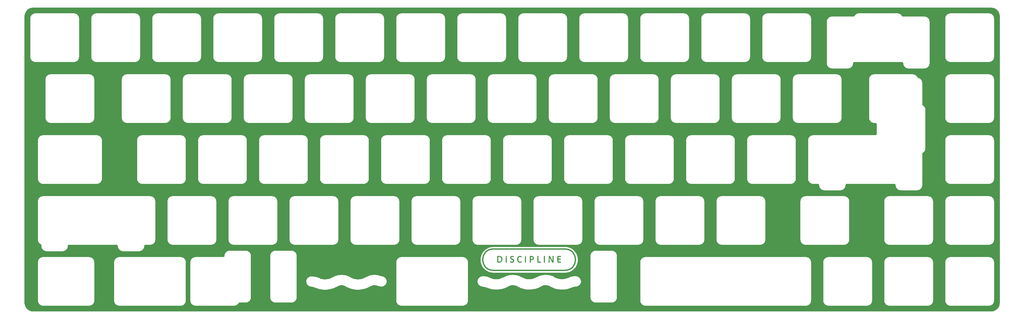
<source format=gtl>
G04 #@! TF.GenerationSoftware,KiCad,Pcbnew,(5.1.5)-3*
G04 #@! TF.CreationDate,2020-06-26T12:36:06-04:00*
G04 #@! TF.ProjectId,discipline-pcb,64697363-6970-46c6-996e-652d7063622e,rev?*
G04 #@! TF.SameCoordinates,Original*
G04 #@! TF.FileFunction,Copper,L1,Top*
G04 #@! TF.FilePolarity,Positive*
%FSLAX46Y46*%
G04 Gerber Fmt 4.6, Leading zero omitted, Abs format (unit mm)*
G04 Created by KiCad (PCBNEW (5.1.5)-3) date 2020-06-26 12:36:06*
%MOMM*%
%LPD*%
G04 APERTURE LIST*
%ADD10C,0.400000*%
%ADD11C,0.010000*%
%ADD12C,0.254000*%
G04 APERTURE END LIST*
D10*
X200394250Y-174106006D02*
X222694250Y-174106006D01*
X200414250Y-167426006D02*
X222694250Y-167426006D01*
X222684250Y-167426006D02*
G75*
G02X222684250Y-174106006I0J-3340000D01*
G01*
X200384250Y-174106006D02*
G75*
G02X200384250Y-167426006I0J3340000D01*
G01*
D11*
G36*
X221105866Y-169607164D02*
G01*
X221241565Y-169609721D01*
X221331873Y-169615410D01*
X221386739Y-169625403D01*
X221416113Y-169640866D01*
X221429945Y-169662970D01*
X221431402Y-169667268D01*
X221437815Y-169746315D01*
X221430109Y-169781535D01*
X221412804Y-169804262D01*
X221374336Y-169819631D01*
X221303956Y-169828993D01*
X221190916Y-169833698D01*
X221024468Y-169835096D01*
X221003722Y-169835106D01*
X220597892Y-169835106D01*
X220607279Y-170137099D01*
X220616666Y-170439091D01*
X220967630Y-170448357D01*
X221318594Y-170457624D01*
X221318594Y-170651302D01*
X220600342Y-170651302D01*
X220600342Y-171367603D01*
X221432862Y-171385877D01*
X221432862Y-171581764D01*
X220925980Y-171590718D01*
X220710525Y-171592743D01*
X220553895Y-171589855D01*
X220449779Y-171581696D01*
X220391866Y-171567907D01*
X220379129Y-171559703D01*
X220366762Y-171515378D01*
X220356489Y-171416101D01*
X220348316Y-171272180D01*
X220342246Y-171093920D01*
X220338284Y-170891630D01*
X220336433Y-170675614D01*
X220336699Y-170456182D01*
X220339085Y-170243638D01*
X220343596Y-170048291D01*
X220350236Y-169880447D01*
X220359008Y-169750412D01*
X220369919Y-169668495D01*
X220378337Y-169645749D01*
X220424592Y-169628361D01*
X220525486Y-169616205D01*
X220684476Y-169609027D01*
X220905018Y-169606575D01*
X220914826Y-169606572D01*
X221105866Y-169607164D01*
G37*
X221105866Y-169607164D02*
X221241565Y-169609721D01*
X221331873Y-169615410D01*
X221386739Y-169625403D01*
X221416113Y-169640866D01*
X221429945Y-169662970D01*
X221431402Y-169667268D01*
X221437815Y-169746315D01*
X221430109Y-169781535D01*
X221412804Y-169804262D01*
X221374336Y-169819631D01*
X221303956Y-169828993D01*
X221190916Y-169833698D01*
X221024468Y-169835096D01*
X221003722Y-169835106D01*
X220597892Y-169835106D01*
X220607279Y-170137099D01*
X220616666Y-170439091D01*
X220967630Y-170448357D01*
X221318594Y-170457624D01*
X221318594Y-170651302D01*
X220600342Y-170651302D01*
X220600342Y-171367603D01*
X221432862Y-171385877D01*
X221432862Y-171581764D01*
X220925980Y-171590718D01*
X220710525Y-171592743D01*
X220553895Y-171589855D01*
X220449779Y-171581696D01*
X220391866Y-171567907D01*
X220379129Y-171559703D01*
X220366762Y-171515378D01*
X220356489Y-171416101D01*
X220348316Y-171272180D01*
X220342246Y-171093920D01*
X220338284Y-170891630D01*
X220336433Y-170675614D01*
X220336699Y-170456182D01*
X220339085Y-170243638D01*
X220343596Y-170048291D01*
X220350236Y-169880447D01*
X220359008Y-169750412D01*
X220369919Y-169668495D01*
X220378337Y-169645749D01*
X220424592Y-169628361D01*
X220525486Y-169616205D01*
X220684476Y-169609027D01*
X220905018Y-169606575D01*
X220914826Y-169606572D01*
X221105866Y-169607164D01*
G36*
X219090863Y-170592064D02*
G01*
X219082219Y-171581764D01*
X218967952Y-171591379D01*
X218874395Y-171586362D01*
X218802271Y-171561134D01*
X218798953Y-171558732D01*
X218769291Y-171519928D01*
X218712991Y-171431579D01*
X218634654Y-171301474D01*
X218538886Y-171137404D01*
X218430289Y-170947158D01*
X218313468Y-170738528D01*
X218301650Y-170717205D01*
X217859079Y-169917942D01*
X217850340Y-170749853D01*
X217841602Y-171581764D01*
X217735015Y-171592031D01*
X217628428Y-171602297D01*
X217637071Y-170612596D01*
X217645715Y-169622895D01*
X217797133Y-169613094D01*
X217897923Y-169612535D01*
X217960300Y-169633075D01*
X218009344Y-169682368D01*
X218041493Y-169732357D01*
X218099629Y-169830944D01*
X218178720Y-169969266D01*
X218273738Y-170138462D01*
X218379653Y-170329668D01*
X218461911Y-170479795D01*
X218853684Y-171198147D01*
X218886332Y-169622895D01*
X218992919Y-169612629D01*
X219099507Y-169602363D01*
X219090863Y-170592064D01*
G37*
X219090863Y-170592064D02*
X219082219Y-171581764D01*
X218967952Y-171591379D01*
X218874395Y-171586362D01*
X218802271Y-171561134D01*
X218798953Y-171558732D01*
X218769291Y-171519928D01*
X218712991Y-171431579D01*
X218634654Y-171301474D01*
X218538886Y-171137404D01*
X218430289Y-170947158D01*
X218313468Y-170738528D01*
X218301650Y-170717205D01*
X217859079Y-169917942D01*
X217850340Y-170749853D01*
X217841602Y-171581764D01*
X217735015Y-171592031D01*
X217628428Y-171602297D01*
X217637071Y-170612596D01*
X217645715Y-169622895D01*
X217797133Y-169613094D01*
X217897923Y-169612535D01*
X217960300Y-169633075D01*
X218009344Y-169682368D01*
X218041493Y-169732357D01*
X218099629Y-169830944D01*
X218178720Y-169969266D01*
X218273738Y-170138462D01*
X218379653Y-170329668D01*
X218461911Y-170479795D01*
X218853684Y-171198147D01*
X218886332Y-169622895D01*
X218992919Y-169612629D01*
X219099507Y-169602363D01*
X219090863Y-170592064D01*
G36*
X216250021Y-169612763D02*
G01*
X216372450Y-169622895D01*
X216372450Y-171581764D01*
X216127592Y-171602030D01*
X216127592Y-169602630D01*
X216250021Y-169612763D01*
G37*
X216250021Y-169612763D02*
X216372450Y-169622895D01*
X216372450Y-171581764D01*
X216127592Y-171602030D01*
X216127592Y-169602630D01*
X216250021Y-169612763D01*
G36*
X214225857Y-169612763D02*
G01*
X214348286Y-169622895D01*
X214365672Y-171367425D01*
X215099186Y-171385877D01*
X215099186Y-171581764D01*
X214623908Y-171590763D01*
X214453902Y-171592478D01*
X214307602Y-171591111D01*
X214197194Y-171586995D01*
X214134864Y-171580464D01*
X214126029Y-171577160D01*
X214120344Y-171540001D01*
X214115182Y-171445790D01*
X214110732Y-171302770D01*
X214107179Y-171119183D01*
X214104710Y-170903274D01*
X214103512Y-170663284D01*
X214103427Y-170578594D01*
X214103427Y-169602630D01*
X214225857Y-169612763D01*
G37*
X214225857Y-169612763D02*
X214348286Y-169622895D01*
X214365672Y-171367425D01*
X215099186Y-171385877D01*
X215099186Y-171581764D01*
X214623908Y-171590763D01*
X214453902Y-171592478D01*
X214307602Y-171591111D01*
X214197194Y-171586995D01*
X214134864Y-171580464D01*
X214126029Y-171577160D01*
X214120344Y-171540001D01*
X214115182Y-171445790D01*
X214110732Y-171302770D01*
X214107179Y-171119183D01*
X214104710Y-170903274D01*
X214103512Y-170663284D01*
X214103427Y-170578594D01*
X214103427Y-169602630D01*
X214225857Y-169612763D01*
G36*
X212220444Y-169612507D02*
G01*
X212390587Y-169620811D01*
X212511134Y-169632321D01*
X212597787Y-169649917D01*
X212666245Y-169676480D01*
X212713397Y-169702971D01*
X212839986Y-169802982D01*
X212917997Y-169923241D01*
X212954770Y-170078367D01*
X212960095Y-170194232D01*
X212936385Y-170405773D01*
X212865240Y-170574190D01*
X212745266Y-170700790D01*
X212575066Y-170786876D01*
X212353247Y-170833756D01*
X212269169Y-170840805D01*
X212013967Y-170855578D01*
X212013967Y-171598088D01*
X211905141Y-171598088D01*
X211824471Y-171592115D01*
X211776024Y-171577608D01*
X211774550Y-171576323D01*
X211768968Y-171539294D01*
X211763915Y-171445382D01*
X211759583Y-171302999D01*
X211756162Y-171120556D01*
X211753843Y-170906464D01*
X211752818Y-170669136D01*
X211752785Y-170617210D01*
X211753222Y-170339205D01*
X211754766Y-170119517D01*
X211757768Y-169951175D01*
X211762270Y-169835106D01*
X212013967Y-169835106D01*
X212013967Y-170221439D01*
X212015708Y-170374164D01*
X212020444Y-170502244D01*
X212027447Y-170592003D01*
X212035732Y-170629536D01*
X212087732Y-170646482D01*
X212181169Y-170650089D01*
X212293704Y-170641019D01*
X212402995Y-170619933D01*
X212408165Y-170618521D01*
X212547097Y-170554331D01*
X212638475Y-170449391D01*
X212686298Y-170298439D01*
X212692686Y-170244173D01*
X212698262Y-170137357D01*
X212686420Y-170067830D01*
X212647791Y-170008086D01*
X212592552Y-169950092D01*
X212528173Y-169889752D01*
X212471898Y-169855333D01*
X212401864Y-169839586D01*
X212296210Y-169835262D01*
X212245767Y-169835106D01*
X212013967Y-169835106D01*
X211762270Y-169835106D01*
X211762577Y-169827204D01*
X211769543Y-169740632D01*
X211779017Y-169684486D01*
X211791349Y-169651792D01*
X211801884Y-169639114D01*
X211850012Y-169620046D01*
X211942239Y-169610066D01*
X212086265Y-169608683D01*
X212220444Y-169612507D01*
G37*
X212220444Y-169612507D02*
X212390587Y-169620811D01*
X212511134Y-169632321D01*
X212597787Y-169649917D01*
X212666245Y-169676480D01*
X212713397Y-169702971D01*
X212839986Y-169802982D01*
X212917997Y-169923241D01*
X212954770Y-170078367D01*
X212960095Y-170194232D01*
X212936385Y-170405773D01*
X212865240Y-170574190D01*
X212745266Y-170700790D01*
X212575066Y-170786876D01*
X212353247Y-170833756D01*
X212269169Y-170840805D01*
X212013967Y-170855578D01*
X212013967Y-171598088D01*
X211905141Y-171598088D01*
X211824471Y-171592115D01*
X211776024Y-171577608D01*
X211774550Y-171576323D01*
X211768968Y-171539294D01*
X211763915Y-171445382D01*
X211759583Y-171302999D01*
X211756162Y-171120556D01*
X211753843Y-170906464D01*
X211752818Y-170669136D01*
X211752785Y-170617210D01*
X211753222Y-170339205D01*
X211754766Y-170119517D01*
X211757768Y-169951175D01*
X211762270Y-169835106D01*
X212013967Y-169835106D01*
X212013967Y-170221439D01*
X212015708Y-170374164D01*
X212020444Y-170502244D01*
X212027447Y-170592003D01*
X212035732Y-170629536D01*
X212087732Y-170646482D01*
X212181169Y-170650089D01*
X212293704Y-170641019D01*
X212402995Y-170619933D01*
X212408165Y-170618521D01*
X212547097Y-170554331D01*
X212638475Y-170449391D01*
X212686298Y-170298439D01*
X212692686Y-170244173D01*
X212698262Y-170137357D01*
X212686420Y-170067830D01*
X212647791Y-170008086D01*
X212592552Y-169950092D01*
X212528173Y-169889752D01*
X212471898Y-169855333D01*
X212401864Y-169839586D01*
X212296210Y-169835262D01*
X212245767Y-169835106D01*
X212013967Y-169835106D01*
X211762270Y-169835106D01*
X211762577Y-169827204D01*
X211769543Y-169740632D01*
X211779017Y-169684486D01*
X211791349Y-169651792D01*
X211801884Y-169639114D01*
X211850012Y-169620046D01*
X211942239Y-169610066D01*
X212086265Y-169608683D01*
X212220444Y-169612507D01*
G36*
X210512168Y-171598088D02*
G01*
X210396876Y-171598088D01*
X210315989Y-171587537D01*
X210268381Y-171561659D01*
X210265771Y-171556881D01*
X210262015Y-171514747D01*
X210259170Y-171415918D01*
X210257299Y-171268990D01*
X210256463Y-171082557D01*
X210256725Y-170865214D01*
X210258146Y-170625557D01*
X210258634Y-170569285D01*
X210267309Y-169622895D01*
X210389738Y-169612763D01*
X210512168Y-169602630D01*
X210512168Y-171598088D01*
G37*
X210512168Y-171598088D02*
X210396876Y-171598088D01*
X210315989Y-171587537D01*
X210268381Y-171561659D01*
X210265771Y-171556881D01*
X210262015Y-171514747D01*
X210259170Y-171415918D01*
X210257299Y-171268990D01*
X210256463Y-171082557D01*
X210256725Y-170865214D01*
X210258146Y-170625557D01*
X210258634Y-170569285D01*
X210267309Y-169622895D01*
X210389738Y-169612763D01*
X210512168Y-169602630D01*
X210512168Y-171598088D01*
G36*
X204488646Y-171581764D02*
G01*
X204382316Y-171592012D01*
X204296316Y-171586951D01*
X204259373Y-171558966D01*
X204255412Y-171516281D01*
X204252381Y-171416926D01*
X204250351Y-171269520D01*
X204249390Y-171082683D01*
X204249567Y-170865034D01*
X204250953Y-170625194D01*
X204251436Y-170569285D01*
X204260111Y-169622895D01*
X204488646Y-169622895D01*
X204488646Y-171581764D01*
G37*
X204488646Y-171581764D02*
X204382316Y-171592012D01*
X204296316Y-171586951D01*
X204259373Y-171558966D01*
X204255412Y-171516281D01*
X204252381Y-171416926D01*
X204250351Y-171269520D01*
X204249390Y-171082683D01*
X204249567Y-170865034D01*
X204250953Y-170625194D01*
X204251436Y-170569285D01*
X204260111Y-169622895D01*
X204488646Y-169622895D01*
X204488646Y-171581764D01*
G36*
X202201586Y-169615327D02*
G01*
X202414695Y-169639430D01*
X202591289Y-169688253D01*
X202744221Y-169764253D01*
X202751374Y-169768746D01*
X202902987Y-169902331D01*
X203016839Y-170081946D01*
X203089774Y-170298249D01*
X203118634Y-170541897D01*
X203100525Y-170801898D01*
X203038206Y-171049963D01*
X202936742Y-171248267D01*
X202792794Y-171401655D01*
X202611396Y-171511210D01*
X202520220Y-171540011D01*
X202392153Y-171564036D01*
X202241011Y-171582597D01*
X202080613Y-171595008D01*
X201924776Y-171600581D01*
X201787317Y-171598630D01*
X201682053Y-171588467D01*
X201622803Y-171569406D01*
X201615576Y-171560727D01*
X201611441Y-171517576D01*
X201608253Y-171417776D01*
X201606089Y-171269967D01*
X201605022Y-171082788D01*
X201605129Y-170864882D01*
X201606483Y-170624888D01*
X201606963Y-170569285D01*
X201613692Y-169835106D01*
X201860497Y-169835106D01*
X201860497Y-171369554D01*
X202114761Y-171369554D01*
X202271969Y-171364142D01*
X202389429Y-171344859D01*
X202492021Y-171307137D01*
X202514697Y-171296096D01*
X202652587Y-171198387D01*
X202749657Y-171061733D01*
X202809282Y-170879660D01*
X202832946Y-170686131D01*
X202831765Y-170454713D01*
X202796529Y-170268674D01*
X202724129Y-170115896D01*
X202667666Y-170042025D01*
X202560985Y-169941619D01*
X202441766Y-169877831D01*
X202293063Y-169844414D01*
X202106404Y-169835106D01*
X201860497Y-169835106D01*
X201613692Y-169835106D01*
X201615638Y-169622895D01*
X201939110Y-169613489D01*
X202201586Y-169615327D01*
G37*
X202201586Y-169615327D02*
X202414695Y-169639430D01*
X202591289Y-169688253D01*
X202744221Y-169764253D01*
X202751374Y-169768746D01*
X202902987Y-169902331D01*
X203016839Y-170081946D01*
X203089774Y-170298249D01*
X203118634Y-170541897D01*
X203100525Y-170801898D01*
X203038206Y-171049963D01*
X202936742Y-171248267D01*
X202792794Y-171401655D01*
X202611396Y-171511210D01*
X202520220Y-171540011D01*
X202392153Y-171564036D01*
X202241011Y-171582597D01*
X202080613Y-171595008D01*
X201924776Y-171600581D01*
X201787317Y-171598630D01*
X201682053Y-171588467D01*
X201622803Y-171569406D01*
X201615576Y-171560727D01*
X201611441Y-171517576D01*
X201608253Y-171417776D01*
X201606089Y-171269967D01*
X201605022Y-171082788D01*
X201605129Y-170864882D01*
X201606483Y-170624888D01*
X201606963Y-170569285D01*
X201613692Y-169835106D01*
X201860497Y-169835106D01*
X201860497Y-171369554D01*
X202114761Y-171369554D01*
X202271969Y-171364142D01*
X202389429Y-171344859D01*
X202492021Y-171307137D01*
X202514697Y-171296096D01*
X202652587Y-171198387D01*
X202749657Y-171061733D01*
X202809282Y-170879660D01*
X202832946Y-170686131D01*
X202831765Y-170454713D01*
X202796529Y-170268674D01*
X202724129Y-170115896D01*
X202667666Y-170042025D01*
X202560985Y-169941619D01*
X202441766Y-169877831D01*
X202293063Y-169844414D01*
X202106404Y-169835106D01*
X201860497Y-169835106D01*
X201613692Y-169835106D01*
X201615638Y-169622895D01*
X201939110Y-169613489D01*
X202201586Y-169615327D01*
G36*
X208765180Y-169587755D02*
G01*
X208978038Y-169641915D01*
X209036756Y-169668674D01*
X209141281Y-169736140D01*
X209193550Y-169812412D01*
X209206255Y-169901145D01*
X209191283Y-169964489D01*
X209143523Y-169978308D01*
X209058715Y-169942827D01*
X209008559Y-169911654D01*
X208870384Y-169842954D01*
X208709735Y-169812599D01*
X208689100Y-169811140D01*
X208499856Y-169823982D01*
X208346377Y-169890343D01*
X208223181Y-170013361D01*
X208163443Y-170111907D01*
X208124859Y-170194211D01*
X208100284Y-170272102D01*
X208086671Y-170364066D01*
X208080975Y-170488589D01*
X208080068Y-170617948D01*
X208082111Y-170782054D01*
X208089867Y-170898492D01*
X208106051Y-170984817D01*
X208133379Y-171058589D01*
X208154842Y-171101490D01*
X208265327Y-171245105D01*
X208411594Y-171342158D01*
X208581399Y-171390323D01*
X208762497Y-171387275D01*
X208942643Y-171330687D01*
X209044612Y-171270473D01*
X209116230Y-171226458D01*
X209168174Y-171206430D01*
X209170485Y-171206315D01*
X209201283Y-171232082D01*
X209206710Y-171294882D01*
X209189815Y-171372962D01*
X209153650Y-171444572D01*
X209133916Y-171467052D01*
X209013241Y-171543050D01*
X208850044Y-171595755D01*
X208663999Y-171621755D01*
X208474776Y-171617643D01*
X208369106Y-171599592D01*
X208181595Y-171522976D01*
X208025665Y-171393686D01*
X207904638Y-171217913D01*
X207821833Y-171001846D01*
X207780572Y-170751674D01*
X207781553Y-170504386D01*
X207823158Y-170251884D01*
X207904271Y-170029864D01*
X208020035Y-169848874D01*
X208132878Y-169741775D01*
X208324739Y-169639129D01*
X208541460Y-169587308D01*
X208765180Y-169587755D01*
G37*
X208765180Y-169587755D02*
X208978038Y-169641915D01*
X209036756Y-169668674D01*
X209141281Y-169736140D01*
X209193550Y-169812412D01*
X209206255Y-169901145D01*
X209191283Y-169964489D01*
X209143523Y-169978308D01*
X209058715Y-169942827D01*
X209008559Y-169911654D01*
X208870384Y-169842954D01*
X208709735Y-169812599D01*
X208689100Y-169811140D01*
X208499856Y-169823982D01*
X208346377Y-169890343D01*
X208223181Y-170013361D01*
X208163443Y-170111907D01*
X208124859Y-170194211D01*
X208100284Y-170272102D01*
X208086671Y-170364066D01*
X208080975Y-170488589D01*
X208080068Y-170617948D01*
X208082111Y-170782054D01*
X208089867Y-170898492D01*
X208106051Y-170984817D01*
X208133379Y-171058589D01*
X208154842Y-171101490D01*
X208265327Y-171245105D01*
X208411594Y-171342158D01*
X208581399Y-171390323D01*
X208762497Y-171387275D01*
X208942643Y-171330687D01*
X209044612Y-171270473D01*
X209116230Y-171226458D01*
X209168174Y-171206430D01*
X209170485Y-171206315D01*
X209201283Y-171232082D01*
X209206710Y-171294882D01*
X209189815Y-171372962D01*
X209153650Y-171444572D01*
X209133916Y-171467052D01*
X209013241Y-171543050D01*
X208850044Y-171595755D01*
X208663999Y-171621755D01*
X208474776Y-171617643D01*
X208369106Y-171599592D01*
X208181595Y-171522976D01*
X208025665Y-171393686D01*
X207904638Y-171217913D01*
X207821833Y-171001846D01*
X207780572Y-170751674D01*
X207781553Y-170504386D01*
X207823158Y-170251884D01*
X207904271Y-170029864D01*
X208020035Y-169848874D01*
X208132878Y-169741775D01*
X208324739Y-169639129D01*
X208541460Y-169587308D01*
X208765180Y-169587755D01*
G36*
X206415414Y-169601946D02*
G01*
X206538485Y-169636092D01*
X206630974Y-169680350D01*
X206673200Y-169725187D01*
X206691066Y-169809559D01*
X206684283Y-169883391D01*
X206664554Y-169913741D01*
X206620895Y-169910712D01*
X206544210Y-169882696D01*
X206510736Y-169866697D01*
X206352807Y-169810047D01*
X206203723Y-169799360D01*
X206074391Y-169830770D01*
X205975717Y-169900413D01*
X205918608Y-170004425D01*
X205908826Y-170079965D01*
X205932215Y-170192793D01*
X206006087Y-170291954D01*
X206135998Y-170383255D01*
X206255414Y-170442150D01*
X206482628Y-170558094D01*
X206645946Y-170676566D01*
X206729314Y-170771645D01*
X206771513Y-170879628D01*
X206789219Y-171020563D01*
X206781740Y-171166596D01*
X206748383Y-171289874D01*
X206742518Y-171301990D01*
X206633144Y-171445565D01*
X206479551Y-171550186D01*
X206292538Y-171612061D01*
X206082905Y-171627399D01*
X205892502Y-171600416D01*
X205775913Y-171561891D01*
X205673765Y-171510389D01*
X205609967Y-171458147D01*
X205607333Y-171454448D01*
X205586024Y-171388969D01*
X205586646Y-171312853D01*
X205608250Y-171260155D01*
X205612844Y-171256616D01*
X205657509Y-171259331D01*
X205735907Y-171287731D01*
X205779602Y-171308791D01*
X205953773Y-171375883D01*
X206121422Y-171397852D01*
X206272565Y-171377982D01*
X206397219Y-171319557D01*
X206485401Y-171225860D01*
X206527127Y-171100174D01*
X206529134Y-171062266D01*
X206507647Y-170973056D01*
X206439663Y-170883886D01*
X206319899Y-170789840D01*
X206143072Y-170686002D01*
X206101111Y-170663997D01*
X205917173Y-170560223D01*
X205788070Y-170463253D01*
X205705595Y-170362891D01*
X205661539Y-170248940D01*
X205647693Y-170111205D01*
X205647643Y-170100726D01*
X205673317Y-169913595D01*
X205749972Y-169767132D01*
X205877055Y-169661903D01*
X206054014Y-169598477D01*
X206150272Y-169583673D01*
X206279948Y-169582832D01*
X206415414Y-169601946D01*
G37*
X206415414Y-169601946D02*
X206538485Y-169636092D01*
X206630974Y-169680350D01*
X206673200Y-169725187D01*
X206691066Y-169809559D01*
X206684283Y-169883391D01*
X206664554Y-169913741D01*
X206620895Y-169910712D01*
X206544210Y-169882696D01*
X206510736Y-169866697D01*
X206352807Y-169810047D01*
X206203723Y-169799360D01*
X206074391Y-169830770D01*
X205975717Y-169900413D01*
X205918608Y-170004425D01*
X205908826Y-170079965D01*
X205932215Y-170192793D01*
X206006087Y-170291954D01*
X206135998Y-170383255D01*
X206255414Y-170442150D01*
X206482628Y-170558094D01*
X206645946Y-170676566D01*
X206729314Y-170771645D01*
X206771513Y-170879628D01*
X206789219Y-171020563D01*
X206781740Y-171166596D01*
X206748383Y-171289874D01*
X206742518Y-171301990D01*
X206633144Y-171445565D01*
X206479551Y-171550186D01*
X206292538Y-171612061D01*
X206082905Y-171627399D01*
X205892502Y-171600416D01*
X205775913Y-171561891D01*
X205673765Y-171510389D01*
X205609967Y-171458147D01*
X205607333Y-171454448D01*
X205586024Y-171388969D01*
X205586646Y-171312853D01*
X205608250Y-171260155D01*
X205612844Y-171256616D01*
X205657509Y-171259331D01*
X205735907Y-171287731D01*
X205779602Y-171308791D01*
X205953773Y-171375883D01*
X206121422Y-171397852D01*
X206272565Y-171377982D01*
X206397219Y-171319557D01*
X206485401Y-171225860D01*
X206527127Y-171100174D01*
X206529134Y-171062266D01*
X206507647Y-170973056D01*
X206439663Y-170883886D01*
X206319899Y-170789840D01*
X206143072Y-170686002D01*
X206101111Y-170663997D01*
X205917173Y-170560223D01*
X205788070Y-170463253D01*
X205705595Y-170362891D01*
X205661539Y-170248940D01*
X205647693Y-170111205D01*
X205647643Y-170100726D01*
X205673317Y-169913595D01*
X205749972Y-169767132D01*
X205877055Y-169661903D01*
X206054014Y-169598477D01*
X206150272Y-169583673D01*
X206279948Y-169582832D01*
X206415414Y-169601946D01*
D12*
G36*
X356287214Y-92085699D02*
G01*
X356771808Y-92232008D01*
X357218749Y-92469649D01*
X357611018Y-92789577D01*
X357933680Y-93179610D01*
X358174434Y-93624875D01*
X358324120Y-94108430D01*
X358380500Y-94644856D01*
X358380501Y-184181103D01*
X358327701Y-184719615D01*
X358181392Y-185204209D01*
X357943752Y-185651147D01*
X357623822Y-186043420D01*
X357233793Y-186366080D01*
X356788527Y-186606835D01*
X356304968Y-186756521D01*
X355768534Y-186812902D01*
X56684961Y-186812900D01*
X56146090Y-186760557D01*
X55661367Y-186614689D01*
X55214211Y-186377453D01*
X54821650Y-186057880D01*
X54498636Y-185668144D01*
X54257476Y-185223093D01*
X54107351Y-184739672D01*
X54050499Y-184203434D01*
X54050499Y-171486797D01*
X57986750Y-171486797D01*
X57986751Y-183559006D01*
X57989843Y-183590396D01*
X57989800Y-183596499D01*
X57990801Y-183606713D01*
X58011202Y-183800809D01*
X58024594Y-183866050D01*
X58037079Y-183931499D01*
X58040045Y-183941324D01*
X58097757Y-184127762D01*
X58123581Y-184189194D01*
X58148527Y-184250938D01*
X58153345Y-184260000D01*
X58246170Y-184431676D01*
X58283407Y-184486883D01*
X58319900Y-184542649D01*
X58326386Y-184550602D01*
X58450789Y-184700979D01*
X58498096Y-184747957D01*
X58544667Y-184795514D01*
X58552574Y-184802056D01*
X58703816Y-184925406D01*
X58759309Y-184962275D01*
X58814270Y-184999908D01*
X58823297Y-185004789D01*
X58995619Y-185096414D01*
X59057258Y-185121820D01*
X59118439Y-185148042D01*
X59128242Y-185151077D01*
X59315078Y-185207486D01*
X59380470Y-185220434D01*
X59445586Y-185234275D01*
X59455792Y-185235348D01*
X59650025Y-185254393D01*
X59650027Y-185254393D01*
X59685645Y-185257901D01*
X74139105Y-185257901D01*
X74170504Y-185254808D01*
X74176598Y-185254851D01*
X74186812Y-185253850D01*
X74380908Y-185233449D01*
X74446149Y-185220057D01*
X74511598Y-185207572D01*
X74521423Y-185204606D01*
X74707861Y-185146894D01*
X74769293Y-185121070D01*
X74831037Y-185096124D01*
X74840099Y-185091306D01*
X75011775Y-184998481D01*
X75066982Y-184961244D01*
X75122748Y-184924751D01*
X75130701Y-184918265D01*
X75281078Y-184793862D01*
X75328056Y-184746555D01*
X75375613Y-184699984D01*
X75382155Y-184692077D01*
X75505505Y-184540835D01*
X75542374Y-184485342D01*
X75580007Y-184430381D01*
X75584888Y-184421354D01*
X75676513Y-184249032D01*
X75701919Y-184187393D01*
X75728141Y-184126212D01*
X75731176Y-184116409D01*
X75787585Y-183929573D01*
X75800533Y-183864181D01*
X75814374Y-183799065D01*
X75815447Y-183788859D01*
X75834492Y-183594626D01*
X75834492Y-183594624D01*
X75838000Y-183559006D01*
X75838000Y-171486797D01*
X81799250Y-171486797D01*
X81799251Y-183559006D01*
X81802343Y-183590396D01*
X81802300Y-183596499D01*
X81803301Y-183606713D01*
X81823702Y-183800809D01*
X81837094Y-183866050D01*
X81849579Y-183931499D01*
X81852545Y-183941324D01*
X81910257Y-184127762D01*
X81936081Y-184189194D01*
X81961027Y-184250938D01*
X81965845Y-184260000D01*
X82058670Y-184431676D01*
X82095907Y-184486883D01*
X82132400Y-184542649D01*
X82138886Y-184550602D01*
X82263289Y-184700979D01*
X82310596Y-184747957D01*
X82357167Y-184795514D01*
X82365074Y-184802056D01*
X82516316Y-184925406D01*
X82571809Y-184962275D01*
X82626770Y-184999908D01*
X82635797Y-185004789D01*
X82808119Y-185096414D01*
X82869758Y-185121820D01*
X82930939Y-185148042D01*
X82940742Y-185151077D01*
X83127578Y-185207486D01*
X83192970Y-185220434D01*
X83258086Y-185234275D01*
X83268292Y-185235348D01*
X83462525Y-185254393D01*
X83462527Y-185254393D01*
X83498145Y-185257901D01*
X102714105Y-185257901D01*
X102745504Y-185254808D01*
X102751598Y-185254851D01*
X102761812Y-185253850D01*
X102955908Y-185233449D01*
X103021149Y-185220057D01*
X103086598Y-185207572D01*
X103096423Y-185204606D01*
X103282861Y-185146894D01*
X103344293Y-185121070D01*
X103406037Y-185096124D01*
X103415099Y-185091306D01*
X103586775Y-184998481D01*
X103641982Y-184961244D01*
X103697748Y-184924751D01*
X103705701Y-184918265D01*
X103856078Y-184793862D01*
X103903056Y-184746555D01*
X103950613Y-184699984D01*
X103957155Y-184692077D01*
X104080505Y-184540835D01*
X104117374Y-184485342D01*
X104155007Y-184430381D01*
X104159888Y-184421354D01*
X104251513Y-184249032D01*
X104276919Y-184187393D01*
X104303141Y-184126212D01*
X104306176Y-184116409D01*
X104362585Y-183929573D01*
X104375533Y-183864181D01*
X104389374Y-183799065D01*
X104390447Y-183788859D01*
X104409492Y-183594626D01*
X104409492Y-183594624D01*
X104413000Y-183559006D01*
X104413000Y-171486797D01*
X105611750Y-171486797D01*
X105611751Y-183559006D01*
X105614843Y-183590396D01*
X105614800Y-183596499D01*
X105615801Y-183606713D01*
X105636202Y-183800809D01*
X105649594Y-183866050D01*
X105662079Y-183931499D01*
X105665045Y-183941324D01*
X105722757Y-184127762D01*
X105748581Y-184189194D01*
X105773527Y-184250938D01*
X105778345Y-184260000D01*
X105871170Y-184431676D01*
X105908407Y-184486883D01*
X105944900Y-184542649D01*
X105951386Y-184550602D01*
X106075789Y-184700979D01*
X106123096Y-184747957D01*
X106169667Y-184795514D01*
X106177574Y-184802056D01*
X106328816Y-184925406D01*
X106384309Y-184962275D01*
X106439270Y-184999908D01*
X106448297Y-185004789D01*
X106620619Y-185096414D01*
X106682258Y-185121820D01*
X106743439Y-185148042D01*
X106753242Y-185151077D01*
X106940078Y-185207486D01*
X107005470Y-185220434D01*
X107070586Y-185234275D01*
X107080792Y-185235348D01*
X107275025Y-185254393D01*
X107275027Y-185254393D01*
X107310645Y-185257901D01*
X119382855Y-185257901D01*
X119395645Y-185256641D01*
X119442158Y-185255017D01*
X119485401Y-185249247D01*
X119528952Y-185246812D01*
X119539082Y-185245172D01*
X119731515Y-185212624D01*
X119795800Y-185195158D01*
X119860321Y-185178592D01*
X119869940Y-185175015D01*
X120052387Y-185105711D01*
X120112113Y-185076063D01*
X120172137Y-185047304D01*
X120180869Y-185041932D01*
X120180874Y-185041930D01*
X120180877Y-185041927D01*
X120346388Y-184938504D01*
X120399189Y-184897842D01*
X120452506Y-184857955D01*
X120460036Y-184850983D01*
X120602306Y-184717383D01*
X120646202Y-184667241D01*
X120690762Y-184617752D01*
X120696794Y-184609450D01*
X120810404Y-184450761D01*
X120882061Y-184350672D01*
X120919262Y-184315737D01*
X120962539Y-184288695D01*
X121010245Y-184270573D01*
X121083487Y-184258185D01*
X121091623Y-184257901D01*
X123026605Y-184257901D01*
X123058004Y-184254808D01*
X123064098Y-184254851D01*
X123074312Y-184253850D01*
X123268408Y-184233449D01*
X123333649Y-184220057D01*
X123399098Y-184207572D01*
X123408923Y-184204606D01*
X123595361Y-184146894D01*
X123656793Y-184121070D01*
X123718537Y-184096124D01*
X123727599Y-184091306D01*
X123899275Y-183998481D01*
X123954482Y-183961244D01*
X124010248Y-183924751D01*
X124018201Y-183918265D01*
X124168578Y-183793862D01*
X124215556Y-183746555D01*
X124263113Y-183699984D01*
X124269655Y-183692077D01*
X124393005Y-183540835D01*
X124429874Y-183485342D01*
X124467507Y-183430381D01*
X124472388Y-183421354D01*
X124564013Y-183249032D01*
X124589419Y-183187393D01*
X124615641Y-183126212D01*
X124618676Y-183116409D01*
X124675085Y-182929573D01*
X124688033Y-182864181D01*
X124701874Y-182799065D01*
X124702947Y-182788859D01*
X124721992Y-182594626D01*
X124721992Y-182594624D01*
X124725500Y-182559006D01*
X124725500Y-182559005D01*
X130549250Y-182559005D01*
X130552343Y-182590404D01*
X130552300Y-182596499D01*
X130553301Y-182606713D01*
X130573702Y-182800809D01*
X130587094Y-182866050D01*
X130599579Y-182931499D01*
X130602545Y-182941324D01*
X130660257Y-183127762D01*
X130686081Y-183189194D01*
X130711027Y-183250938D01*
X130715845Y-183260000D01*
X130808670Y-183431676D01*
X130845907Y-183486883D01*
X130882400Y-183542649D01*
X130888886Y-183550602D01*
X131013289Y-183700979D01*
X131060596Y-183747957D01*
X131107167Y-183795514D01*
X131115074Y-183802056D01*
X131266316Y-183925406D01*
X131321809Y-183962275D01*
X131376770Y-183999908D01*
X131385797Y-184004789D01*
X131558119Y-184096414D01*
X131619758Y-184121820D01*
X131680939Y-184148042D01*
X131690742Y-184151077D01*
X131877578Y-184207486D01*
X131942970Y-184220434D01*
X132008086Y-184234275D01*
X132018292Y-184235348D01*
X132212525Y-184254393D01*
X132212527Y-184254393D01*
X132248145Y-184257901D01*
X137320355Y-184257901D01*
X137351754Y-184254808D01*
X137357848Y-184254851D01*
X137368062Y-184253850D01*
X137562158Y-184233449D01*
X137627399Y-184220057D01*
X137692848Y-184207572D01*
X137702673Y-184204606D01*
X137889111Y-184146894D01*
X137950543Y-184121070D01*
X138012287Y-184096124D01*
X138021349Y-184091306D01*
X138193025Y-183998481D01*
X138248232Y-183961244D01*
X138303998Y-183924751D01*
X138311951Y-183918265D01*
X138462328Y-183793862D01*
X138509306Y-183746555D01*
X138556863Y-183699984D01*
X138563405Y-183692077D01*
X138686755Y-183540835D01*
X138723624Y-183485342D01*
X138761257Y-183430381D01*
X138766138Y-183421354D01*
X138857763Y-183249032D01*
X138883169Y-183187393D01*
X138909391Y-183126212D01*
X138912426Y-183116409D01*
X138968835Y-182929573D01*
X138981783Y-182864181D01*
X138995624Y-182799065D01*
X138996697Y-182788859D01*
X139015742Y-182594626D01*
X139015742Y-182594624D01*
X139019250Y-182559006D01*
X139019250Y-177556818D01*
X141791579Y-177556818D01*
X141797395Y-177615873D01*
X141804421Y-177727841D01*
X141813011Y-177780936D01*
X141818988Y-177834383D01*
X141821188Y-177844407D01*
X141864362Y-178034737D01*
X141885377Y-178097982D01*
X141905489Y-178161458D01*
X141909594Y-178170863D01*
X141988914Y-178349184D01*
X142021823Y-178407162D01*
X142053872Y-178465505D01*
X142059725Y-178473934D01*
X142172170Y-178633450D01*
X142215680Y-178683892D01*
X142258483Y-178734938D01*
X142265863Y-178742070D01*
X142407150Y-178876709D01*
X142459658Y-178917763D01*
X142511536Y-178959502D01*
X142520160Y-178965065D01*
X142684908Y-179069696D01*
X142744377Y-179099761D01*
X142803384Y-179130635D01*
X142812924Y-179134416D01*
X142994858Y-179205055D01*
X143059037Y-179222998D01*
X143122914Y-179241822D01*
X143133007Y-179243678D01*
X143325196Y-179277634D01*
X143327519Y-179277814D01*
X143331516Y-179278723D01*
X144148566Y-179415738D01*
X144783448Y-179633448D01*
X145051190Y-179741482D01*
X145075715Y-179749320D01*
X145099550Y-179759053D01*
X145117930Y-179764747D01*
X146112916Y-180058762D01*
X146156782Y-180068256D01*
X146200371Y-180078892D01*
X146219378Y-180081804D01*
X146219391Y-180081807D01*
X146219402Y-180081808D01*
X147246907Y-180225524D01*
X147291692Y-180228430D01*
X147336377Y-180232506D01*
X147355618Y-180232578D01*
X147355619Y-180232578D01*
X148393092Y-180222840D01*
X148437820Y-180219094D01*
X148482611Y-180216520D01*
X148501651Y-180213747D01*
X149526290Y-180050767D01*
X149569968Y-180040452D01*
X149613891Y-180031285D01*
X149632313Y-180025728D01*
X150621605Y-179713088D01*
X150663280Y-179696430D01*
X150705365Y-179680872D01*
X150722749Y-179672659D01*
X150722763Y-179672654D01*
X150722773Y-179672648D01*
X151647112Y-179221063D01*
X151671854Y-179209703D01*
X151764955Y-179155326D01*
X152198796Y-178955893D01*
X152627989Y-178852950D01*
X153068998Y-178835332D01*
X153505028Y-178903708D01*
X153939575Y-179062834D01*
X154093370Y-179144609D01*
X154204819Y-179209702D01*
X154207947Y-179211138D01*
X154293696Y-179260148D01*
X154312752Y-179269237D01*
X154330895Y-179280015D01*
X154348231Y-179288363D01*
X155288831Y-179726217D01*
X155330817Y-179742092D01*
X155372350Y-179759052D01*
X155390724Y-179764744D01*
X155390729Y-179764746D01*
X155390733Y-179764747D01*
X156385718Y-180058761D01*
X156429578Y-180068254D01*
X156473172Y-180078891D01*
X156492179Y-180081803D01*
X156492192Y-180081806D01*
X156492203Y-180081807D01*
X157519708Y-180225523D01*
X157564493Y-180228429D01*
X157609178Y-180232505D01*
X157628419Y-180232577D01*
X157628420Y-180232577D01*
X158665893Y-180222839D01*
X158710621Y-180219093D01*
X158755412Y-180216519D01*
X158774452Y-180213746D01*
X159799091Y-180050766D01*
X159842777Y-180040449D01*
X159886691Y-180031284D01*
X159905109Y-180025728D01*
X159905114Y-180025727D01*
X159905118Y-180025725D01*
X160894405Y-179713087D01*
X160936080Y-179696429D01*
X160978165Y-179680871D01*
X160995549Y-179672658D01*
X160995563Y-179672653D01*
X160995573Y-179672647D01*
X161919878Y-179221079D01*
X161944654Y-179209703D01*
X162037755Y-179155326D01*
X162471596Y-178955893D01*
X162900789Y-178852950D01*
X163341798Y-178835332D01*
X163797522Y-178906796D01*
X163990747Y-178965970D01*
X164165143Y-179024107D01*
X164172108Y-179025758D01*
X164241871Y-179045146D01*
X165110634Y-179233479D01*
X165171676Y-179241116D01*
X165212960Y-179248222D01*
X165223200Y-179248896D01*
X165354327Y-179256608D01*
X165409208Y-179254467D01*
X165464097Y-179254850D01*
X165474311Y-179253849D01*
X165668407Y-179233448D01*
X165733651Y-179220055D01*
X165799094Y-179207572D01*
X165808918Y-179204606D01*
X165995356Y-179146895D01*
X166056810Y-179121063D01*
X166118539Y-179096122D01*
X166127601Y-179091305D01*
X166299278Y-178998479D01*
X166354531Y-178961210D01*
X166410245Y-178924752D01*
X166418198Y-178918266D01*
X166568576Y-178793863D01*
X166615554Y-178746556D01*
X166663112Y-178699984D01*
X166669654Y-178692077D01*
X166793005Y-178540834D01*
X166829895Y-178485311D01*
X166867506Y-178430381D01*
X166872386Y-178421356D01*
X166872387Y-178421355D01*
X166872389Y-178421351D01*
X166964012Y-178249033D01*
X166989415Y-178187401D01*
X167015641Y-178126212D01*
X167018676Y-178116409D01*
X167075085Y-177929573D01*
X167088035Y-177864170D01*
X167101874Y-177799065D01*
X167102947Y-177788859D01*
X167121992Y-177594626D01*
X167121992Y-177594623D01*
X167129056Y-177522900D01*
X167122357Y-177454888D01*
X167107535Y-177285349D01*
X167095990Y-177223637D01*
X167085964Y-177161691D01*
X167083275Y-177151787D01*
X167030811Y-176963805D01*
X167006725Y-176901686D01*
X166983515Y-176839255D01*
X166978953Y-176830062D01*
X166890977Y-176655849D01*
X166855286Y-176599595D01*
X166820391Y-176542859D01*
X166814130Y-176534727D01*
X166693992Y-176380920D01*
X166648048Y-176332662D01*
X166602799Y-176283787D01*
X166595085Y-176277032D01*
X166595081Y-176277028D01*
X166595077Y-176277025D01*
X166447353Y-176149484D01*
X166392904Y-176111065D01*
X166339032Y-176071916D01*
X166330146Y-176066783D01*
X166160461Y-175970363D01*
X166099598Y-175943257D01*
X166039137Y-175915312D01*
X166029423Y-175912004D01*
X165844242Y-175850379D01*
X165836929Y-175848717D01*
X165812723Y-175840671D01*
X165794145Y-175835663D01*
X164759963Y-175571369D01*
X164751608Y-175569626D01*
X164745670Y-175567868D01*
X164291058Y-175461336D01*
X164283568Y-175460272D01*
X164276333Y-175458044D01*
X164192690Y-175445227D01*
X163307710Y-175361381D01*
X163284583Y-175361255D01*
X163261628Y-175358472D01*
X163177069Y-175360668D01*
X163177038Y-175360668D01*
X163177028Y-175360670D01*
X162291195Y-175434865D01*
X162268415Y-175438836D01*
X162245327Y-175440162D01*
X162162462Y-175457304D01*
X161303760Y-175687196D01*
X161282043Y-175695138D01*
X161259554Y-175700532D01*
X161181034Y-175732077D01*
X160379522Y-176109031D01*
X160349906Y-176122630D01*
X160254040Y-176178622D01*
X159538585Y-176515103D01*
X158806616Y-176711066D01*
X158051512Y-176774312D01*
X157297140Y-176702840D01*
X156565405Y-176498368D01*
X155897172Y-176179636D01*
X155799567Y-176122629D01*
X155771655Y-176109813D01*
X155023135Y-175752787D01*
X155003337Y-175745424D01*
X154984567Y-175735731D01*
X154904516Y-175708305D01*
X154048371Y-175469068D01*
X154025639Y-175464850D01*
X154003533Y-175458044D01*
X153919890Y-175445227D01*
X153034910Y-175361381D01*
X153011783Y-175361255D01*
X152988828Y-175358472D01*
X152904269Y-175360668D01*
X152904238Y-175360668D01*
X152904228Y-175360670D01*
X152018395Y-175434865D01*
X151995615Y-175438836D01*
X151972527Y-175440162D01*
X151889662Y-175457304D01*
X151030960Y-175687196D01*
X151009243Y-175695138D01*
X150986754Y-175700532D01*
X150908234Y-175732077D01*
X150106722Y-176109031D01*
X150077106Y-176122630D01*
X149981240Y-176178622D01*
X149265785Y-176515103D01*
X148533816Y-176711066D01*
X147778712Y-176774312D01*
X147024340Y-176702840D01*
X146281271Y-176495200D01*
X145860083Y-176310518D01*
X145595706Y-176189921D01*
X145553714Y-176175527D01*
X145512911Y-176158039D01*
X145503107Y-176155004D01*
X144755763Y-175929367D01*
X144690380Y-175916421D01*
X144625253Y-175902578D01*
X144615049Y-175901505D01*
X144615047Y-175901505D01*
X143838110Y-175825326D01*
X143802492Y-175821818D01*
X143494030Y-175821818D01*
X143462631Y-175824911D01*
X143456537Y-175824868D01*
X143446323Y-175825869D01*
X143252226Y-175846270D01*
X143186978Y-175859663D01*
X143121537Y-175872147D01*
X143111712Y-175875113D01*
X142925274Y-175932825D01*
X142863855Y-175958643D01*
X142802097Y-175983595D01*
X142793036Y-175988413D01*
X142621359Y-176081238D01*
X142566112Y-176118503D01*
X142510387Y-176154968D01*
X142502434Y-176161454D01*
X142352056Y-176285858D01*
X142305079Y-176333164D01*
X142257522Y-176379735D01*
X142250980Y-176387642D01*
X142127630Y-176538884D01*
X142090743Y-176594403D01*
X142053129Y-176649338D01*
X142048247Y-176658365D01*
X141956622Y-176830687D01*
X141931221Y-176892314D01*
X141904994Y-176953507D01*
X141901959Y-176963310D01*
X141845550Y-177150146D01*
X141832602Y-177215538D01*
X141818761Y-177280654D01*
X141817688Y-177290860D01*
X141798655Y-177484970D01*
X141791579Y-177556818D01*
X139019250Y-177556818D01*
X139019250Y-171486797D01*
X169905500Y-171486797D01*
X169905501Y-183559006D01*
X169908593Y-183590396D01*
X169908550Y-183596499D01*
X169909551Y-183606713D01*
X169929952Y-183800809D01*
X169943344Y-183866050D01*
X169955829Y-183931499D01*
X169958795Y-183941324D01*
X170016507Y-184127762D01*
X170042331Y-184189194D01*
X170067277Y-184250938D01*
X170072095Y-184260000D01*
X170164920Y-184431676D01*
X170202157Y-184486883D01*
X170238650Y-184542649D01*
X170245136Y-184550602D01*
X170369539Y-184700979D01*
X170416846Y-184747957D01*
X170463417Y-184795514D01*
X170471324Y-184802056D01*
X170622566Y-184925406D01*
X170678059Y-184962275D01*
X170733020Y-184999908D01*
X170742047Y-185004789D01*
X170914369Y-185096414D01*
X170976008Y-185121820D01*
X171037189Y-185148042D01*
X171046992Y-185151077D01*
X171233828Y-185207486D01*
X171299220Y-185220434D01*
X171364336Y-185234275D01*
X171374542Y-185235348D01*
X171568775Y-185254393D01*
X171568777Y-185254393D01*
X171604395Y-185257901D01*
X190820355Y-185257901D01*
X190851754Y-185254808D01*
X190857848Y-185254851D01*
X190868062Y-185253850D01*
X191062158Y-185233449D01*
X191127399Y-185220057D01*
X191192848Y-185207572D01*
X191202673Y-185204606D01*
X191389111Y-185146894D01*
X191450543Y-185121070D01*
X191512287Y-185096124D01*
X191521349Y-185091306D01*
X191693025Y-184998481D01*
X191748232Y-184961244D01*
X191803998Y-184924751D01*
X191811951Y-184918265D01*
X191962328Y-184793862D01*
X192009306Y-184746555D01*
X192056863Y-184699984D01*
X192063405Y-184692077D01*
X192186755Y-184540835D01*
X192223624Y-184485342D01*
X192261257Y-184430381D01*
X192266138Y-184421354D01*
X192357763Y-184249032D01*
X192383169Y-184187393D01*
X192409391Y-184126212D01*
X192412426Y-184116409D01*
X192468835Y-183929573D01*
X192481783Y-183864181D01*
X192495624Y-183799065D01*
X192496697Y-183788859D01*
X192515742Y-183594626D01*
X192515742Y-183594624D01*
X192519250Y-183559006D01*
X192519250Y-182559005D01*
X230549250Y-182559005D01*
X230552343Y-182590404D01*
X230552300Y-182596499D01*
X230553301Y-182606713D01*
X230573702Y-182800809D01*
X230587094Y-182866050D01*
X230599579Y-182931499D01*
X230602545Y-182941324D01*
X230660257Y-183127762D01*
X230686081Y-183189194D01*
X230711027Y-183250938D01*
X230715845Y-183260000D01*
X230808670Y-183431676D01*
X230845907Y-183486883D01*
X230882400Y-183542649D01*
X230888886Y-183550602D01*
X231013289Y-183700979D01*
X231060596Y-183747957D01*
X231107167Y-183795514D01*
X231115074Y-183802056D01*
X231266316Y-183925406D01*
X231321809Y-183962275D01*
X231376770Y-183999908D01*
X231385797Y-184004789D01*
X231558119Y-184096414D01*
X231619758Y-184121820D01*
X231680939Y-184148042D01*
X231690742Y-184151077D01*
X231877578Y-184207486D01*
X231942970Y-184220434D01*
X232008086Y-184234275D01*
X232018292Y-184235348D01*
X232212525Y-184254393D01*
X232212527Y-184254393D01*
X232248145Y-184257901D01*
X237320355Y-184257901D01*
X237351754Y-184254808D01*
X237357848Y-184254851D01*
X237368062Y-184253850D01*
X237562158Y-184233449D01*
X237627399Y-184220057D01*
X237692848Y-184207572D01*
X237702673Y-184204606D01*
X237889111Y-184146894D01*
X237950543Y-184121070D01*
X238012287Y-184096124D01*
X238021349Y-184091306D01*
X238193025Y-183998481D01*
X238248232Y-183961244D01*
X238303998Y-183924751D01*
X238311951Y-183918265D01*
X238462328Y-183793862D01*
X238509306Y-183746555D01*
X238556863Y-183699984D01*
X238563405Y-183692077D01*
X238686755Y-183540835D01*
X238723624Y-183485342D01*
X238761257Y-183430381D01*
X238766138Y-183421354D01*
X238857763Y-183249032D01*
X238883169Y-183187393D01*
X238909391Y-183126212D01*
X238912426Y-183116409D01*
X238968835Y-182929573D01*
X238981783Y-182864181D01*
X238995624Y-182799065D01*
X238996697Y-182788859D01*
X239015742Y-182594626D01*
X239015742Y-182594624D01*
X239019250Y-182559006D01*
X239019250Y-171486797D01*
X246105500Y-171486797D01*
X246105501Y-183559006D01*
X246108593Y-183590396D01*
X246108550Y-183596499D01*
X246109551Y-183606713D01*
X246129952Y-183800809D01*
X246143344Y-183866050D01*
X246155829Y-183931499D01*
X246158795Y-183941324D01*
X246216507Y-184127762D01*
X246242331Y-184189194D01*
X246267277Y-184250938D01*
X246272095Y-184260000D01*
X246364920Y-184431676D01*
X246402157Y-184486883D01*
X246438650Y-184542649D01*
X246445136Y-184550602D01*
X246569539Y-184700979D01*
X246616846Y-184747957D01*
X246663417Y-184795514D01*
X246671324Y-184802056D01*
X246822566Y-184925406D01*
X246878059Y-184962275D01*
X246933020Y-184999908D01*
X246942047Y-185004789D01*
X247114369Y-185096414D01*
X247176008Y-185121820D01*
X247237189Y-185148042D01*
X247246992Y-185151077D01*
X247433828Y-185207486D01*
X247499220Y-185220434D01*
X247564336Y-185234275D01*
X247574542Y-185235348D01*
X247768775Y-185254393D01*
X247768777Y-185254393D01*
X247804395Y-185257901D01*
X297976605Y-185257901D01*
X298008004Y-185254808D01*
X298014098Y-185254851D01*
X298024312Y-185253850D01*
X298218408Y-185233449D01*
X298283649Y-185220057D01*
X298349098Y-185207572D01*
X298358923Y-185204606D01*
X298545361Y-185146894D01*
X298606793Y-185121070D01*
X298668537Y-185096124D01*
X298677599Y-185091306D01*
X298849275Y-184998481D01*
X298904482Y-184961244D01*
X298960248Y-184924751D01*
X298968201Y-184918265D01*
X299118578Y-184793862D01*
X299165556Y-184746555D01*
X299213113Y-184699984D01*
X299219655Y-184692077D01*
X299343005Y-184540835D01*
X299379874Y-184485342D01*
X299417507Y-184430381D01*
X299422388Y-184421354D01*
X299514013Y-184249032D01*
X299539419Y-184187393D01*
X299565641Y-184126212D01*
X299568676Y-184116409D01*
X299625085Y-183929573D01*
X299638033Y-183864181D01*
X299651874Y-183799065D01*
X299652947Y-183788859D01*
X299671992Y-183594626D01*
X299671992Y-183594624D01*
X299675500Y-183559006D01*
X299675500Y-171486797D01*
X303255500Y-171486797D01*
X303255501Y-183559006D01*
X303258593Y-183590396D01*
X303258550Y-183596499D01*
X303259551Y-183606713D01*
X303279952Y-183800809D01*
X303293344Y-183866050D01*
X303305829Y-183931499D01*
X303308795Y-183941324D01*
X303366507Y-184127762D01*
X303392331Y-184189194D01*
X303417277Y-184250938D01*
X303422095Y-184260000D01*
X303514920Y-184431676D01*
X303552157Y-184486883D01*
X303588650Y-184542649D01*
X303595136Y-184550602D01*
X303719539Y-184700979D01*
X303766846Y-184747957D01*
X303813417Y-184795514D01*
X303821324Y-184802056D01*
X303972566Y-184925406D01*
X304028059Y-184962275D01*
X304083020Y-184999908D01*
X304092047Y-185004789D01*
X304264369Y-185096414D01*
X304326008Y-185121820D01*
X304387189Y-185148042D01*
X304396992Y-185151077D01*
X304583828Y-185207486D01*
X304649220Y-185220434D01*
X304714336Y-185234275D01*
X304724542Y-185235348D01*
X304918775Y-185254393D01*
X304918777Y-185254393D01*
X304954395Y-185257901D01*
X317026605Y-185257901D01*
X317058004Y-185254808D01*
X317064098Y-185254851D01*
X317074312Y-185253850D01*
X317268408Y-185233449D01*
X317333649Y-185220057D01*
X317399098Y-185207572D01*
X317408923Y-185204606D01*
X317595361Y-185146894D01*
X317656793Y-185121070D01*
X317718537Y-185096124D01*
X317727599Y-185091306D01*
X317899275Y-184998481D01*
X317954482Y-184961244D01*
X318010248Y-184924751D01*
X318018201Y-184918265D01*
X318168578Y-184793862D01*
X318215556Y-184746555D01*
X318263113Y-184699984D01*
X318269655Y-184692077D01*
X318393005Y-184540835D01*
X318429874Y-184485342D01*
X318467507Y-184430381D01*
X318472388Y-184421354D01*
X318564013Y-184249032D01*
X318589419Y-184187393D01*
X318615641Y-184126212D01*
X318618676Y-184116409D01*
X318675085Y-183929573D01*
X318688033Y-183864181D01*
X318701874Y-183799065D01*
X318702947Y-183788859D01*
X318721992Y-183594626D01*
X318721992Y-183594624D01*
X318725500Y-183559006D01*
X318725500Y-171486797D01*
X322305500Y-171486797D01*
X322305501Y-183559006D01*
X322308593Y-183590396D01*
X322308550Y-183596499D01*
X322309551Y-183606713D01*
X322329952Y-183800809D01*
X322343344Y-183866050D01*
X322355829Y-183931499D01*
X322358795Y-183941324D01*
X322416507Y-184127762D01*
X322442331Y-184189194D01*
X322467277Y-184250938D01*
X322472095Y-184260000D01*
X322564920Y-184431676D01*
X322602157Y-184486883D01*
X322638650Y-184542649D01*
X322645136Y-184550602D01*
X322769539Y-184700979D01*
X322816846Y-184747957D01*
X322863417Y-184795514D01*
X322871324Y-184802056D01*
X323022566Y-184925406D01*
X323078059Y-184962275D01*
X323133020Y-184999908D01*
X323142047Y-185004789D01*
X323314369Y-185096414D01*
X323376008Y-185121820D01*
X323437189Y-185148042D01*
X323446992Y-185151077D01*
X323633828Y-185207486D01*
X323699220Y-185220434D01*
X323764336Y-185234275D01*
X323774542Y-185235348D01*
X323968775Y-185254393D01*
X323968777Y-185254393D01*
X324004395Y-185257901D01*
X336076605Y-185257901D01*
X336108004Y-185254808D01*
X336114098Y-185254851D01*
X336124312Y-185253850D01*
X336318408Y-185233449D01*
X336383649Y-185220057D01*
X336449098Y-185207572D01*
X336458923Y-185204606D01*
X336645361Y-185146894D01*
X336706793Y-185121070D01*
X336768537Y-185096124D01*
X336777599Y-185091306D01*
X336949275Y-184998481D01*
X337004482Y-184961244D01*
X337060248Y-184924751D01*
X337068201Y-184918265D01*
X337218578Y-184793862D01*
X337265556Y-184746555D01*
X337313113Y-184699984D01*
X337319655Y-184692077D01*
X337443005Y-184540835D01*
X337479874Y-184485342D01*
X337517507Y-184430381D01*
X337522388Y-184421354D01*
X337614013Y-184249032D01*
X337639419Y-184187393D01*
X337665641Y-184126212D01*
X337668676Y-184116409D01*
X337725085Y-183929573D01*
X337738033Y-183864181D01*
X337751874Y-183799065D01*
X337752947Y-183788859D01*
X337771992Y-183594626D01*
X337771992Y-183594624D01*
X337775500Y-183559006D01*
X337775500Y-171486797D01*
X341355500Y-171486797D01*
X341355501Y-183559006D01*
X341358593Y-183590396D01*
X341358550Y-183596499D01*
X341359551Y-183606713D01*
X341379952Y-183800809D01*
X341393344Y-183866050D01*
X341405829Y-183931499D01*
X341408795Y-183941324D01*
X341466507Y-184127762D01*
X341492331Y-184189194D01*
X341517277Y-184250938D01*
X341522095Y-184260000D01*
X341614920Y-184431676D01*
X341652157Y-184486883D01*
X341688650Y-184542649D01*
X341695136Y-184550602D01*
X341819539Y-184700979D01*
X341866846Y-184747957D01*
X341913417Y-184795514D01*
X341921324Y-184802056D01*
X342072566Y-184925406D01*
X342128059Y-184962275D01*
X342183020Y-184999908D01*
X342192047Y-185004789D01*
X342364369Y-185096414D01*
X342426008Y-185121820D01*
X342487189Y-185148042D01*
X342496992Y-185151077D01*
X342683828Y-185207486D01*
X342749220Y-185220434D01*
X342814336Y-185234275D01*
X342824542Y-185235348D01*
X343018775Y-185254393D01*
X343018777Y-185254393D01*
X343054395Y-185257901D01*
X355126605Y-185257901D01*
X355158004Y-185254808D01*
X355164098Y-185254851D01*
X355174312Y-185253850D01*
X355368408Y-185233449D01*
X355433649Y-185220057D01*
X355499098Y-185207572D01*
X355508923Y-185204606D01*
X355695361Y-185146894D01*
X355756793Y-185121070D01*
X355818537Y-185096124D01*
X355827599Y-185091306D01*
X355999275Y-184998481D01*
X356054482Y-184961244D01*
X356110248Y-184924751D01*
X356118201Y-184918265D01*
X356268578Y-184793862D01*
X356315556Y-184746555D01*
X356363113Y-184699984D01*
X356369655Y-184692077D01*
X356493005Y-184540835D01*
X356529874Y-184485342D01*
X356567507Y-184430381D01*
X356572388Y-184421354D01*
X356664013Y-184249032D01*
X356689419Y-184187393D01*
X356715641Y-184126212D01*
X356718676Y-184116409D01*
X356775085Y-183929573D01*
X356788033Y-183864181D01*
X356801874Y-183799065D01*
X356802947Y-183788859D01*
X356821992Y-183594626D01*
X356821992Y-183594624D01*
X356825500Y-183559006D01*
X356825500Y-171486796D01*
X356822407Y-171455397D01*
X356822450Y-171449303D01*
X356821449Y-171439089D01*
X356801048Y-171244992D01*
X356787655Y-171179744D01*
X356775171Y-171114303D01*
X356772205Y-171104478D01*
X356714493Y-170918040D01*
X356688675Y-170856621D01*
X356663723Y-170794863D01*
X356658905Y-170785802D01*
X356566080Y-170614125D01*
X356528815Y-170558878D01*
X356492350Y-170503153D01*
X356485864Y-170495200D01*
X356361460Y-170344822D01*
X356314154Y-170297845D01*
X356267583Y-170250288D01*
X356259676Y-170243746D01*
X356108434Y-170120396D01*
X356052915Y-170083509D01*
X355997980Y-170045895D01*
X355988953Y-170041013D01*
X355816631Y-169949388D01*
X355755004Y-169923987D01*
X355693811Y-169897760D01*
X355684008Y-169894725D01*
X355497172Y-169838316D01*
X355431780Y-169825368D01*
X355366664Y-169811527D01*
X355356458Y-169810454D01*
X355162224Y-169791409D01*
X355162223Y-169791409D01*
X355126605Y-169787901D01*
X343054395Y-169787901D01*
X343022996Y-169790994D01*
X343016902Y-169790951D01*
X343006688Y-169791952D01*
X342812591Y-169812353D01*
X342747343Y-169825746D01*
X342681902Y-169838230D01*
X342672077Y-169841196D01*
X342485639Y-169898908D01*
X342424228Y-169924723D01*
X342362462Y-169949678D01*
X342353401Y-169954496D01*
X342181724Y-170047321D01*
X342126477Y-170084586D01*
X342070752Y-170121051D01*
X342062799Y-170127537D01*
X341912421Y-170251941D01*
X341865444Y-170299247D01*
X341817887Y-170345818D01*
X341811345Y-170353725D01*
X341687995Y-170504967D01*
X341651108Y-170560486D01*
X341613494Y-170615421D01*
X341608612Y-170624448D01*
X341516987Y-170796770D01*
X341491586Y-170858397D01*
X341465359Y-170919590D01*
X341462324Y-170929393D01*
X341405915Y-171116229D01*
X341392967Y-171181621D01*
X341379126Y-171246737D01*
X341378053Y-171256943D01*
X341359008Y-171451177D01*
X341355500Y-171486797D01*
X337775500Y-171486797D01*
X337775500Y-171486796D01*
X337772407Y-171455397D01*
X337772450Y-171449303D01*
X337771449Y-171439089D01*
X337751048Y-171244992D01*
X337737655Y-171179744D01*
X337725171Y-171114303D01*
X337722205Y-171104478D01*
X337664493Y-170918040D01*
X337638675Y-170856621D01*
X337613723Y-170794863D01*
X337608905Y-170785802D01*
X337516080Y-170614125D01*
X337478815Y-170558878D01*
X337442350Y-170503153D01*
X337435864Y-170495200D01*
X337311460Y-170344822D01*
X337264154Y-170297845D01*
X337217583Y-170250288D01*
X337209676Y-170243746D01*
X337058434Y-170120396D01*
X337002915Y-170083509D01*
X336947980Y-170045895D01*
X336938953Y-170041013D01*
X336766631Y-169949388D01*
X336705004Y-169923987D01*
X336643811Y-169897760D01*
X336634008Y-169894725D01*
X336447172Y-169838316D01*
X336381780Y-169825368D01*
X336316664Y-169811527D01*
X336306458Y-169810454D01*
X336112224Y-169791409D01*
X336112223Y-169791409D01*
X336076605Y-169787901D01*
X324004395Y-169787901D01*
X323972996Y-169790994D01*
X323966902Y-169790951D01*
X323956688Y-169791952D01*
X323762591Y-169812353D01*
X323697343Y-169825746D01*
X323631902Y-169838230D01*
X323622077Y-169841196D01*
X323435639Y-169898908D01*
X323374228Y-169924723D01*
X323312462Y-169949678D01*
X323303401Y-169954496D01*
X323131724Y-170047321D01*
X323076477Y-170084586D01*
X323020752Y-170121051D01*
X323012799Y-170127537D01*
X322862421Y-170251941D01*
X322815444Y-170299247D01*
X322767887Y-170345818D01*
X322761345Y-170353725D01*
X322637995Y-170504967D01*
X322601108Y-170560486D01*
X322563494Y-170615421D01*
X322558612Y-170624448D01*
X322466987Y-170796770D01*
X322441586Y-170858397D01*
X322415359Y-170919590D01*
X322412324Y-170929393D01*
X322355915Y-171116229D01*
X322342967Y-171181621D01*
X322329126Y-171246737D01*
X322328053Y-171256943D01*
X322309008Y-171451177D01*
X322305500Y-171486797D01*
X318725500Y-171486797D01*
X318725500Y-171486796D01*
X318722407Y-171455397D01*
X318722450Y-171449303D01*
X318721449Y-171439089D01*
X318701048Y-171244992D01*
X318687655Y-171179744D01*
X318675171Y-171114303D01*
X318672205Y-171104478D01*
X318614493Y-170918040D01*
X318588675Y-170856621D01*
X318563723Y-170794863D01*
X318558905Y-170785802D01*
X318466080Y-170614125D01*
X318428815Y-170558878D01*
X318392350Y-170503153D01*
X318385864Y-170495200D01*
X318261460Y-170344822D01*
X318214154Y-170297845D01*
X318167583Y-170250288D01*
X318159676Y-170243746D01*
X318008434Y-170120396D01*
X317952915Y-170083509D01*
X317897980Y-170045895D01*
X317888953Y-170041013D01*
X317716631Y-169949388D01*
X317655004Y-169923987D01*
X317593811Y-169897760D01*
X317584008Y-169894725D01*
X317397172Y-169838316D01*
X317331780Y-169825368D01*
X317266664Y-169811527D01*
X317256458Y-169810454D01*
X317062224Y-169791409D01*
X317062223Y-169791409D01*
X317026605Y-169787901D01*
X304954395Y-169787901D01*
X304922996Y-169790994D01*
X304916902Y-169790951D01*
X304906688Y-169791952D01*
X304712591Y-169812353D01*
X304647343Y-169825746D01*
X304581902Y-169838230D01*
X304572077Y-169841196D01*
X304385639Y-169898908D01*
X304324228Y-169924723D01*
X304262462Y-169949678D01*
X304253401Y-169954496D01*
X304081724Y-170047321D01*
X304026477Y-170084586D01*
X303970752Y-170121051D01*
X303962799Y-170127537D01*
X303812421Y-170251941D01*
X303765444Y-170299247D01*
X303717887Y-170345818D01*
X303711345Y-170353725D01*
X303587995Y-170504967D01*
X303551108Y-170560486D01*
X303513494Y-170615421D01*
X303508612Y-170624448D01*
X303416987Y-170796770D01*
X303391586Y-170858397D01*
X303365359Y-170919590D01*
X303362324Y-170929393D01*
X303305915Y-171116229D01*
X303292967Y-171181621D01*
X303279126Y-171246737D01*
X303278053Y-171256943D01*
X303259008Y-171451177D01*
X303255500Y-171486797D01*
X299675500Y-171486797D01*
X299675500Y-171486796D01*
X299672407Y-171455397D01*
X299672450Y-171449303D01*
X299671449Y-171439089D01*
X299651048Y-171244992D01*
X299637655Y-171179744D01*
X299625171Y-171114303D01*
X299622205Y-171104478D01*
X299564493Y-170918040D01*
X299538675Y-170856621D01*
X299513723Y-170794863D01*
X299508905Y-170785802D01*
X299416080Y-170614125D01*
X299378815Y-170558878D01*
X299342350Y-170503153D01*
X299335864Y-170495200D01*
X299211460Y-170344822D01*
X299164154Y-170297845D01*
X299117583Y-170250288D01*
X299109676Y-170243746D01*
X298958434Y-170120396D01*
X298902915Y-170083509D01*
X298847980Y-170045895D01*
X298838953Y-170041013D01*
X298666631Y-169949388D01*
X298605004Y-169923987D01*
X298543811Y-169897760D01*
X298534008Y-169894725D01*
X298347172Y-169838316D01*
X298281780Y-169825368D01*
X298216664Y-169811527D01*
X298206458Y-169810454D01*
X298012224Y-169791409D01*
X298012223Y-169791409D01*
X297976605Y-169787901D01*
X247804395Y-169787901D01*
X247772996Y-169790994D01*
X247766902Y-169790951D01*
X247756688Y-169791952D01*
X247562591Y-169812353D01*
X247497343Y-169825746D01*
X247431902Y-169838230D01*
X247422077Y-169841196D01*
X247235639Y-169898908D01*
X247174228Y-169924723D01*
X247112462Y-169949678D01*
X247103401Y-169954496D01*
X246931724Y-170047321D01*
X246876477Y-170084586D01*
X246820752Y-170121051D01*
X246812799Y-170127537D01*
X246662421Y-170251941D01*
X246615444Y-170299247D01*
X246567887Y-170345818D01*
X246561345Y-170353725D01*
X246437995Y-170504967D01*
X246401108Y-170560486D01*
X246363494Y-170615421D01*
X246358612Y-170624448D01*
X246266987Y-170796770D01*
X246241586Y-170858397D01*
X246215359Y-170919590D01*
X246212324Y-170929393D01*
X246155915Y-171116229D01*
X246142967Y-171181621D01*
X246129126Y-171246737D01*
X246128053Y-171256943D01*
X246109008Y-171451177D01*
X246105500Y-171486797D01*
X239019250Y-171486797D01*
X239019250Y-169486796D01*
X239016157Y-169455397D01*
X239016200Y-169449303D01*
X239015199Y-169439089D01*
X238994798Y-169244992D01*
X238981401Y-169179728D01*
X238968921Y-169114303D01*
X238965955Y-169104478D01*
X238908243Y-168918040D01*
X238882425Y-168856621D01*
X238857473Y-168794863D01*
X238852655Y-168785802D01*
X238759830Y-168614125D01*
X238722565Y-168558878D01*
X238686100Y-168503153D01*
X238679614Y-168495200D01*
X238555210Y-168344822D01*
X238507904Y-168297845D01*
X238461333Y-168250288D01*
X238453426Y-168243746D01*
X238302184Y-168120396D01*
X238246665Y-168083509D01*
X238191730Y-168045895D01*
X238182703Y-168041013D01*
X238010381Y-167949388D01*
X237948754Y-167923987D01*
X237887561Y-167897760D01*
X237877758Y-167894725D01*
X237690922Y-167838316D01*
X237625530Y-167825368D01*
X237560414Y-167811527D01*
X237550208Y-167810454D01*
X237355974Y-167791409D01*
X237355973Y-167791409D01*
X237320355Y-167787901D01*
X232248145Y-167787901D01*
X232216746Y-167790994D01*
X232210652Y-167790951D01*
X232200438Y-167791952D01*
X232006341Y-167812353D01*
X231941093Y-167825746D01*
X231875652Y-167838230D01*
X231865827Y-167841196D01*
X231679389Y-167898908D01*
X231617970Y-167924726D01*
X231556212Y-167949678D01*
X231547151Y-167954496D01*
X231375474Y-168047321D01*
X231320227Y-168084586D01*
X231264502Y-168121051D01*
X231256549Y-168127537D01*
X231106171Y-168251941D01*
X231059194Y-168299247D01*
X231011637Y-168345818D01*
X231005095Y-168353725D01*
X230881745Y-168504967D01*
X230844858Y-168560486D01*
X230807244Y-168615421D01*
X230802362Y-168624448D01*
X230710737Y-168796770D01*
X230685336Y-168858397D01*
X230659109Y-168919590D01*
X230656074Y-168929393D01*
X230599665Y-169116229D01*
X230586717Y-169181621D01*
X230572876Y-169246737D01*
X230571803Y-169256943D01*
X230552758Y-169451177D01*
X230552758Y-169451188D01*
X230549251Y-169486796D01*
X230549250Y-182559005D01*
X192519250Y-182559005D01*
X192519250Y-177522901D01*
X195255694Y-177522901D01*
X195261510Y-177581956D01*
X195268536Y-177693924D01*
X195277126Y-177747019D01*
X195283103Y-177800466D01*
X195285303Y-177810490D01*
X195328477Y-178000820D01*
X195349492Y-178064065D01*
X195369604Y-178127541D01*
X195373709Y-178136946D01*
X195453029Y-178315267D01*
X195485938Y-178373245D01*
X195517987Y-178431588D01*
X195523840Y-178440017D01*
X195636285Y-178599533D01*
X195679795Y-178649975D01*
X195722598Y-178701021D01*
X195729978Y-178708153D01*
X195871265Y-178842792D01*
X195923773Y-178883846D01*
X195975651Y-178925585D01*
X195984275Y-178931148D01*
X196149023Y-179035779D01*
X196208492Y-179065844D01*
X196267499Y-179096718D01*
X196277039Y-179100499D01*
X196458973Y-179171138D01*
X196523152Y-179189081D01*
X196587029Y-179207905D01*
X196597122Y-179209761D01*
X196789311Y-179243717D01*
X196791641Y-179243897D01*
X196795631Y-179244805D01*
X197612681Y-179381820D01*
X198247563Y-179599530D01*
X198515305Y-179707564D01*
X198539830Y-179715402D01*
X198563665Y-179725135D01*
X198582045Y-179730829D01*
X199577031Y-180024844D01*
X199620897Y-180034338D01*
X199664486Y-180044974D01*
X199683493Y-180047886D01*
X199683506Y-180047889D01*
X199683517Y-180047890D01*
X200711022Y-180191606D01*
X200755807Y-180194512D01*
X200800492Y-180198588D01*
X200819733Y-180198660D01*
X200819734Y-180198660D01*
X201857207Y-180188922D01*
X201901935Y-180185176D01*
X201946726Y-180182602D01*
X201965766Y-180179829D01*
X202990405Y-180016849D01*
X203034083Y-180006534D01*
X203078006Y-179997367D01*
X203096428Y-179991810D01*
X204085720Y-179679170D01*
X204127395Y-179662512D01*
X204169480Y-179646954D01*
X204186864Y-179638741D01*
X204186878Y-179638736D01*
X204186888Y-179638730D01*
X205111193Y-179187162D01*
X205135975Y-179175783D01*
X205229075Y-179121406D01*
X205662911Y-178921975D01*
X206092104Y-178819032D01*
X206533113Y-178801414D01*
X206969143Y-178869790D01*
X207403690Y-179028916D01*
X207557479Y-179110688D01*
X207668930Y-179175783D01*
X207672070Y-179177225D01*
X207757811Y-179226230D01*
X207776867Y-179235319D01*
X207795010Y-179246097D01*
X207812346Y-179254445D01*
X208752946Y-179692299D01*
X208794932Y-179708174D01*
X208836465Y-179725134D01*
X208854839Y-179730826D01*
X208854844Y-179730828D01*
X208854848Y-179730829D01*
X209849833Y-180024843D01*
X209893693Y-180034336D01*
X209937287Y-180044973D01*
X209956294Y-180047885D01*
X209956307Y-180047888D01*
X209956318Y-180047889D01*
X210983823Y-180191605D01*
X211028608Y-180194511D01*
X211073293Y-180198587D01*
X211092534Y-180198659D01*
X211092535Y-180198659D01*
X212130008Y-180188921D01*
X212174736Y-180185175D01*
X212219527Y-180182601D01*
X212238567Y-180179828D01*
X213263206Y-180016848D01*
X213306892Y-180006531D01*
X213350806Y-179997366D01*
X213369224Y-179991810D01*
X213369229Y-179991809D01*
X213369233Y-179991807D01*
X214358520Y-179679169D01*
X214400195Y-179662511D01*
X214442280Y-179646953D01*
X214459664Y-179638740D01*
X214459678Y-179638735D01*
X214459688Y-179638729D01*
X215383959Y-179187178D01*
X215408775Y-179175783D01*
X215501875Y-179121406D01*
X215935711Y-178921975D01*
X216364904Y-178819032D01*
X216805913Y-178801414D01*
X217241943Y-178869790D01*
X217676490Y-179028916D01*
X217830279Y-179110688D01*
X217941730Y-179175783D01*
X217949106Y-179179170D01*
X218194454Y-179315307D01*
X218217832Y-179326097D01*
X218240304Y-179338688D01*
X218257847Y-179346594D01*
X219209228Y-179760501D01*
X219251600Y-179775309D01*
X219293551Y-179791212D01*
X219312054Y-179796435D01*
X219312069Y-179796440D01*
X219312082Y-179796442D01*
X220314179Y-180065176D01*
X220358248Y-180073552D01*
X220402115Y-180083086D01*
X220421202Y-180085518D01*
X221452029Y-180203182D01*
X221496878Y-180204954D01*
X221541646Y-180207897D01*
X221560883Y-180207482D01*
X222597777Y-180171488D01*
X222642379Y-180166612D01*
X222687107Y-180162905D01*
X222706069Y-180159650D01*
X222706072Y-180159650D01*
X222706074Y-180159649D01*
X223726256Y-179970789D01*
X223769637Y-179959378D01*
X223813337Y-179949097D01*
X223831612Y-179943075D01*
X224807502Y-179607275D01*
X225589704Y-179351035D01*
X226265921Y-179247058D01*
X226384944Y-179230283D01*
X226437135Y-179217635D01*
X226489888Y-179207572D01*
X226499713Y-179204606D01*
X226686151Y-179146894D01*
X226747583Y-179121070D01*
X226809327Y-179096124D01*
X226818389Y-179091306D01*
X226990065Y-178998481D01*
X227045272Y-178961244D01*
X227101038Y-178924751D01*
X227108991Y-178918265D01*
X227259368Y-178793862D01*
X227306346Y-178746555D01*
X227353903Y-178699984D01*
X227360445Y-178692077D01*
X227483795Y-178540835D01*
X227520664Y-178485342D01*
X227558297Y-178430381D01*
X227563178Y-178421354D01*
X227654803Y-178249032D01*
X227680209Y-178187393D01*
X227706431Y-178126212D01*
X227709466Y-178116409D01*
X227765875Y-177929573D01*
X227778825Y-177864170D01*
X227792664Y-177799065D01*
X227793737Y-177788859D01*
X227812782Y-177594626D01*
X227812782Y-177594623D01*
X227819846Y-177522901D01*
X227813197Y-177455397D01*
X227813240Y-177449303D01*
X227812239Y-177439089D01*
X227791838Y-177244992D01*
X227778445Y-177179744D01*
X227765961Y-177114303D01*
X227762995Y-177104478D01*
X227705283Y-176918040D01*
X227679465Y-176856621D01*
X227654513Y-176794863D01*
X227649695Y-176785802D01*
X227556870Y-176614125D01*
X227519605Y-176558878D01*
X227483140Y-176503153D01*
X227476654Y-176495200D01*
X227352250Y-176344822D01*
X227304944Y-176297845D01*
X227258373Y-176250288D01*
X227250466Y-176243746D01*
X227099224Y-176120396D01*
X227043705Y-176083509D01*
X226988770Y-176045895D01*
X226979743Y-176041013D01*
X226807421Y-175949388D01*
X226745794Y-175923987D01*
X226684601Y-175897760D01*
X226674798Y-175894725D01*
X226487962Y-175838316D01*
X226422570Y-175825368D01*
X226357454Y-175811527D01*
X226347248Y-175810454D01*
X226153014Y-175791409D01*
X226153013Y-175791409D01*
X226117395Y-175787901D01*
X225811097Y-175787901D01*
X225797546Y-175789236D01*
X225524221Y-175799355D01*
X225480231Y-175805319D01*
X225435918Y-175807983D01*
X225425795Y-175809666D01*
X224656618Y-175943089D01*
X224592351Y-175960840D01*
X224527952Y-175977664D01*
X224518348Y-175981281D01*
X223789736Y-176261564D01*
X223787655Y-176262608D01*
X223783759Y-176263892D01*
X223017920Y-176566193D01*
X222274963Y-176715200D01*
X221517365Y-176730285D01*
X220769066Y-176610971D01*
X220040713Y-176356487D01*
X219644193Y-176151621D01*
X219536482Y-176088711D01*
X219508570Y-176075895D01*
X218760050Y-175718869D01*
X218740252Y-175711506D01*
X218721482Y-175701813D01*
X218641431Y-175674387D01*
X217785286Y-175435150D01*
X217762554Y-175430932D01*
X217740448Y-175424126D01*
X217656805Y-175411309D01*
X216771825Y-175327463D01*
X216748698Y-175327337D01*
X216725743Y-175324554D01*
X216641184Y-175326750D01*
X216641153Y-175326750D01*
X216641143Y-175326752D01*
X215755310Y-175400947D01*
X215732530Y-175404918D01*
X215709442Y-175406244D01*
X215626577Y-175423386D01*
X214767875Y-175653278D01*
X214746158Y-175661220D01*
X214723669Y-175666614D01*
X214645149Y-175698159D01*
X213843637Y-176075113D01*
X213814021Y-176088712D01*
X213718155Y-176144704D01*
X213002700Y-176481185D01*
X212270731Y-176677148D01*
X211515627Y-176740394D01*
X210761255Y-176668922D01*
X210029520Y-176464450D01*
X209361287Y-176145718D01*
X209263682Y-176088711D01*
X209235770Y-176075895D01*
X208487250Y-175718869D01*
X208467452Y-175711506D01*
X208448682Y-175701813D01*
X208368631Y-175674387D01*
X207512486Y-175435150D01*
X207489754Y-175430932D01*
X207467648Y-175424126D01*
X207384005Y-175411309D01*
X206499025Y-175327463D01*
X206475898Y-175327337D01*
X206452943Y-175324554D01*
X206368384Y-175326750D01*
X206368353Y-175326750D01*
X206368343Y-175326752D01*
X205482510Y-175400947D01*
X205459730Y-175404918D01*
X205436642Y-175406244D01*
X205353777Y-175423386D01*
X204495075Y-175653278D01*
X204473358Y-175661220D01*
X204450869Y-175666614D01*
X204372349Y-175698159D01*
X203570837Y-176075113D01*
X203541221Y-176088712D01*
X203445355Y-176144704D01*
X202729900Y-176481185D01*
X201997931Y-176677148D01*
X201242827Y-176740394D01*
X200488455Y-176668922D01*
X199745386Y-176461282D01*
X199324198Y-176276600D01*
X199059821Y-176156003D01*
X199017829Y-176141609D01*
X198977026Y-176124121D01*
X198967223Y-176121086D01*
X198219879Y-175895449D01*
X198154496Y-175882503D01*
X198089369Y-175868660D01*
X198079165Y-175867587D01*
X198079163Y-175867587D01*
X197302225Y-175791408D01*
X197302215Y-175791408D01*
X197266607Y-175787901D01*
X196958145Y-175787901D01*
X196926746Y-175790994D01*
X196920652Y-175790951D01*
X196910438Y-175791952D01*
X196716341Y-175812353D01*
X196651093Y-175825746D01*
X196585652Y-175838230D01*
X196575827Y-175841196D01*
X196389389Y-175898908D01*
X196327970Y-175924726D01*
X196266212Y-175949678D01*
X196257151Y-175954496D01*
X196085474Y-176047321D01*
X196030227Y-176084586D01*
X195974502Y-176121051D01*
X195966549Y-176127537D01*
X195816171Y-176251941D01*
X195769194Y-176299247D01*
X195721637Y-176345818D01*
X195715095Y-176353725D01*
X195591745Y-176504967D01*
X195554858Y-176560486D01*
X195517244Y-176615421D01*
X195512362Y-176624448D01*
X195420737Y-176796770D01*
X195395336Y-176858397D01*
X195369109Y-176919590D01*
X195366074Y-176929393D01*
X195309665Y-177116229D01*
X195296717Y-177181621D01*
X195282876Y-177246737D01*
X195281803Y-177256943D01*
X195262758Y-177451177D01*
X195255694Y-177522901D01*
X192519250Y-177522901D01*
X192519250Y-171486796D01*
X192516157Y-171455397D01*
X192516200Y-171449303D01*
X192515199Y-171439089D01*
X192494798Y-171244992D01*
X192481405Y-171179744D01*
X192468921Y-171114303D01*
X192465955Y-171104478D01*
X192408243Y-170918040D01*
X192385949Y-170865003D01*
X196212767Y-170865003D01*
X196213905Y-170876605D01*
X196282043Y-171524888D01*
X196297265Y-171599045D01*
X196311441Y-171673361D01*
X196314811Y-171684522D01*
X196507569Y-172307224D01*
X196536900Y-172377000D01*
X196565247Y-172447161D01*
X196570721Y-172457455D01*
X196880759Y-173030857D01*
X196923075Y-173093593D01*
X196964518Y-173156925D01*
X196971886Y-173165959D01*
X197387393Y-173668221D01*
X197441118Y-173721572D01*
X197494044Y-173775619D01*
X197503021Y-173783045D01*
X197503027Y-173783051D01*
X197503034Y-173783055D01*
X198008177Y-174195041D01*
X198071221Y-174236928D01*
X198133658Y-174279680D01*
X198143905Y-174285220D01*
X198143913Y-174285225D01*
X198143921Y-174285228D01*
X198719466Y-174591251D01*
X198789435Y-174620090D01*
X198858997Y-174649905D01*
X198870130Y-174653351D01*
X198870136Y-174653353D01*
X199494166Y-174841758D01*
X199568389Y-174856454D01*
X199642431Y-174872193D01*
X199654025Y-174873411D01*
X200302768Y-174937021D01*
X200312771Y-174937021D01*
X200353231Y-174941006D01*
X222735269Y-174941006D01*
X222779039Y-174936695D01*
X222812366Y-174936695D01*
X222823960Y-174935476D01*
X223471751Y-174862815D01*
X223545768Y-174847083D01*
X223620017Y-174832381D01*
X223631146Y-174828936D01*
X223631153Y-174828934D01*
X223631159Y-174828931D01*
X224252495Y-174631832D01*
X224322078Y-174602009D01*
X224392025Y-174573179D01*
X224402276Y-174567636D01*
X224402281Y-174567634D01*
X224402285Y-174567631D01*
X224973504Y-174253601D01*
X225035942Y-174210849D01*
X225098985Y-174168964D01*
X225107962Y-174161536D01*
X225107968Y-174161532D01*
X225107973Y-174161527D01*
X225607316Y-173742530D01*
X225660276Y-173688449D01*
X225713968Y-173635131D01*
X225721337Y-173626096D01*
X226129790Y-173118081D01*
X226171226Y-173054760D01*
X226213550Y-172992013D01*
X226219019Y-172981727D01*
X226219024Y-172981719D01*
X226219027Y-172981711D01*
X226521024Y-172404044D01*
X226549368Y-172333892D01*
X226578702Y-172264108D01*
X226582069Y-172252953D01*
X226582072Y-172252946D01*
X226582073Y-172252939D01*
X226766116Y-171627615D01*
X226780298Y-171553272D01*
X226795515Y-171479142D01*
X226796651Y-171467548D01*
X226796653Y-171467538D01*
X226796653Y-171467529D01*
X226855732Y-170818368D01*
X226855204Y-170742727D01*
X226855733Y-170667009D01*
X226854595Y-170655407D01*
X226786457Y-170007124D01*
X226771235Y-169932967D01*
X226757059Y-169858651D01*
X226753689Y-169847490D01*
X226560931Y-169224788D01*
X226531600Y-169155012D01*
X226503253Y-169084851D01*
X226497779Y-169074557D01*
X226187741Y-168501155D01*
X226145431Y-168438428D01*
X226103983Y-168375088D01*
X226096614Y-168366053D01*
X225681107Y-167863791D01*
X225627382Y-167810440D01*
X225574456Y-167756393D01*
X225565479Y-167748967D01*
X225565473Y-167748961D01*
X225565466Y-167748957D01*
X225060323Y-167336971D01*
X224997302Y-167295100D01*
X224934842Y-167252332D01*
X224924587Y-167246788D01*
X224349034Y-166940761D01*
X224279053Y-166911917D01*
X224209503Y-166882107D01*
X224198370Y-166878661D01*
X224198364Y-166878659D01*
X223574334Y-166690254D01*
X223500111Y-166675558D01*
X223426069Y-166659819D01*
X223414475Y-166658601D01*
X222862537Y-166604483D01*
X222857939Y-166603088D01*
X222735269Y-166591006D01*
X200373231Y-166591006D01*
X200372617Y-166591067D01*
X200331779Y-166591352D01*
X200294058Y-166595317D01*
X200256134Y-166595317D01*
X200244540Y-166596536D01*
X199596749Y-166669197D01*
X199522725Y-166684931D01*
X199448483Y-166699631D01*
X199437356Y-166703076D01*
X199437346Y-166703078D01*
X199437337Y-166703082D01*
X198816005Y-166900180D01*
X198746422Y-166930003D01*
X198676475Y-166958833D01*
X198666224Y-166964376D01*
X198666219Y-166964378D01*
X198666215Y-166964381D01*
X198094996Y-167278411D01*
X198032573Y-167321153D01*
X197969515Y-167363048D01*
X197960532Y-167370480D01*
X197461184Y-167789483D01*
X197408243Y-167843544D01*
X197354531Y-167896882D01*
X197347163Y-167905916D01*
X196938709Y-168413931D01*
X196897241Y-168477301D01*
X196854950Y-168539999D01*
X196849481Y-168550285D01*
X196849476Y-168550293D01*
X196849473Y-168550301D01*
X196547476Y-169127968D01*
X196519117Y-169198157D01*
X196489798Y-169267905D01*
X196486432Y-169279055D01*
X196486428Y-169279065D01*
X196486426Y-169279075D01*
X196302384Y-169904397D01*
X196288203Y-169978735D01*
X196272985Y-170052870D01*
X196271849Y-170064464D01*
X196271847Y-170064474D01*
X196271847Y-170064483D01*
X196212768Y-170713644D01*
X196213296Y-170789285D01*
X196212767Y-170865003D01*
X192385949Y-170865003D01*
X192382425Y-170856621D01*
X192357473Y-170794863D01*
X192352655Y-170785802D01*
X192259830Y-170614125D01*
X192222565Y-170558878D01*
X192186100Y-170503153D01*
X192179614Y-170495200D01*
X192055210Y-170344822D01*
X192007904Y-170297845D01*
X191961333Y-170250288D01*
X191953426Y-170243746D01*
X191802184Y-170120396D01*
X191746665Y-170083509D01*
X191691730Y-170045895D01*
X191682703Y-170041013D01*
X191510381Y-169949388D01*
X191448754Y-169923987D01*
X191387561Y-169897760D01*
X191377758Y-169894725D01*
X191190922Y-169838316D01*
X191125530Y-169825368D01*
X191060414Y-169811527D01*
X191050208Y-169810454D01*
X190855974Y-169791409D01*
X190855973Y-169791409D01*
X190820355Y-169787901D01*
X171604395Y-169787901D01*
X171572996Y-169790994D01*
X171566902Y-169790951D01*
X171556688Y-169791952D01*
X171362591Y-169812353D01*
X171297343Y-169825746D01*
X171231902Y-169838230D01*
X171222077Y-169841196D01*
X171035639Y-169898908D01*
X170974228Y-169924723D01*
X170912462Y-169949678D01*
X170903401Y-169954496D01*
X170731724Y-170047321D01*
X170676477Y-170084586D01*
X170620752Y-170121051D01*
X170612799Y-170127537D01*
X170462421Y-170251941D01*
X170415444Y-170299247D01*
X170367887Y-170345818D01*
X170361345Y-170353725D01*
X170237995Y-170504967D01*
X170201108Y-170560486D01*
X170163494Y-170615421D01*
X170158612Y-170624448D01*
X170066987Y-170796770D01*
X170041586Y-170858397D01*
X170015359Y-170919590D01*
X170012324Y-170929393D01*
X169955915Y-171116229D01*
X169942967Y-171181621D01*
X169929126Y-171246737D01*
X169928053Y-171256943D01*
X169909008Y-171451177D01*
X169905500Y-171486797D01*
X139019250Y-171486797D01*
X139019250Y-169486796D01*
X139016157Y-169455397D01*
X139016200Y-169449303D01*
X139015199Y-169439089D01*
X138994798Y-169244992D01*
X138981401Y-169179728D01*
X138968921Y-169114303D01*
X138965955Y-169104478D01*
X138908243Y-168918040D01*
X138882425Y-168856621D01*
X138857473Y-168794863D01*
X138852655Y-168785802D01*
X138759830Y-168614125D01*
X138722565Y-168558878D01*
X138686100Y-168503153D01*
X138679614Y-168495200D01*
X138555210Y-168344822D01*
X138507904Y-168297845D01*
X138461333Y-168250288D01*
X138453426Y-168243746D01*
X138302184Y-168120396D01*
X138246665Y-168083509D01*
X138191730Y-168045895D01*
X138182703Y-168041013D01*
X138010381Y-167949388D01*
X137948754Y-167923987D01*
X137887561Y-167897760D01*
X137877758Y-167894725D01*
X137690922Y-167838316D01*
X137625530Y-167825368D01*
X137560414Y-167811527D01*
X137550208Y-167810454D01*
X137355974Y-167791409D01*
X137355973Y-167791409D01*
X137320355Y-167787901D01*
X132248145Y-167787901D01*
X132216746Y-167790994D01*
X132210652Y-167790951D01*
X132200438Y-167791952D01*
X132006341Y-167812353D01*
X131941093Y-167825746D01*
X131875652Y-167838230D01*
X131865827Y-167841196D01*
X131679389Y-167898908D01*
X131617970Y-167924726D01*
X131556212Y-167949678D01*
X131547151Y-167954496D01*
X131375474Y-168047321D01*
X131320227Y-168084586D01*
X131264502Y-168121051D01*
X131256549Y-168127537D01*
X131106171Y-168251941D01*
X131059194Y-168299247D01*
X131011637Y-168345818D01*
X131005095Y-168353725D01*
X130881745Y-168504967D01*
X130844858Y-168560486D01*
X130807244Y-168615421D01*
X130802362Y-168624448D01*
X130710737Y-168796770D01*
X130685336Y-168858397D01*
X130659109Y-168919590D01*
X130656074Y-168929393D01*
X130599665Y-169116229D01*
X130586717Y-169181621D01*
X130572876Y-169246737D01*
X130571803Y-169256943D01*
X130552758Y-169451177D01*
X130552758Y-169451188D01*
X130549251Y-169486796D01*
X130549250Y-182559005D01*
X124725500Y-182559005D01*
X124725500Y-169486796D01*
X124722407Y-169455397D01*
X124722450Y-169449303D01*
X124721449Y-169439089D01*
X124701048Y-169244992D01*
X124687651Y-169179728D01*
X124675171Y-169114303D01*
X124672205Y-169104478D01*
X124614493Y-168918040D01*
X124588675Y-168856621D01*
X124563723Y-168794863D01*
X124558905Y-168785802D01*
X124466080Y-168614125D01*
X124428815Y-168558878D01*
X124392350Y-168503153D01*
X124385864Y-168495200D01*
X124261460Y-168344822D01*
X124214154Y-168297845D01*
X124167583Y-168250288D01*
X124159676Y-168243746D01*
X124008434Y-168120396D01*
X123952915Y-168083509D01*
X123897980Y-168045895D01*
X123888953Y-168041013D01*
X123716631Y-167949388D01*
X123655004Y-167923987D01*
X123593811Y-167897760D01*
X123584008Y-167894725D01*
X123397172Y-167838316D01*
X123331780Y-167825368D01*
X123266664Y-167811527D01*
X123256458Y-167810454D01*
X123062224Y-167791409D01*
X123062223Y-167791409D01*
X123026605Y-167787901D01*
X117954395Y-167787901D01*
X117922996Y-167790994D01*
X117916902Y-167790951D01*
X117906688Y-167791952D01*
X117712591Y-167812353D01*
X117647343Y-167825746D01*
X117581902Y-167838230D01*
X117572077Y-167841196D01*
X117385639Y-167898908D01*
X117324220Y-167924726D01*
X117262462Y-167949678D01*
X117253401Y-167954496D01*
X117081724Y-168047321D01*
X117026477Y-168084586D01*
X116970752Y-168121051D01*
X116962799Y-168127537D01*
X116812421Y-168251941D01*
X116765444Y-168299247D01*
X116717887Y-168345818D01*
X116711345Y-168353725D01*
X116587995Y-168504967D01*
X116551108Y-168560486D01*
X116513494Y-168615421D01*
X116508612Y-168624448D01*
X116416987Y-168796770D01*
X116391586Y-168858397D01*
X116365359Y-168919590D01*
X116362324Y-168929393D01*
X116305915Y-169116229D01*
X116292967Y-169181621D01*
X116279126Y-169246737D01*
X116278053Y-169256943D01*
X116259341Y-169447785D01*
X116251943Y-169522901D01*
X116251959Y-169523065D01*
X116246996Y-169573687D01*
X116232246Y-169622541D01*
X116208288Y-169667600D01*
X116176034Y-169707147D01*
X116136715Y-169739674D01*
X116091829Y-169763944D01*
X116043073Y-169779036D01*
X115958735Y-169787901D01*
X107310645Y-169787901D01*
X107279246Y-169790994D01*
X107273152Y-169790951D01*
X107262938Y-169791952D01*
X107068841Y-169812353D01*
X107003593Y-169825746D01*
X106938152Y-169838230D01*
X106928327Y-169841196D01*
X106741889Y-169898908D01*
X106680478Y-169924723D01*
X106618712Y-169949678D01*
X106609651Y-169954496D01*
X106437974Y-170047321D01*
X106382727Y-170084586D01*
X106327002Y-170121051D01*
X106319049Y-170127537D01*
X106168671Y-170251941D01*
X106121694Y-170299247D01*
X106074137Y-170345818D01*
X106067595Y-170353725D01*
X105944245Y-170504967D01*
X105907358Y-170560486D01*
X105869744Y-170615421D01*
X105864862Y-170624448D01*
X105773237Y-170796770D01*
X105747836Y-170858397D01*
X105721609Y-170919590D01*
X105718574Y-170929393D01*
X105662165Y-171116229D01*
X105649217Y-171181621D01*
X105635376Y-171246737D01*
X105634303Y-171256943D01*
X105615258Y-171451177D01*
X105611750Y-171486797D01*
X104413000Y-171486797D01*
X104413000Y-171486796D01*
X104409907Y-171455397D01*
X104409950Y-171449303D01*
X104408949Y-171439089D01*
X104388548Y-171244992D01*
X104375155Y-171179744D01*
X104362671Y-171114303D01*
X104359705Y-171104478D01*
X104301993Y-170918040D01*
X104276175Y-170856621D01*
X104251223Y-170794863D01*
X104246405Y-170785802D01*
X104153580Y-170614125D01*
X104116315Y-170558878D01*
X104079850Y-170503153D01*
X104073364Y-170495200D01*
X103948960Y-170344822D01*
X103901654Y-170297845D01*
X103855083Y-170250288D01*
X103847176Y-170243746D01*
X103695934Y-170120396D01*
X103640415Y-170083509D01*
X103585480Y-170045895D01*
X103576453Y-170041013D01*
X103404131Y-169949388D01*
X103342504Y-169923987D01*
X103281311Y-169897760D01*
X103271508Y-169894725D01*
X103084672Y-169838316D01*
X103019280Y-169825368D01*
X102954164Y-169811527D01*
X102943958Y-169810454D01*
X102749724Y-169791409D01*
X102749723Y-169791409D01*
X102714105Y-169787901D01*
X83498145Y-169787901D01*
X83466746Y-169790994D01*
X83460652Y-169790951D01*
X83450438Y-169791952D01*
X83256341Y-169812353D01*
X83191093Y-169825746D01*
X83125652Y-169838230D01*
X83115827Y-169841196D01*
X82929389Y-169898908D01*
X82867978Y-169924723D01*
X82806212Y-169949678D01*
X82797151Y-169954496D01*
X82625474Y-170047321D01*
X82570227Y-170084586D01*
X82514502Y-170121051D01*
X82506549Y-170127537D01*
X82356171Y-170251941D01*
X82309194Y-170299247D01*
X82261637Y-170345818D01*
X82255095Y-170353725D01*
X82131745Y-170504967D01*
X82094858Y-170560486D01*
X82057244Y-170615421D01*
X82052362Y-170624448D01*
X81960737Y-170796770D01*
X81935336Y-170858397D01*
X81909109Y-170919590D01*
X81906074Y-170929393D01*
X81849665Y-171116229D01*
X81836717Y-171181621D01*
X81822876Y-171246737D01*
X81821803Y-171256943D01*
X81802758Y-171451177D01*
X81799250Y-171486797D01*
X75838000Y-171486797D01*
X75838000Y-171486796D01*
X75834907Y-171455397D01*
X75834950Y-171449303D01*
X75833949Y-171439089D01*
X75813548Y-171244992D01*
X75800155Y-171179744D01*
X75787671Y-171114303D01*
X75784705Y-171104478D01*
X75726993Y-170918040D01*
X75701175Y-170856621D01*
X75676223Y-170794863D01*
X75671405Y-170785802D01*
X75578580Y-170614125D01*
X75541315Y-170558878D01*
X75504850Y-170503153D01*
X75498364Y-170495200D01*
X75373960Y-170344822D01*
X75326654Y-170297845D01*
X75280083Y-170250288D01*
X75272176Y-170243746D01*
X75120934Y-170120396D01*
X75065415Y-170083509D01*
X75010480Y-170045895D01*
X75001453Y-170041013D01*
X74829131Y-169949388D01*
X74767504Y-169923987D01*
X74706311Y-169897760D01*
X74696508Y-169894725D01*
X74509672Y-169838316D01*
X74444280Y-169825368D01*
X74379164Y-169811527D01*
X74368958Y-169810454D01*
X74174724Y-169791409D01*
X74174723Y-169791409D01*
X74139105Y-169787901D01*
X59685645Y-169787901D01*
X59654246Y-169790994D01*
X59648152Y-169790951D01*
X59637938Y-169791952D01*
X59443841Y-169812353D01*
X59378593Y-169825746D01*
X59313152Y-169838230D01*
X59303327Y-169841196D01*
X59116889Y-169898908D01*
X59055478Y-169924723D01*
X58993712Y-169949678D01*
X58984651Y-169954496D01*
X58812974Y-170047321D01*
X58757727Y-170084586D01*
X58702002Y-170121051D01*
X58694049Y-170127537D01*
X58543671Y-170251941D01*
X58496694Y-170299247D01*
X58449137Y-170345818D01*
X58442595Y-170353725D01*
X58319245Y-170504967D01*
X58282358Y-170560486D01*
X58244744Y-170615421D01*
X58239862Y-170624448D01*
X58148237Y-170796770D01*
X58122836Y-170858397D01*
X58096609Y-170919590D01*
X58093574Y-170929393D01*
X58037165Y-171116229D01*
X58024217Y-171181621D01*
X58010376Y-171246737D01*
X58009303Y-171256943D01*
X57990258Y-171451177D01*
X57986750Y-171486797D01*
X54050499Y-171486797D01*
X54050499Y-152436796D01*
X57986750Y-152436796D01*
X57986751Y-164509006D01*
X57988901Y-164530839D01*
X57995174Y-164635813D01*
X58003435Y-164687855D01*
X58008977Y-164740248D01*
X58011117Y-164750284D01*
X58053154Y-164940869D01*
X58073792Y-165004242D01*
X58093524Y-165067835D01*
X58097573Y-165077264D01*
X58175826Y-165256054D01*
X58208405Y-165314256D01*
X58240092Y-165372765D01*
X58245895Y-165381229D01*
X58357387Y-165541414D01*
X58400609Y-165592130D01*
X58443092Y-165643414D01*
X58450429Y-165650589D01*
X58590910Y-165786068D01*
X58643146Y-165827413D01*
X58694797Y-165869481D01*
X58703388Y-165875094D01*
X58867506Y-165980705D01*
X58867509Y-165980707D01*
X58971026Y-166047321D01*
X59007760Y-166082747D01*
X59036912Y-166124631D01*
X59057373Y-166171379D01*
X59071402Y-166234983D01*
X59073749Y-166274265D01*
X59073749Y-166509005D01*
X59076842Y-166540404D01*
X59076799Y-166546499D01*
X59077800Y-166556713D01*
X59098201Y-166750809D01*
X59111593Y-166816050D01*
X59124078Y-166881499D01*
X59127044Y-166891324D01*
X59184756Y-167077762D01*
X59210580Y-167139194D01*
X59235526Y-167200938D01*
X59240344Y-167210000D01*
X59333169Y-167381676D01*
X59370406Y-167436883D01*
X59406899Y-167492649D01*
X59413385Y-167500602D01*
X59537788Y-167650979D01*
X59585095Y-167697957D01*
X59631666Y-167745514D01*
X59639573Y-167752056D01*
X59790815Y-167875406D01*
X59846308Y-167912275D01*
X59901269Y-167949908D01*
X59910296Y-167954789D01*
X60082618Y-168046414D01*
X60144257Y-168071820D01*
X60205438Y-168098042D01*
X60215241Y-168101077D01*
X60402077Y-168157486D01*
X60467469Y-168170434D01*
X60532585Y-168184275D01*
X60542791Y-168185348D01*
X60737024Y-168204393D01*
X60737036Y-168204393D01*
X60772644Y-168207900D01*
X65844855Y-168207900D01*
X65876245Y-168204808D01*
X65882348Y-168204851D01*
X65892562Y-168203850D01*
X66086658Y-168183449D01*
X66151899Y-168170057D01*
X66217348Y-168157572D01*
X66227173Y-168154606D01*
X66413611Y-168096894D01*
X66475043Y-168071070D01*
X66536787Y-168046124D01*
X66545849Y-168041306D01*
X66717525Y-167948481D01*
X66772732Y-167911244D01*
X66828498Y-167874751D01*
X66836451Y-167868265D01*
X66986828Y-167743862D01*
X67033806Y-167696555D01*
X67081363Y-167649984D01*
X67087905Y-167642077D01*
X67211255Y-167490835D01*
X67248124Y-167435342D01*
X67285757Y-167380381D01*
X67290638Y-167371354D01*
X67382263Y-167199032D01*
X67407669Y-167137393D01*
X67433891Y-167076212D01*
X67436926Y-167066409D01*
X67493335Y-166879573D01*
X67506283Y-166814181D01*
X67520124Y-166749065D01*
X67521197Y-166738859D01*
X67540242Y-166544626D01*
X67540242Y-166544623D01*
X67547306Y-166472901D01*
X67547290Y-166472742D01*
X67552254Y-166422114D01*
X67567004Y-166373261D01*
X67590962Y-166328202D01*
X67623216Y-166288656D01*
X67662536Y-166256127D01*
X67707420Y-166231858D01*
X67756177Y-166216766D01*
X67840524Y-166207900D01*
X82648793Y-166207900D01*
X82735537Y-166216405D01*
X82784390Y-166231155D01*
X82829449Y-166255113D01*
X82868995Y-166287367D01*
X82901524Y-166326687D01*
X82925793Y-166371571D01*
X82940885Y-166420328D01*
X82946299Y-166471834D01*
X82946194Y-166472901D01*
X82952843Y-166540405D01*
X82952800Y-166546499D01*
X82953801Y-166556713D01*
X82974202Y-166750809D01*
X82987594Y-166816050D01*
X83000079Y-166881499D01*
X83003045Y-166891324D01*
X83060757Y-167077762D01*
X83086581Y-167139194D01*
X83111527Y-167200938D01*
X83116345Y-167210000D01*
X83209170Y-167381676D01*
X83246407Y-167436883D01*
X83282900Y-167492649D01*
X83289386Y-167500602D01*
X83413789Y-167650979D01*
X83461096Y-167697957D01*
X83507667Y-167745514D01*
X83515574Y-167752056D01*
X83666816Y-167875406D01*
X83722309Y-167912275D01*
X83777270Y-167949908D01*
X83786297Y-167954789D01*
X83958619Y-168046414D01*
X84020258Y-168071820D01*
X84081439Y-168098042D01*
X84091242Y-168101077D01*
X84278078Y-168157486D01*
X84343470Y-168170434D01*
X84408586Y-168184275D01*
X84418792Y-168185348D01*
X84613025Y-168204393D01*
X84613037Y-168204393D01*
X84648645Y-168207900D01*
X89720855Y-168207900D01*
X89752245Y-168204808D01*
X89758348Y-168204851D01*
X89768562Y-168203850D01*
X89962658Y-168183449D01*
X90027899Y-168170057D01*
X90093348Y-168157572D01*
X90103173Y-168154606D01*
X90289611Y-168096894D01*
X90351043Y-168071070D01*
X90412787Y-168046124D01*
X90421849Y-168041306D01*
X90593525Y-167948481D01*
X90648732Y-167911244D01*
X90704498Y-167874751D01*
X90712451Y-167868265D01*
X90862828Y-167743862D01*
X90909806Y-167696555D01*
X90957363Y-167649984D01*
X90963905Y-167642077D01*
X91087255Y-167490835D01*
X91124124Y-167435342D01*
X91161757Y-167380381D01*
X91166638Y-167371354D01*
X91258263Y-167199032D01*
X91283669Y-167137393D01*
X91309891Y-167076212D01*
X91312926Y-167066409D01*
X91369335Y-166879573D01*
X91382283Y-166814181D01*
X91396124Y-166749065D01*
X91397197Y-166738859D01*
X91416242Y-166544626D01*
X91416242Y-166544623D01*
X91423306Y-166472901D01*
X91423290Y-166472742D01*
X91428254Y-166422114D01*
X91443004Y-166373261D01*
X91466962Y-166328202D01*
X91499216Y-166288656D01*
X91538536Y-166256127D01*
X91583420Y-166231858D01*
X91632177Y-166216766D01*
X91716524Y-166207900D01*
X93189105Y-166207900D01*
X93220495Y-166204808D01*
X93226598Y-166204851D01*
X93236812Y-166203850D01*
X93430908Y-166183449D01*
X93496149Y-166170057D01*
X93561598Y-166157572D01*
X93571423Y-166154606D01*
X93757861Y-166096894D01*
X93819293Y-166071070D01*
X93881037Y-166046124D01*
X93890099Y-166041306D01*
X94061775Y-165948481D01*
X94116982Y-165911244D01*
X94172748Y-165874751D01*
X94180701Y-165868265D01*
X94331078Y-165743862D01*
X94378068Y-165696543D01*
X94425613Y-165649984D01*
X94432155Y-165642077D01*
X94555505Y-165490835D01*
X94592374Y-165435342D01*
X94630007Y-165380381D01*
X94634888Y-165371354D01*
X94726513Y-165199032D01*
X94751919Y-165137393D01*
X94778141Y-165076212D01*
X94781176Y-165066409D01*
X94837585Y-164879573D01*
X94850533Y-164814181D01*
X94864374Y-164749065D01*
X94865447Y-164738859D01*
X94884492Y-164544626D01*
X94884492Y-164544624D01*
X94888000Y-164509006D01*
X94888000Y-152436796D01*
X98468000Y-152436796D01*
X98468001Y-164509006D01*
X98471093Y-164540396D01*
X98471050Y-164546499D01*
X98472051Y-164556713D01*
X98492452Y-164750809D01*
X98505844Y-164816050D01*
X98518329Y-164881499D01*
X98521295Y-164891324D01*
X98579007Y-165077762D01*
X98604831Y-165139194D01*
X98629777Y-165200938D01*
X98634595Y-165210000D01*
X98727420Y-165381676D01*
X98764657Y-165436883D01*
X98801150Y-165492649D01*
X98807636Y-165500602D01*
X98932039Y-165650979D01*
X98979346Y-165697957D01*
X99025917Y-165745514D01*
X99033824Y-165752056D01*
X99185066Y-165875406D01*
X99240559Y-165912275D01*
X99295520Y-165949908D01*
X99304547Y-165954789D01*
X99476869Y-166046414D01*
X99538508Y-166071820D01*
X99599689Y-166098042D01*
X99609492Y-166101077D01*
X99796328Y-166157486D01*
X99861720Y-166170434D01*
X99926836Y-166184275D01*
X99937042Y-166185348D01*
X100131275Y-166204393D01*
X100131287Y-166204393D01*
X100166895Y-166207900D01*
X112239105Y-166207900D01*
X112270495Y-166204808D01*
X112276598Y-166204851D01*
X112286812Y-166203850D01*
X112480908Y-166183449D01*
X112546149Y-166170057D01*
X112611598Y-166157572D01*
X112621423Y-166154606D01*
X112807861Y-166096894D01*
X112869293Y-166071070D01*
X112931037Y-166046124D01*
X112940099Y-166041306D01*
X113111775Y-165948481D01*
X113166982Y-165911244D01*
X113222748Y-165874751D01*
X113230701Y-165868265D01*
X113381078Y-165743862D01*
X113428068Y-165696543D01*
X113475613Y-165649984D01*
X113482155Y-165642077D01*
X113605505Y-165490835D01*
X113642374Y-165435342D01*
X113680007Y-165380381D01*
X113684888Y-165371354D01*
X113776513Y-165199032D01*
X113801919Y-165137393D01*
X113828141Y-165076212D01*
X113831176Y-165066409D01*
X113887585Y-164879573D01*
X113900533Y-164814181D01*
X113914374Y-164749065D01*
X113915447Y-164738859D01*
X113934492Y-164544626D01*
X113934492Y-164544624D01*
X113938000Y-164509006D01*
X113938000Y-152436796D01*
X117518000Y-152436796D01*
X117518001Y-164509006D01*
X117521093Y-164540396D01*
X117521050Y-164546499D01*
X117522051Y-164556713D01*
X117542452Y-164750809D01*
X117555844Y-164816050D01*
X117568329Y-164881499D01*
X117571295Y-164891324D01*
X117629007Y-165077762D01*
X117654831Y-165139194D01*
X117679777Y-165200938D01*
X117684595Y-165210000D01*
X117777420Y-165381676D01*
X117814657Y-165436883D01*
X117851150Y-165492649D01*
X117857636Y-165500602D01*
X117982039Y-165650979D01*
X118029346Y-165697957D01*
X118075917Y-165745514D01*
X118083824Y-165752056D01*
X118235066Y-165875406D01*
X118290559Y-165912275D01*
X118345520Y-165949908D01*
X118354547Y-165954789D01*
X118526869Y-166046414D01*
X118588508Y-166071820D01*
X118649689Y-166098042D01*
X118659492Y-166101077D01*
X118846328Y-166157486D01*
X118911720Y-166170434D01*
X118976836Y-166184275D01*
X118987042Y-166185348D01*
X119181275Y-166204393D01*
X119181287Y-166204393D01*
X119216895Y-166207900D01*
X131289105Y-166207900D01*
X131320495Y-166204808D01*
X131326598Y-166204851D01*
X131336812Y-166203850D01*
X131530908Y-166183449D01*
X131596149Y-166170057D01*
X131661598Y-166157572D01*
X131671423Y-166154606D01*
X131857861Y-166096894D01*
X131919293Y-166071070D01*
X131981037Y-166046124D01*
X131990099Y-166041306D01*
X132161775Y-165948481D01*
X132216982Y-165911244D01*
X132272748Y-165874751D01*
X132280701Y-165868265D01*
X132431078Y-165743862D01*
X132478068Y-165696543D01*
X132525613Y-165649984D01*
X132532155Y-165642077D01*
X132655505Y-165490835D01*
X132692374Y-165435342D01*
X132730007Y-165380381D01*
X132734888Y-165371354D01*
X132826513Y-165199032D01*
X132851919Y-165137393D01*
X132878141Y-165076212D01*
X132881176Y-165066409D01*
X132937585Y-164879573D01*
X132950533Y-164814181D01*
X132964374Y-164749065D01*
X132965447Y-164738859D01*
X132984492Y-164544626D01*
X132984492Y-164544624D01*
X132988000Y-164509006D01*
X132988000Y-152436796D01*
X136568000Y-152436796D01*
X136568001Y-164509006D01*
X136571093Y-164540396D01*
X136571050Y-164546499D01*
X136572051Y-164556713D01*
X136592452Y-164750809D01*
X136605844Y-164816050D01*
X136618329Y-164881499D01*
X136621295Y-164891324D01*
X136679007Y-165077762D01*
X136704831Y-165139194D01*
X136729777Y-165200938D01*
X136734595Y-165210000D01*
X136827420Y-165381676D01*
X136864657Y-165436883D01*
X136901150Y-165492649D01*
X136907636Y-165500602D01*
X137032039Y-165650979D01*
X137079346Y-165697957D01*
X137125917Y-165745514D01*
X137133824Y-165752056D01*
X137285066Y-165875406D01*
X137340559Y-165912275D01*
X137395520Y-165949908D01*
X137404547Y-165954789D01*
X137576869Y-166046414D01*
X137638508Y-166071820D01*
X137699689Y-166098042D01*
X137709492Y-166101077D01*
X137896328Y-166157486D01*
X137961720Y-166170434D01*
X138026836Y-166184275D01*
X138037042Y-166185348D01*
X138231275Y-166204393D01*
X138231287Y-166204393D01*
X138266895Y-166207900D01*
X150339104Y-166207900D01*
X150370494Y-166204808D01*
X150376597Y-166204851D01*
X150386811Y-166203850D01*
X150580907Y-166183449D01*
X150646148Y-166170057D01*
X150711597Y-166157572D01*
X150721422Y-166154606D01*
X150907860Y-166096894D01*
X150969292Y-166071070D01*
X151031036Y-166046124D01*
X151040098Y-166041306D01*
X151211774Y-165948481D01*
X151266981Y-165911244D01*
X151322747Y-165874751D01*
X151330700Y-165868265D01*
X151481077Y-165743862D01*
X151528067Y-165696543D01*
X151575612Y-165649984D01*
X151582154Y-165642077D01*
X151705504Y-165490835D01*
X151742373Y-165435342D01*
X151780006Y-165380381D01*
X151784887Y-165371354D01*
X151876512Y-165199032D01*
X151901918Y-165137393D01*
X151928140Y-165076212D01*
X151931175Y-165066409D01*
X151987584Y-164879573D01*
X152000532Y-164814181D01*
X152014373Y-164749065D01*
X152015446Y-164738859D01*
X152034319Y-164546383D01*
X152038000Y-164509006D01*
X152038000Y-152436796D01*
X155618000Y-152436796D01*
X155618001Y-164509006D01*
X155621093Y-164540396D01*
X155621050Y-164546499D01*
X155622051Y-164556713D01*
X155642452Y-164750809D01*
X155655844Y-164816050D01*
X155668329Y-164881499D01*
X155671295Y-164891324D01*
X155729007Y-165077762D01*
X155754831Y-165139194D01*
X155779777Y-165200938D01*
X155784595Y-165210000D01*
X155877420Y-165381676D01*
X155914657Y-165436883D01*
X155951150Y-165492649D01*
X155957636Y-165500602D01*
X156082039Y-165650979D01*
X156129346Y-165697957D01*
X156175917Y-165745514D01*
X156183824Y-165752056D01*
X156335066Y-165875406D01*
X156390559Y-165912275D01*
X156445520Y-165949908D01*
X156454547Y-165954789D01*
X156626869Y-166046414D01*
X156688508Y-166071820D01*
X156749689Y-166098042D01*
X156759492Y-166101077D01*
X156946328Y-166157486D01*
X157011720Y-166170434D01*
X157076836Y-166184275D01*
X157087042Y-166185348D01*
X157281275Y-166204393D01*
X157281287Y-166204393D01*
X157316895Y-166207900D01*
X169389105Y-166207900D01*
X169420495Y-166204808D01*
X169426598Y-166204851D01*
X169436812Y-166203850D01*
X169630908Y-166183449D01*
X169696149Y-166170057D01*
X169761598Y-166157572D01*
X169771423Y-166154606D01*
X169957861Y-166096894D01*
X170019293Y-166071070D01*
X170081037Y-166046124D01*
X170090099Y-166041306D01*
X170261775Y-165948481D01*
X170316982Y-165911244D01*
X170372748Y-165874751D01*
X170380701Y-165868265D01*
X170531078Y-165743862D01*
X170578068Y-165696543D01*
X170625613Y-165649984D01*
X170632155Y-165642077D01*
X170755505Y-165490835D01*
X170792374Y-165435342D01*
X170830007Y-165380381D01*
X170834888Y-165371354D01*
X170926513Y-165199032D01*
X170951919Y-165137393D01*
X170978141Y-165076212D01*
X170981176Y-165066409D01*
X171037585Y-164879573D01*
X171050533Y-164814181D01*
X171064374Y-164749065D01*
X171065447Y-164738859D01*
X171084492Y-164544626D01*
X171084492Y-164544624D01*
X171088000Y-164509006D01*
X171088000Y-152436796D01*
X174668000Y-152436796D01*
X174668001Y-164509006D01*
X174671093Y-164540396D01*
X174671050Y-164546499D01*
X174672051Y-164556713D01*
X174692452Y-164750809D01*
X174705844Y-164816050D01*
X174718329Y-164881499D01*
X174721295Y-164891324D01*
X174779007Y-165077762D01*
X174804831Y-165139194D01*
X174829777Y-165200938D01*
X174834595Y-165210000D01*
X174927420Y-165381676D01*
X174964657Y-165436883D01*
X175001150Y-165492649D01*
X175007636Y-165500602D01*
X175132039Y-165650979D01*
X175179346Y-165697957D01*
X175225917Y-165745514D01*
X175233824Y-165752056D01*
X175385066Y-165875406D01*
X175440559Y-165912275D01*
X175495520Y-165949908D01*
X175504547Y-165954789D01*
X175676869Y-166046414D01*
X175738508Y-166071820D01*
X175799689Y-166098042D01*
X175809492Y-166101077D01*
X175996328Y-166157486D01*
X176061720Y-166170434D01*
X176126836Y-166184275D01*
X176137042Y-166185348D01*
X176331275Y-166204393D01*
X176331287Y-166204393D01*
X176366895Y-166207900D01*
X188439105Y-166207900D01*
X188470495Y-166204808D01*
X188476598Y-166204851D01*
X188486812Y-166203850D01*
X188680908Y-166183449D01*
X188746149Y-166170057D01*
X188811598Y-166157572D01*
X188821423Y-166154606D01*
X189007861Y-166096894D01*
X189069293Y-166071070D01*
X189131037Y-166046124D01*
X189140099Y-166041306D01*
X189311775Y-165948481D01*
X189366982Y-165911244D01*
X189422748Y-165874751D01*
X189430701Y-165868265D01*
X189581078Y-165743862D01*
X189628068Y-165696543D01*
X189675613Y-165649984D01*
X189682155Y-165642077D01*
X189805505Y-165490835D01*
X189842374Y-165435342D01*
X189880007Y-165380381D01*
X189884888Y-165371354D01*
X189976513Y-165199032D01*
X190001919Y-165137393D01*
X190028141Y-165076212D01*
X190031176Y-165066409D01*
X190087585Y-164879573D01*
X190100533Y-164814181D01*
X190114374Y-164749065D01*
X190115447Y-164738859D01*
X190134492Y-164544626D01*
X190134492Y-164544624D01*
X190138000Y-164509006D01*
X190138000Y-152436796D01*
X193718000Y-152436796D01*
X193718001Y-164509006D01*
X193721093Y-164540396D01*
X193721050Y-164546499D01*
X193722051Y-164556713D01*
X193742452Y-164750809D01*
X193755844Y-164816050D01*
X193768329Y-164881499D01*
X193771295Y-164891324D01*
X193829007Y-165077762D01*
X193854831Y-165139194D01*
X193879777Y-165200938D01*
X193884595Y-165210000D01*
X193977420Y-165381676D01*
X194014657Y-165436883D01*
X194051150Y-165492649D01*
X194057636Y-165500602D01*
X194182039Y-165650979D01*
X194229346Y-165697957D01*
X194275917Y-165745514D01*
X194283824Y-165752056D01*
X194435066Y-165875406D01*
X194490559Y-165912275D01*
X194545520Y-165949908D01*
X194554547Y-165954789D01*
X194726869Y-166046414D01*
X194788508Y-166071820D01*
X194849689Y-166098042D01*
X194859492Y-166101077D01*
X195046328Y-166157486D01*
X195111720Y-166170434D01*
X195176836Y-166184275D01*
X195187042Y-166185348D01*
X195381275Y-166204393D01*
X195381287Y-166204393D01*
X195416895Y-166207900D01*
X207489105Y-166207900D01*
X207520495Y-166204808D01*
X207526598Y-166204851D01*
X207536812Y-166203850D01*
X207730908Y-166183449D01*
X207796149Y-166170057D01*
X207861598Y-166157572D01*
X207871423Y-166154606D01*
X208057861Y-166096894D01*
X208119293Y-166071070D01*
X208181037Y-166046124D01*
X208190099Y-166041306D01*
X208361775Y-165948481D01*
X208416982Y-165911244D01*
X208472748Y-165874751D01*
X208480701Y-165868265D01*
X208631078Y-165743862D01*
X208678068Y-165696543D01*
X208725613Y-165649984D01*
X208732155Y-165642077D01*
X208855505Y-165490835D01*
X208892374Y-165435342D01*
X208930007Y-165380381D01*
X208934888Y-165371354D01*
X209026513Y-165199032D01*
X209051919Y-165137393D01*
X209078141Y-165076212D01*
X209081176Y-165066409D01*
X209137585Y-164879573D01*
X209150533Y-164814181D01*
X209164374Y-164749065D01*
X209165447Y-164738859D01*
X209184492Y-164544626D01*
X209184492Y-164544624D01*
X209188000Y-164509006D01*
X209188000Y-152436796D01*
X212768000Y-152436796D01*
X212768001Y-164509006D01*
X212771093Y-164540396D01*
X212771050Y-164546499D01*
X212772051Y-164556713D01*
X212792452Y-164750809D01*
X212805844Y-164816050D01*
X212818329Y-164881499D01*
X212821295Y-164891324D01*
X212879007Y-165077762D01*
X212904831Y-165139194D01*
X212929777Y-165200938D01*
X212934595Y-165210000D01*
X213027420Y-165381676D01*
X213064657Y-165436883D01*
X213101150Y-165492649D01*
X213107636Y-165500602D01*
X213232039Y-165650979D01*
X213279346Y-165697957D01*
X213325917Y-165745514D01*
X213333824Y-165752056D01*
X213485066Y-165875406D01*
X213540559Y-165912275D01*
X213595520Y-165949908D01*
X213604547Y-165954789D01*
X213776869Y-166046414D01*
X213838508Y-166071820D01*
X213899689Y-166098042D01*
X213909492Y-166101077D01*
X214096328Y-166157486D01*
X214161720Y-166170434D01*
X214226836Y-166184275D01*
X214237042Y-166185348D01*
X214431275Y-166204393D01*
X214431287Y-166204393D01*
X214466895Y-166207900D01*
X226539105Y-166207900D01*
X226570495Y-166204808D01*
X226576598Y-166204851D01*
X226586812Y-166203850D01*
X226780908Y-166183449D01*
X226846149Y-166170057D01*
X226911598Y-166157572D01*
X226921423Y-166154606D01*
X227107861Y-166096894D01*
X227169293Y-166071070D01*
X227231037Y-166046124D01*
X227240099Y-166041306D01*
X227411775Y-165948481D01*
X227466982Y-165911244D01*
X227522748Y-165874751D01*
X227530701Y-165868265D01*
X227681078Y-165743862D01*
X227728068Y-165696543D01*
X227775613Y-165649984D01*
X227782155Y-165642077D01*
X227905505Y-165490835D01*
X227942374Y-165435342D01*
X227980007Y-165380381D01*
X227984888Y-165371354D01*
X228076513Y-165199032D01*
X228101919Y-165137393D01*
X228128141Y-165076212D01*
X228131176Y-165066409D01*
X228187585Y-164879573D01*
X228200533Y-164814181D01*
X228214374Y-164749065D01*
X228215447Y-164738859D01*
X228234492Y-164544626D01*
X228234492Y-164544624D01*
X228238000Y-164509006D01*
X228238000Y-152436796D01*
X231818000Y-152436796D01*
X231818001Y-164509006D01*
X231821093Y-164540396D01*
X231821050Y-164546499D01*
X231822051Y-164556713D01*
X231842452Y-164750809D01*
X231855844Y-164816050D01*
X231868329Y-164881499D01*
X231871295Y-164891324D01*
X231929007Y-165077762D01*
X231954831Y-165139194D01*
X231979777Y-165200938D01*
X231984595Y-165210000D01*
X232077420Y-165381676D01*
X232114657Y-165436883D01*
X232151150Y-165492649D01*
X232157636Y-165500602D01*
X232282039Y-165650979D01*
X232329346Y-165697957D01*
X232375917Y-165745514D01*
X232383824Y-165752056D01*
X232535066Y-165875406D01*
X232590559Y-165912275D01*
X232645520Y-165949908D01*
X232654547Y-165954789D01*
X232826869Y-166046414D01*
X232888508Y-166071820D01*
X232949689Y-166098042D01*
X232959492Y-166101077D01*
X233146328Y-166157486D01*
X233211720Y-166170434D01*
X233276836Y-166184275D01*
X233287042Y-166185348D01*
X233481275Y-166204393D01*
X233481287Y-166204393D01*
X233516895Y-166207900D01*
X245589105Y-166207900D01*
X245620495Y-166204808D01*
X245626598Y-166204851D01*
X245636812Y-166203850D01*
X245830908Y-166183449D01*
X245896149Y-166170057D01*
X245961598Y-166157572D01*
X245971423Y-166154606D01*
X246157861Y-166096894D01*
X246219293Y-166071070D01*
X246281037Y-166046124D01*
X246290099Y-166041306D01*
X246461775Y-165948481D01*
X246516982Y-165911244D01*
X246572748Y-165874751D01*
X246580701Y-165868265D01*
X246731078Y-165743862D01*
X246778068Y-165696543D01*
X246825613Y-165649984D01*
X246832155Y-165642077D01*
X246955505Y-165490835D01*
X246992374Y-165435342D01*
X247030007Y-165380381D01*
X247034888Y-165371354D01*
X247126513Y-165199032D01*
X247151919Y-165137393D01*
X247178141Y-165076212D01*
X247181176Y-165066409D01*
X247237585Y-164879573D01*
X247250533Y-164814181D01*
X247264374Y-164749065D01*
X247265447Y-164738859D01*
X247284492Y-164544626D01*
X247284492Y-164544624D01*
X247288000Y-164509006D01*
X247288000Y-152436796D01*
X250868000Y-152436796D01*
X250868001Y-164509006D01*
X250871093Y-164540396D01*
X250871050Y-164546499D01*
X250872051Y-164556713D01*
X250892452Y-164750809D01*
X250905844Y-164816050D01*
X250918329Y-164881499D01*
X250921295Y-164891324D01*
X250979007Y-165077762D01*
X251004831Y-165139194D01*
X251029777Y-165200938D01*
X251034595Y-165210000D01*
X251127420Y-165381676D01*
X251164657Y-165436883D01*
X251201150Y-165492649D01*
X251207636Y-165500602D01*
X251332039Y-165650979D01*
X251379346Y-165697957D01*
X251425917Y-165745514D01*
X251433824Y-165752056D01*
X251585066Y-165875406D01*
X251640559Y-165912275D01*
X251695520Y-165949908D01*
X251704547Y-165954789D01*
X251876869Y-166046414D01*
X251938508Y-166071820D01*
X251999689Y-166098042D01*
X252009492Y-166101077D01*
X252196328Y-166157486D01*
X252261720Y-166170434D01*
X252326836Y-166184275D01*
X252337042Y-166185348D01*
X252531275Y-166204393D01*
X252531287Y-166204393D01*
X252566895Y-166207900D01*
X264639105Y-166207900D01*
X264670495Y-166204808D01*
X264676598Y-166204851D01*
X264686812Y-166203850D01*
X264880908Y-166183449D01*
X264946149Y-166170057D01*
X265011598Y-166157572D01*
X265021423Y-166154606D01*
X265207861Y-166096894D01*
X265269293Y-166071070D01*
X265331037Y-166046124D01*
X265340099Y-166041306D01*
X265511775Y-165948481D01*
X265566982Y-165911244D01*
X265622748Y-165874751D01*
X265630701Y-165868265D01*
X265781078Y-165743862D01*
X265828068Y-165696543D01*
X265875613Y-165649984D01*
X265882155Y-165642077D01*
X266005505Y-165490835D01*
X266042374Y-165435342D01*
X266080007Y-165380381D01*
X266084888Y-165371354D01*
X266176513Y-165199032D01*
X266201919Y-165137393D01*
X266228141Y-165076212D01*
X266231176Y-165066409D01*
X266287585Y-164879573D01*
X266300533Y-164814181D01*
X266314374Y-164749065D01*
X266315447Y-164738859D01*
X266334492Y-164544626D01*
X266334492Y-164544624D01*
X266338000Y-164509006D01*
X266338000Y-152436796D01*
X269918000Y-152436796D01*
X269918001Y-164509006D01*
X269921093Y-164540396D01*
X269921050Y-164546499D01*
X269922051Y-164556713D01*
X269942452Y-164750809D01*
X269955844Y-164816050D01*
X269968329Y-164881499D01*
X269971295Y-164891324D01*
X270029007Y-165077762D01*
X270054831Y-165139194D01*
X270079777Y-165200938D01*
X270084595Y-165210000D01*
X270177420Y-165381676D01*
X270214657Y-165436883D01*
X270251150Y-165492649D01*
X270257636Y-165500602D01*
X270382039Y-165650979D01*
X270429346Y-165697957D01*
X270475917Y-165745514D01*
X270483824Y-165752056D01*
X270635066Y-165875406D01*
X270690559Y-165912275D01*
X270745520Y-165949908D01*
X270754547Y-165954789D01*
X270926869Y-166046414D01*
X270988508Y-166071820D01*
X271049689Y-166098042D01*
X271059492Y-166101077D01*
X271246328Y-166157486D01*
X271311720Y-166170434D01*
X271376836Y-166184275D01*
X271387042Y-166185348D01*
X271581275Y-166204393D01*
X271581287Y-166204393D01*
X271616895Y-166207900D01*
X283689105Y-166207900D01*
X283720495Y-166204808D01*
X283726598Y-166204851D01*
X283736812Y-166203850D01*
X283930908Y-166183449D01*
X283996149Y-166170057D01*
X284061598Y-166157572D01*
X284071423Y-166154606D01*
X284257861Y-166096894D01*
X284319293Y-166071070D01*
X284381037Y-166046124D01*
X284390099Y-166041306D01*
X284561775Y-165948481D01*
X284616982Y-165911244D01*
X284672748Y-165874751D01*
X284680701Y-165868265D01*
X284831078Y-165743862D01*
X284878068Y-165696543D01*
X284925613Y-165649984D01*
X284932155Y-165642077D01*
X285055505Y-165490835D01*
X285092374Y-165435342D01*
X285130007Y-165380381D01*
X285134888Y-165371354D01*
X285226513Y-165199032D01*
X285251919Y-165137393D01*
X285278141Y-165076212D01*
X285281176Y-165066409D01*
X285337585Y-164879573D01*
X285350533Y-164814181D01*
X285364374Y-164749065D01*
X285365447Y-164738859D01*
X285384492Y-164544626D01*
X285384492Y-164544624D01*
X285388000Y-164509006D01*
X285388000Y-152436796D01*
X296111750Y-152436796D01*
X296111751Y-164509006D01*
X296114843Y-164540396D01*
X296114800Y-164546499D01*
X296115801Y-164556713D01*
X296136202Y-164750809D01*
X296149594Y-164816050D01*
X296162079Y-164881499D01*
X296165045Y-164891324D01*
X296222757Y-165077762D01*
X296248581Y-165139194D01*
X296273527Y-165200938D01*
X296278345Y-165210000D01*
X296371170Y-165381676D01*
X296408407Y-165436883D01*
X296444900Y-165492649D01*
X296451386Y-165500602D01*
X296575789Y-165650979D01*
X296623096Y-165697957D01*
X296669667Y-165745514D01*
X296677574Y-165752056D01*
X296828816Y-165875406D01*
X296884309Y-165912275D01*
X296939270Y-165949908D01*
X296948297Y-165954789D01*
X297120619Y-166046414D01*
X297182258Y-166071820D01*
X297243439Y-166098042D01*
X297253242Y-166101077D01*
X297440078Y-166157486D01*
X297505470Y-166170434D01*
X297570586Y-166184275D01*
X297580792Y-166185348D01*
X297775025Y-166204393D01*
X297775037Y-166204393D01*
X297810645Y-166207900D01*
X309882855Y-166207900D01*
X309914245Y-166204808D01*
X309920348Y-166204851D01*
X309930562Y-166203850D01*
X310124658Y-166183449D01*
X310189899Y-166170057D01*
X310255348Y-166157572D01*
X310265173Y-166154606D01*
X310451611Y-166096894D01*
X310513043Y-166071070D01*
X310574787Y-166046124D01*
X310583849Y-166041306D01*
X310755525Y-165948481D01*
X310810732Y-165911244D01*
X310866498Y-165874751D01*
X310874451Y-165868265D01*
X311024828Y-165743862D01*
X311071818Y-165696543D01*
X311119363Y-165649984D01*
X311125905Y-165642077D01*
X311249255Y-165490835D01*
X311286124Y-165435342D01*
X311323757Y-165380381D01*
X311328638Y-165371354D01*
X311420263Y-165199032D01*
X311445669Y-165137393D01*
X311471891Y-165076212D01*
X311474926Y-165066409D01*
X311531335Y-164879573D01*
X311544283Y-164814181D01*
X311558124Y-164749065D01*
X311559197Y-164738859D01*
X311578242Y-164544626D01*
X311578242Y-164544624D01*
X311581750Y-164509006D01*
X311581750Y-152436796D01*
X322305500Y-152436796D01*
X322305501Y-164509006D01*
X322308593Y-164540396D01*
X322308550Y-164546499D01*
X322309551Y-164556713D01*
X322329952Y-164750809D01*
X322343344Y-164816050D01*
X322355829Y-164881499D01*
X322358795Y-164891324D01*
X322416507Y-165077762D01*
X322442331Y-165139194D01*
X322467277Y-165200938D01*
X322472095Y-165210000D01*
X322564920Y-165381676D01*
X322602157Y-165436883D01*
X322638650Y-165492649D01*
X322645136Y-165500602D01*
X322769539Y-165650979D01*
X322816846Y-165697957D01*
X322863417Y-165745514D01*
X322871324Y-165752056D01*
X323022566Y-165875406D01*
X323078059Y-165912275D01*
X323133020Y-165949908D01*
X323142047Y-165954789D01*
X323314369Y-166046414D01*
X323376008Y-166071820D01*
X323437189Y-166098042D01*
X323446992Y-166101077D01*
X323633828Y-166157486D01*
X323699220Y-166170434D01*
X323764336Y-166184275D01*
X323774542Y-166185348D01*
X323968775Y-166204393D01*
X323968787Y-166204393D01*
X324004395Y-166207900D01*
X336076605Y-166207900D01*
X336107995Y-166204808D01*
X336114098Y-166204851D01*
X336124312Y-166203850D01*
X336318408Y-166183449D01*
X336383649Y-166170057D01*
X336449098Y-166157572D01*
X336458923Y-166154606D01*
X336645361Y-166096894D01*
X336706793Y-166071070D01*
X336768537Y-166046124D01*
X336777599Y-166041306D01*
X336949275Y-165948481D01*
X337004482Y-165911244D01*
X337060248Y-165874751D01*
X337068201Y-165868265D01*
X337218578Y-165743862D01*
X337265568Y-165696543D01*
X337313113Y-165649984D01*
X337319655Y-165642077D01*
X337443005Y-165490835D01*
X337479874Y-165435342D01*
X337517507Y-165380381D01*
X337522388Y-165371354D01*
X337614013Y-165199032D01*
X337639419Y-165137393D01*
X337665641Y-165076212D01*
X337668676Y-165066409D01*
X337725085Y-164879573D01*
X337738033Y-164814181D01*
X337751874Y-164749065D01*
X337752947Y-164738859D01*
X337771992Y-164544626D01*
X337771992Y-164544624D01*
X337775500Y-164509006D01*
X337775500Y-152436796D01*
X341355500Y-152436796D01*
X341355501Y-164509006D01*
X341358593Y-164540396D01*
X341358550Y-164546499D01*
X341359551Y-164556713D01*
X341379952Y-164750809D01*
X341393344Y-164816050D01*
X341405829Y-164881499D01*
X341408795Y-164891324D01*
X341466507Y-165077762D01*
X341492331Y-165139194D01*
X341517277Y-165200938D01*
X341522095Y-165210000D01*
X341614920Y-165381676D01*
X341652157Y-165436883D01*
X341688650Y-165492649D01*
X341695136Y-165500602D01*
X341819539Y-165650979D01*
X341866846Y-165697957D01*
X341913417Y-165745514D01*
X341921324Y-165752056D01*
X342072566Y-165875406D01*
X342128059Y-165912275D01*
X342183020Y-165949908D01*
X342192047Y-165954789D01*
X342364369Y-166046414D01*
X342426008Y-166071820D01*
X342487189Y-166098042D01*
X342496992Y-166101077D01*
X342683828Y-166157486D01*
X342749220Y-166170434D01*
X342814336Y-166184275D01*
X342824542Y-166185348D01*
X343018775Y-166204393D01*
X343018787Y-166204393D01*
X343054395Y-166207900D01*
X355126605Y-166207900D01*
X355157995Y-166204808D01*
X355164098Y-166204851D01*
X355174312Y-166203850D01*
X355368408Y-166183449D01*
X355433649Y-166170057D01*
X355499098Y-166157572D01*
X355508923Y-166154606D01*
X355695361Y-166096894D01*
X355756793Y-166071070D01*
X355818537Y-166046124D01*
X355827599Y-166041306D01*
X355999275Y-165948481D01*
X356054482Y-165911244D01*
X356110248Y-165874751D01*
X356118201Y-165868265D01*
X356268578Y-165743862D01*
X356315568Y-165696543D01*
X356363113Y-165649984D01*
X356369655Y-165642077D01*
X356493005Y-165490835D01*
X356529874Y-165435342D01*
X356567507Y-165380381D01*
X356572388Y-165371354D01*
X356664013Y-165199032D01*
X356689419Y-165137393D01*
X356715641Y-165076212D01*
X356718676Y-165066409D01*
X356775085Y-164879573D01*
X356788033Y-164814181D01*
X356801874Y-164749065D01*
X356802947Y-164738859D01*
X356821992Y-164544626D01*
X356821992Y-164544624D01*
X356825500Y-164509006D01*
X356825500Y-152436795D01*
X356822407Y-152405396D01*
X356822450Y-152399302D01*
X356821449Y-152389088D01*
X356801048Y-152194991D01*
X356787655Y-152129743D01*
X356775171Y-152064302D01*
X356772205Y-152054477D01*
X356714493Y-151868039D01*
X356688675Y-151806620D01*
X356663723Y-151744862D01*
X356658905Y-151735801D01*
X356566080Y-151564124D01*
X356528815Y-151508877D01*
X356492350Y-151453152D01*
X356485864Y-151445199D01*
X356361460Y-151294821D01*
X356314154Y-151247844D01*
X356267583Y-151200287D01*
X356259676Y-151193745D01*
X356108434Y-151070395D01*
X356052915Y-151033508D01*
X355997980Y-150995894D01*
X355988953Y-150991012D01*
X355816631Y-150899387D01*
X355755004Y-150873986D01*
X355693811Y-150847759D01*
X355684008Y-150844724D01*
X355497172Y-150788315D01*
X355431780Y-150775367D01*
X355366664Y-150761526D01*
X355356458Y-150760453D01*
X355162224Y-150741408D01*
X355162213Y-150741408D01*
X355126605Y-150737901D01*
X343054395Y-150737901D01*
X343023005Y-150740993D01*
X343016902Y-150740950D01*
X343006688Y-150741951D01*
X342812591Y-150762352D01*
X342747343Y-150775745D01*
X342681902Y-150788229D01*
X342672077Y-150791195D01*
X342485639Y-150848907D01*
X342424220Y-150874725D01*
X342362462Y-150899677D01*
X342353401Y-150904495D01*
X342181724Y-150997320D01*
X342126477Y-151034585D01*
X342070752Y-151071050D01*
X342062799Y-151077536D01*
X341912421Y-151201940D01*
X341865444Y-151249246D01*
X341817887Y-151295817D01*
X341811345Y-151303724D01*
X341687995Y-151454966D01*
X341651108Y-151510485D01*
X341613494Y-151565420D01*
X341608612Y-151574447D01*
X341516987Y-151746769D01*
X341491586Y-151808396D01*
X341465359Y-151869589D01*
X341462324Y-151879392D01*
X341405915Y-152066228D01*
X341392967Y-152131620D01*
X341379126Y-152196736D01*
X341378053Y-152206942D01*
X341359008Y-152401176D01*
X341355500Y-152436796D01*
X337775500Y-152436796D01*
X337775500Y-152436795D01*
X337772407Y-152405396D01*
X337772450Y-152399302D01*
X337771449Y-152389088D01*
X337751048Y-152194991D01*
X337737655Y-152129743D01*
X337725171Y-152064302D01*
X337722205Y-152054477D01*
X337664493Y-151868039D01*
X337638675Y-151806620D01*
X337613723Y-151744862D01*
X337608905Y-151735801D01*
X337516080Y-151564124D01*
X337478815Y-151508877D01*
X337442350Y-151453152D01*
X337435864Y-151445199D01*
X337311460Y-151294821D01*
X337264154Y-151247844D01*
X337217583Y-151200287D01*
X337209676Y-151193745D01*
X337058434Y-151070395D01*
X337002915Y-151033508D01*
X336947980Y-150995894D01*
X336938953Y-150991012D01*
X336766631Y-150899387D01*
X336705004Y-150873986D01*
X336643811Y-150847759D01*
X336634008Y-150844724D01*
X336447172Y-150788315D01*
X336381780Y-150775367D01*
X336316664Y-150761526D01*
X336306458Y-150760453D01*
X336112224Y-150741408D01*
X336112213Y-150741408D01*
X336076605Y-150737901D01*
X324004395Y-150737901D01*
X323973005Y-150740993D01*
X323966902Y-150740950D01*
X323956688Y-150741951D01*
X323762591Y-150762352D01*
X323697343Y-150775745D01*
X323631902Y-150788229D01*
X323622077Y-150791195D01*
X323435639Y-150848907D01*
X323374220Y-150874725D01*
X323312462Y-150899677D01*
X323303401Y-150904495D01*
X323131724Y-150997320D01*
X323076477Y-151034585D01*
X323020752Y-151071050D01*
X323012799Y-151077536D01*
X322862421Y-151201940D01*
X322815444Y-151249246D01*
X322767887Y-151295817D01*
X322761345Y-151303724D01*
X322637995Y-151454966D01*
X322601108Y-151510485D01*
X322563494Y-151565420D01*
X322558612Y-151574447D01*
X322466987Y-151746769D01*
X322441586Y-151808396D01*
X322415359Y-151869589D01*
X322412324Y-151879392D01*
X322355915Y-152066228D01*
X322342967Y-152131620D01*
X322329126Y-152196736D01*
X322328053Y-152206942D01*
X322309008Y-152401176D01*
X322305500Y-152436796D01*
X311581750Y-152436796D01*
X311581750Y-152436795D01*
X311578657Y-152405396D01*
X311578700Y-152399302D01*
X311577699Y-152389088D01*
X311557298Y-152194991D01*
X311543905Y-152129743D01*
X311531421Y-152064302D01*
X311528455Y-152054477D01*
X311470743Y-151868039D01*
X311444925Y-151806620D01*
X311419973Y-151744862D01*
X311415155Y-151735801D01*
X311322330Y-151564124D01*
X311285065Y-151508877D01*
X311248600Y-151453152D01*
X311242114Y-151445199D01*
X311117710Y-151294821D01*
X311070404Y-151247844D01*
X311023833Y-151200287D01*
X311015926Y-151193745D01*
X310864684Y-151070395D01*
X310809165Y-151033508D01*
X310754230Y-150995894D01*
X310745203Y-150991012D01*
X310572881Y-150899387D01*
X310511254Y-150873986D01*
X310450061Y-150847759D01*
X310440258Y-150844724D01*
X310253422Y-150788315D01*
X310188030Y-150775367D01*
X310122914Y-150761526D01*
X310112708Y-150760453D01*
X309918474Y-150741408D01*
X309918463Y-150741408D01*
X309882855Y-150737901D01*
X297810645Y-150737901D01*
X297779255Y-150740993D01*
X297773152Y-150740950D01*
X297762938Y-150741951D01*
X297568841Y-150762352D01*
X297503593Y-150775745D01*
X297438152Y-150788229D01*
X297428327Y-150791195D01*
X297241889Y-150848907D01*
X297180470Y-150874725D01*
X297118712Y-150899677D01*
X297109651Y-150904495D01*
X296937974Y-150997320D01*
X296882727Y-151034585D01*
X296827002Y-151071050D01*
X296819049Y-151077536D01*
X296668671Y-151201940D01*
X296621694Y-151249246D01*
X296574137Y-151295817D01*
X296567595Y-151303724D01*
X296444245Y-151454966D01*
X296407358Y-151510485D01*
X296369744Y-151565420D01*
X296364862Y-151574447D01*
X296273237Y-151746769D01*
X296247836Y-151808396D01*
X296221609Y-151869589D01*
X296218574Y-151879392D01*
X296162165Y-152066228D01*
X296149217Y-152131620D01*
X296135376Y-152196736D01*
X296134303Y-152206942D01*
X296115258Y-152401176D01*
X296111750Y-152436796D01*
X285388000Y-152436796D01*
X285388000Y-152436795D01*
X285384907Y-152405396D01*
X285384950Y-152399302D01*
X285383949Y-152389088D01*
X285363548Y-152194991D01*
X285350155Y-152129743D01*
X285337671Y-152064302D01*
X285334705Y-152054477D01*
X285276993Y-151868039D01*
X285251175Y-151806620D01*
X285226223Y-151744862D01*
X285221405Y-151735801D01*
X285128580Y-151564124D01*
X285091315Y-151508877D01*
X285054850Y-151453152D01*
X285048364Y-151445199D01*
X284923960Y-151294821D01*
X284876654Y-151247844D01*
X284830083Y-151200287D01*
X284822176Y-151193745D01*
X284670934Y-151070395D01*
X284615415Y-151033508D01*
X284560480Y-150995894D01*
X284551453Y-150991012D01*
X284379131Y-150899387D01*
X284317504Y-150873986D01*
X284256311Y-150847759D01*
X284246508Y-150844724D01*
X284059672Y-150788315D01*
X283994280Y-150775367D01*
X283929164Y-150761526D01*
X283918958Y-150760453D01*
X283724724Y-150741408D01*
X283724713Y-150741408D01*
X283689105Y-150737901D01*
X271616895Y-150737901D01*
X271585505Y-150740993D01*
X271579402Y-150740950D01*
X271569188Y-150741951D01*
X271375091Y-150762352D01*
X271309843Y-150775745D01*
X271244402Y-150788229D01*
X271234577Y-150791195D01*
X271048139Y-150848907D01*
X270986720Y-150874725D01*
X270924962Y-150899677D01*
X270915901Y-150904495D01*
X270744224Y-150997320D01*
X270688977Y-151034585D01*
X270633252Y-151071050D01*
X270625299Y-151077536D01*
X270474921Y-151201940D01*
X270427944Y-151249246D01*
X270380387Y-151295817D01*
X270373845Y-151303724D01*
X270250495Y-151454966D01*
X270213608Y-151510485D01*
X270175994Y-151565420D01*
X270171112Y-151574447D01*
X270079487Y-151746769D01*
X270054086Y-151808396D01*
X270027859Y-151869589D01*
X270024824Y-151879392D01*
X269968415Y-152066228D01*
X269955467Y-152131620D01*
X269941626Y-152196736D01*
X269940553Y-152206942D01*
X269921508Y-152401176D01*
X269918000Y-152436796D01*
X266338000Y-152436796D01*
X266338000Y-152436795D01*
X266334907Y-152405396D01*
X266334950Y-152399302D01*
X266333949Y-152389088D01*
X266313548Y-152194991D01*
X266300155Y-152129743D01*
X266287671Y-152064302D01*
X266284705Y-152054477D01*
X266226993Y-151868039D01*
X266201175Y-151806620D01*
X266176223Y-151744862D01*
X266171405Y-151735801D01*
X266078580Y-151564124D01*
X266041315Y-151508877D01*
X266004850Y-151453152D01*
X265998364Y-151445199D01*
X265873960Y-151294821D01*
X265826654Y-151247844D01*
X265780083Y-151200287D01*
X265772176Y-151193745D01*
X265620934Y-151070395D01*
X265565415Y-151033508D01*
X265510480Y-150995894D01*
X265501453Y-150991012D01*
X265329131Y-150899387D01*
X265267504Y-150873986D01*
X265206311Y-150847759D01*
X265196508Y-150844724D01*
X265009672Y-150788315D01*
X264944280Y-150775367D01*
X264879164Y-150761526D01*
X264868958Y-150760453D01*
X264674724Y-150741408D01*
X264674713Y-150741408D01*
X264639105Y-150737901D01*
X252566895Y-150737901D01*
X252535505Y-150740993D01*
X252529402Y-150740950D01*
X252519188Y-150741951D01*
X252325091Y-150762352D01*
X252259843Y-150775745D01*
X252194402Y-150788229D01*
X252184577Y-150791195D01*
X251998139Y-150848907D01*
X251936720Y-150874725D01*
X251874962Y-150899677D01*
X251865901Y-150904495D01*
X251694224Y-150997320D01*
X251638977Y-151034585D01*
X251583252Y-151071050D01*
X251575299Y-151077536D01*
X251424921Y-151201940D01*
X251377944Y-151249246D01*
X251330387Y-151295817D01*
X251323845Y-151303724D01*
X251200495Y-151454966D01*
X251163608Y-151510485D01*
X251125994Y-151565420D01*
X251121112Y-151574447D01*
X251029487Y-151746769D01*
X251004086Y-151808396D01*
X250977859Y-151869589D01*
X250974824Y-151879392D01*
X250918415Y-152066228D01*
X250905467Y-152131620D01*
X250891626Y-152196736D01*
X250890553Y-152206942D01*
X250871508Y-152401176D01*
X250868000Y-152436796D01*
X247288000Y-152436796D01*
X247288000Y-152436795D01*
X247284907Y-152405396D01*
X247284950Y-152399302D01*
X247283949Y-152389088D01*
X247263548Y-152194991D01*
X247250155Y-152129743D01*
X247237671Y-152064302D01*
X247234705Y-152054477D01*
X247176993Y-151868039D01*
X247151175Y-151806620D01*
X247126223Y-151744862D01*
X247121405Y-151735801D01*
X247028580Y-151564124D01*
X246991315Y-151508877D01*
X246954850Y-151453152D01*
X246948364Y-151445199D01*
X246823960Y-151294821D01*
X246776654Y-151247844D01*
X246730083Y-151200287D01*
X246722176Y-151193745D01*
X246570934Y-151070395D01*
X246515415Y-151033508D01*
X246460480Y-150995894D01*
X246451453Y-150991012D01*
X246279131Y-150899387D01*
X246217504Y-150873986D01*
X246156311Y-150847759D01*
X246146508Y-150844724D01*
X245959672Y-150788315D01*
X245894280Y-150775367D01*
X245829164Y-150761526D01*
X245818958Y-150760453D01*
X245624724Y-150741408D01*
X245624713Y-150741408D01*
X245589105Y-150737901D01*
X233516895Y-150737901D01*
X233485505Y-150740993D01*
X233479402Y-150740950D01*
X233469188Y-150741951D01*
X233275091Y-150762352D01*
X233209843Y-150775745D01*
X233144402Y-150788229D01*
X233134577Y-150791195D01*
X232948139Y-150848907D01*
X232886720Y-150874725D01*
X232824962Y-150899677D01*
X232815901Y-150904495D01*
X232644224Y-150997320D01*
X232588977Y-151034585D01*
X232533252Y-151071050D01*
X232525299Y-151077536D01*
X232374921Y-151201940D01*
X232327944Y-151249246D01*
X232280387Y-151295817D01*
X232273845Y-151303724D01*
X232150495Y-151454966D01*
X232113608Y-151510485D01*
X232075994Y-151565420D01*
X232071112Y-151574447D01*
X231979487Y-151746769D01*
X231954086Y-151808396D01*
X231927859Y-151869589D01*
X231924824Y-151879392D01*
X231868415Y-152066228D01*
X231855467Y-152131620D01*
X231841626Y-152196736D01*
X231840553Y-152206942D01*
X231821508Y-152401176D01*
X231818000Y-152436796D01*
X228238000Y-152436796D01*
X228238000Y-152436795D01*
X228234907Y-152405396D01*
X228234950Y-152399302D01*
X228233949Y-152389088D01*
X228213548Y-152194991D01*
X228200155Y-152129743D01*
X228187671Y-152064302D01*
X228184705Y-152054477D01*
X228126993Y-151868039D01*
X228101175Y-151806620D01*
X228076223Y-151744862D01*
X228071405Y-151735801D01*
X227978580Y-151564124D01*
X227941315Y-151508877D01*
X227904850Y-151453152D01*
X227898364Y-151445199D01*
X227773960Y-151294821D01*
X227726654Y-151247844D01*
X227680083Y-151200287D01*
X227672176Y-151193745D01*
X227520934Y-151070395D01*
X227465415Y-151033508D01*
X227410480Y-150995894D01*
X227401453Y-150991012D01*
X227229131Y-150899387D01*
X227167504Y-150873986D01*
X227106311Y-150847759D01*
X227096508Y-150844724D01*
X226909672Y-150788315D01*
X226844280Y-150775367D01*
X226779164Y-150761526D01*
X226768958Y-150760453D01*
X226574724Y-150741408D01*
X226574713Y-150741408D01*
X226539105Y-150737901D01*
X214466895Y-150737901D01*
X214435505Y-150740993D01*
X214429402Y-150740950D01*
X214419188Y-150741951D01*
X214225091Y-150762352D01*
X214159843Y-150775745D01*
X214094402Y-150788229D01*
X214084577Y-150791195D01*
X213898139Y-150848907D01*
X213836720Y-150874725D01*
X213774962Y-150899677D01*
X213765901Y-150904495D01*
X213594224Y-150997320D01*
X213538977Y-151034585D01*
X213483252Y-151071050D01*
X213475299Y-151077536D01*
X213324921Y-151201940D01*
X213277944Y-151249246D01*
X213230387Y-151295817D01*
X213223845Y-151303724D01*
X213100495Y-151454966D01*
X213063608Y-151510485D01*
X213025994Y-151565420D01*
X213021112Y-151574447D01*
X212929487Y-151746769D01*
X212904086Y-151808396D01*
X212877859Y-151869589D01*
X212874824Y-151879392D01*
X212818415Y-152066228D01*
X212805467Y-152131620D01*
X212791626Y-152196736D01*
X212790553Y-152206942D01*
X212771508Y-152401176D01*
X212768000Y-152436796D01*
X209188000Y-152436796D01*
X209188000Y-152436795D01*
X209184907Y-152405396D01*
X209184950Y-152399302D01*
X209183949Y-152389088D01*
X209163548Y-152194991D01*
X209150155Y-152129743D01*
X209137671Y-152064302D01*
X209134705Y-152054477D01*
X209076993Y-151868039D01*
X209051175Y-151806620D01*
X209026223Y-151744862D01*
X209021405Y-151735801D01*
X208928580Y-151564124D01*
X208891315Y-151508877D01*
X208854850Y-151453152D01*
X208848364Y-151445199D01*
X208723960Y-151294821D01*
X208676654Y-151247844D01*
X208630083Y-151200287D01*
X208622176Y-151193745D01*
X208470934Y-151070395D01*
X208415415Y-151033508D01*
X208360480Y-150995894D01*
X208351453Y-150991012D01*
X208179131Y-150899387D01*
X208117504Y-150873986D01*
X208056311Y-150847759D01*
X208046508Y-150844724D01*
X207859672Y-150788315D01*
X207794280Y-150775367D01*
X207729164Y-150761526D01*
X207718958Y-150760453D01*
X207524724Y-150741408D01*
X207524713Y-150741408D01*
X207489105Y-150737901D01*
X195416895Y-150737901D01*
X195385505Y-150740993D01*
X195379402Y-150740950D01*
X195369188Y-150741951D01*
X195175091Y-150762352D01*
X195109843Y-150775745D01*
X195044402Y-150788229D01*
X195034577Y-150791195D01*
X194848139Y-150848907D01*
X194786720Y-150874725D01*
X194724962Y-150899677D01*
X194715901Y-150904495D01*
X194544224Y-150997320D01*
X194488977Y-151034585D01*
X194433252Y-151071050D01*
X194425299Y-151077536D01*
X194274921Y-151201940D01*
X194227944Y-151249246D01*
X194180387Y-151295817D01*
X194173845Y-151303724D01*
X194050495Y-151454966D01*
X194013608Y-151510485D01*
X193975994Y-151565420D01*
X193971112Y-151574447D01*
X193879487Y-151746769D01*
X193854086Y-151808396D01*
X193827859Y-151869589D01*
X193824824Y-151879392D01*
X193768415Y-152066228D01*
X193755467Y-152131620D01*
X193741626Y-152196736D01*
X193740553Y-152206942D01*
X193721508Y-152401176D01*
X193718000Y-152436796D01*
X190138000Y-152436796D01*
X190138000Y-152436795D01*
X190134907Y-152405396D01*
X190134950Y-152399302D01*
X190133949Y-152389088D01*
X190113548Y-152194991D01*
X190100155Y-152129743D01*
X190087671Y-152064302D01*
X190084705Y-152054477D01*
X190026993Y-151868039D01*
X190001175Y-151806620D01*
X189976223Y-151744862D01*
X189971405Y-151735801D01*
X189878580Y-151564124D01*
X189841315Y-151508877D01*
X189804850Y-151453152D01*
X189798364Y-151445199D01*
X189673960Y-151294821D01*
X189626654Y-151247844D01*
X189580083Y-151200287D01*
X189572176Y-151193745D01*
X189420934Y-151070395D01*
X189365415Y-151033508D01*
X189310480Y-150995894D01*
X189301453Y-150991012D01*
X189129131Y-150899387D01*
X189067504Y-150873986D01*
X189006311Y-150847759D01*
X188996508Y-150844724D01*
X188809672Y-150788315D01*
X188744280Y-150775367D01*
X188679164Y-150761526D01*
X188668958Y-150760453D01*
X188474724Y-150741408D01*
X188474713Y-150741408D01*
X188439105Y-150737901D01*
X176366895Y-150737901D01*
X176335505Y-150740993D01*
X176329402Y-150740950D01*
X176319188Y-150741951D01*
X176125091Y-150762352D01*
X176059843Y-150775745D01*
X175994402Y-150788229D01*
X175984577Y-150791195D01*
X175798139Y-150848907D01*
X175736720Y-150874725D01*
X175674962Y-150899677D01*
X175665901Y-150904495D01*
X175494224Y-150997320D01*
X175438977Y-151034585D01*
X175383252Y-151071050D01*
X175375299Y-151077536D01*
X175224921Y-151201940D01*
X175177944Y-151249246D01*
X175130387Y-151295817D01*
X175123845Y-151303724D01*
X175000495Y-151454966D01*
X174963608Y-151510485D01*
X174925994Y-151565420D01*
X174921112Y-151574447D01*
X174829487Y-151746769D01*
X174804086Y-151808396D01*
X174777859Y-151869589D01*
X174774824Y-151879392D01*
X174718415Y-152066228D01*
X174705467Y-152131620D01*
X174691626Y-152196736D01*
X174690553Y-152206942D01*
X174671508Y-152401176D01*
X174668000Y-152436796D01*
X171088000Y-152436796D01*
X171088000Y-152436795D01*
X171084907Y-152405396D01*
X171084950Y-152399302D01*
X171083949Y-152389088D01*
X171063548Y-152194991D01*
X171050155Y-152129743D01*
X171037671Y-152064302D01*
X171034705Y-152054477D01*
X170976993Y-151868039D01*
X170951175Y-151806620D01*
X170926223Y-151744862D01*
X170921405Y-151735801D01*
X170828580Y-151564124D01*
X170791315Y-151508877D01*
X170754850Y-151453152D01*
X170748364Y-151445199D01*
X170623960Y-151294821D01*
X170576654Y-151247844D01*
X170530083Y-151200287D01*
X170522176Y-151193745D01*
X170370934Y-151070395D01*
X170315415Y-151033508D01*
X170260480Y-150995894D01*
X170251453Y-150991012D01*
X170079131Y-150899387D01*
X170017504Y-150873986D01*
X169956311Y-150847759D01*
X169946508Y-150844724D01*
X169759672Y-150788315D01*
X169694280Y-150775367D01*
X169629164Y-150761526D01*
X169618958Y-150760453D01*
X169424724Y-150741408D01*
X169424713Y-150741408D01*
X169389105Y-150737901D01*
X157316895Y-150737901D01*
X157285505Y-150740993D01*
X157279402Y-150740950D01*
X157269188Y-150741951D01*
X157075091Y-150762352D01*
X157009843Y-150775745D01*
X156944402Y-150788229D01*
X156934577Y-150791195D01*
X156748139Y-150848907D01*
X156686720Y-150874725D01*
X156624962Y-150899677D01*
X156615901Y-150904495D01*
X156444224Y-150997320D01*
X156388977Y-151034585D01*
X156333252Y-151071050D01*
X156325299Y-151077536D01*
X156174921Y-151201940D01*
X156127944Y-151249246D01*
X156080387Y-151295817D01*
X156073845Y-151303724D01*
X155950495Y-151454966D01*
X155913608Y-151510485D01*
X155875994Y-151565420D01*
X155871112Y-151574447D01*
X155779487Y-151746769D01*
X155754086Y-151808396D01*
X155727859Y-151869589D01*
X155724824Y-151879392D01*
X155668415Y-152066228D01*
X155655467Y-152131620D01*
X155641626Y-152196736D01*
X155640553Y-152206942D01*
X155621508Y-152401176D01*
X155618000Y-152436796D01*
X152038000Y-152436796D01*
X152038000Y-152436795D01*
X152034907Y-152405386D01*
X152034949Y-152399302D01*
X152033948Y-152389088D01*
X152013547Y-152194991D01*
X152000154Y-152129743D01*
X151987670Y-152064302D01*
X151984704Y-152054477D01*
X151926992Y-151868039D01*
X151901174Y-151806620D01*
X151876222Y-151744862D01*
X151871404Y-151735801D01*
X151778579Y-151564124D01*
X151741314Y-151508877D01*
X151704849Y-151453152D01*
X151698363Y-151445199D01*
X151573959Y-151294821D01*
X151526653Y-151247844D01*
X151480082Y-151200287D01*
X151472175Y-151193745D01*
X151320933Y-151070395D01*
X151265414Y-151033508D01*
X151210479Y-150995894D01*
X151201452Y-150991012D01*
X151029130Y-150899387D01*
X150967503Y-150873986D01*
X150906310Y-150847759D01*
X150896507Y-150844724D01*
X150709671Y-150788315D01*
X150644279Y-150775367D01*
X150579163Y-150761526D01*
X150568957Y-150760453D01*
X150374723Y-150741408D01*
X150374712Y-150741408D01*
X150339104Y-150737901D01*
X138266895Y-150737901D01*
X138235505Y-150740993D01*
X138229402Y-150740950D01*
X138219188Y-150741951D01*
X138025091Y-150762352D01*
X137959843Y-150775745D01*
X137894402Y-150788229D01*
X137884577Y-150791195D01*
X137698139Y-150848907D01*
X137636720Y-150874725D01*
X137574962Y-150899677D01*
X137565901Y-150904495D01*
X137394224Y-150997320D01*
X137338977Y-151034585D01*
X137283252Y-151071050D01*
X137275299Y-151077536D01*
X137124921Y-151201940D01*
X137077944Y-151249246D01*
X137030387Y-151295817D01*
X137023845Y-151303724D01*
X136900495Y-151454966D01*
X136863608Y-151510485D01*
X136825994Y-151565420D01*
X136821112Y-151574447D01*
X136729487Y-151746769D01*
X136704086Y-151808396D01*
X136677859Y-151869589D01*
X136674824Y-151879392D01*
X136618415Y-152066228D01*
X136605467Y-152131620D01*
X136591626Y-152196736D01*
X136590553Y-152206942D01*
X136571508Y-152401176D01*
X136568000Y-152436796D01*
X132988000Y-152436796D01*
X132988000Y-152436795D01*
X132984907Y-152405396D01*
X132984950Y-152399302D01*
X132983949Y-152389088D01*
X132963548Y-152194991D01*
X132950155Y-152129743D01*
X132937671Y-152064302D01*
X132934705Y-152054477D01*
X132876993Y-151868039D01*
X132851175Y-151806620D01*
X132826223Y-151744862D01*
X132821405Y-151735801D01*
X132728580Y-151564124D01*
X132691315Y-151508877D01*
X132654850Y-151453152D01*
X132648364Y-151445199D01*
X132523960Y-151294821D01*
X132476654Y-151247844D01*
X132430083Y-151200287D01*
X132422176Y-151193745D01*
X132270934Y-151070395D01*
X132215415Y-151033508D01*
X132160480Y-150995894D01*
X132151453Y-150991012D01*
X131979131Y-150899387D01*
X131917504Y-150873986D01*
X131856311Y-150847759D01*
X131846508Y-150844724D01*
X131659672Y-150788315D01*
X131594280Y-150775367D01*
X131529164Y-150761526D01*
X131518958Y-150760453D01*
X131324724Y-150741408D01*
X131324713Y-150741408D01*
X131289105Y-150737901D01*
X119216895Y-150737901D01*
X119185505Y-150740993D01*
X119179402Y-150740950D01*
X119169188Y-150741951D01*
X118975091Y-150762352D01*
X118909843Y-150775745D01*
X118844402Y-150788229D01*
X118834577Y-150791195D01*
X118648139Y-150848907D01*
X118586720Y-150874725D01*
X118524962Y-150899677D01*
X118515901Y-150904495D01*
X118344224Y-150997320D01*
X118288977Y-151034585D01*
X118233252Y-151071050D01*
X118225299Y-151077536D01*
X118074921Y-151201940D01*
X118027944Y-151249246D01*
X117980387Y-151295817D01*
X117973845Y-151303724D01*
X117850495Y-151454966D01*
X117813608Y-151510485D01*
X117775994Y-151565420D01*
X117771112Y-151574447D01*
X117679487Y-151746769D01*
X117654086Y-151808396D01*
X117627859Y-151869589D01*
X117624824Y-151879392D01*
X117568415Y-152066228D01*
X117555467Y-152131620D01*
X117541626Y-152196736D01*
X117540553Y-152206942D01*
X117521508Y-152401176D01*
X117518000Y-152436796D01*
X113938000Y-152436796D01*
X113938000Y-152436795D01*
X113934907Y-152405396D01*
X113934950Y-152399302D01*
X113933949Y-152389088D01*
X113913548Y-152194991D01*
X113900155Y-152129743D01*
X113887671Y-152064302D01*
X113884705Y-152054477D01*
X113826993Y-151868039D01*
X113801175Y-151806620D01*
X113776223Y-151744862D01*
X113771405Y-151735801D01*
X113678580Y-151564124D01*
X113641315Y-151508877D01*
X113604850Y-151453152D01*
X113598364Y-151445199D01*
X113473960Y-151294821D01*
X113426654Y-151247844D01*
X113380083Y-151200287D01*
X113372176Y-151193745D01*
X113220934Y-151070395D01*
X113165415Y-151033508D01*
X113110480Y-150995894D01*
X113101453Y-150991012D01*
X112929131Y-150899387D01*
X112867504Y-150873986D01*
X112806311Y-150847759D01*
X112796508Y-150844724D01*
X112609672Y-150788315D01*
X112544280Y-150775367D01*
X112479164Y-150761526D01*
X112468958Y-150760453D01*
X112274724Y-150741408D01*
X112274713Y-150741408D01*
X112239105Y-150737901D01*
X100166895Y-150737901D01*
X100135505Y-150740993D01*
X100129402Y-150740950D01*
X100119188Y-150741951D01*
X99925091Y-150762352D01*
X99859843Y-150775745D01*
X99794402Y-150788229D01*
X99784577Y-150791195D01*
X99598139Y-150848907D01*
X99536720Y-150874725D01*
X99474962Y-150899677D01*
X99465901Y-150904495D01*
X99294224Y-150997320D01*
X99238977Y-151034585D01*
X99183252Y-151071050D01*
X99175299Y-151077536D01*
X99024921Y-151201940D01*
X98977944Y-151249246D01*
X98930387Y-151295817D01*
X98923845Y-151303724D01*
X98800495Y-151454966D01*
X98763608Y-151510485D01*
X98725994Y-151565420D01*
X98721112Y-151574447D01*
X98629487Y-151746769D01*
X98604086Y-151808396D01*
X98577859Y-151869589D01*
X98574824Y-151879392D01*
X98518415Y-152066228D01*
X98505467Y-152131620D01*
X98491626Y-152196736D01*
X98490553Y-152206942D01*
X98471508Y-152401176D01*
X98468000Y-152436796D01*
X94888000Y-152436796D01*
X94888000Y-152436795D01*
X94884907Y-152405396D01*
X94884950Y-152399302D01*
X94883949Y-152389088D01*
X94863548Y-152194991D01*
X94850155Y-152129743D01*
X94837671Y-152064302D01*
X94834705Y-152054477D01*
X94776993Y-151868039D01*
X94751175Y-151806620D01*
X94726223Y-151744862D01*
X94721405Y-151735801D01*
X94628580Y-151564124D01*
X94591315Y-151508877D01*
X94554850Y-151453152D01*
X94548364Y-151445199D01*
X94423960Y-151294821D01*
X94376654Y-151247844D01*
X94330083Y-151200287D01*
X94322176Y-151193745D01*
X94170934Y-151070395D01*
X94115415Y-151033508D01*
X94060480Y-150995894D01*
X94051453Y-150991012D01*
X93879131Y-150899387D01*
X93817504Y-150873986D01*
X93756311Y-150847759D01*
X93746508Y-150844724D01*
X93559672Y-150788315D01*
X93494280Y-150775367D01*
X93429164Y-150761526D01*
X93418958Y-150760453D01*
X93224724Y-150741408D01*
X93224713Y-150741408D01*
X93189105Y-150737901D01*
X59685645Y-150737901D01*
X59654255Y-150740993D01*
X59648152Y-150740950D01*
X59637938Y-150741951D01*
X59443841Y-150762352D01*
X59378593Y-150775745D01*
X59313152Y-150788229D01*
X59303327Y-150791195D01*
X59116889Y-150848907D01*
X59055470Y-150874725D01*
X58993712Y-150899677D01*
X58984651Y-150904495D01*
X58812974Y-150997320D01*
X58757727Y-151034585D01*
X58702002Y-151071050D01*
X58694049Y-151077536D01*
X58543671Y-151201940D01*
X58496694Y-151249246D01*
X58449137Y-151295817D01*
X58442595Y-151303724D01*
X58319245Y-151454966D01*
X58282358Y-151510485D01*
X58244744Y-151565420D01*
X58239862Y-151574447D01*
X58148237Y-151746769D01*
X58122836Y-151808396D01*
X58096609Y-151869589D01*
X58093574Y-151879392D01*
X58037165Y-152066228D01*
X58024217Y-152131620D01*
X58010376Y-152196736D01*
X58009303Y-152206942D01*
X57990258Y-152401176D01*
X57986750Y-152436796D01*
X54050499Y-152436796D01*
X54050499Y-133386797D01*
X57986750Y-133386797D01*
X57986751Y-145459006D01*
X57989843Y-145490396D01*
X57989800Y-145496499D01*
X57990801Y-145506713D01*
X58011202Y-145700809D01*
X58024594Y-145766050D01*
X58037079Y-145831499D01*
X58040045Y-145841324D01*
X58097757Y-146027762D01*
X58123581Y-146089194D01*
X58148527Y-146150938D01*
X58153345Y-146160000D01*
X58246170Y-146331676D01*
X58283407Y-146386883D01*
X58319900Y-146442649D01*
X58326386Y-146450602D01*
X58450789Y-146600979D01*
X58498096Y-146647957D01*
X58544667Y-146695514D01*
X58552574Y-146702056D01*
X58703816Y-146825406D01*
X58759309Y-146862275D01*
X58814270Y-146899908D01*
X58823297Y-146904789D01*
X58995619Y-146996414D01*
X59057258Y-147021820D01*
X59118439Y-147048042D01*
X59128242Y-147051077D01*
X59315078Y-147107486D01*
X59380470Y-147120434D01*
X59445586Y-147134275D01*
X59455792Y-147135348D01*
X59650025Y-147154393D01*
X59650027Y-147154393D01*
X59685645Y-147157901D01*
X76520355Y-147157901D01*
X76551754Y-147154808D01*
X76557848Y-147154851D01*
X76568062Y-147153850D01*
X76762158Y-147133449D01*
X76827399Y-147120057D01*
X76892848Y-147107572D01*
X76902673Y-147104606D01*
X77089111Y-147046894D01*
X77150543Y-147021070D01*
X77212287Y-146996124D01*
X77221349Y-146991306D01*
X77393025Y-146898481D01*
X77448232Y-146861244D01*
X77503998Y-146824751D01*
X77511951Y-146818265D01*
X77662328Y-146693862D01*
X77709318Y-146646543D01*
X77756863Y-146599984D01*
X77763405Y-146592077D01*
X77886755Y-146440835D01*
X77923624Y-146385342D01*
X77961257Y-146330381D01*
X77966138Y-146321354D01*
X78057763Y-146149032D01*
X78083169Y-146087393D01*
X78109391Y-146026212D01*
X78112426Y-146016409D01*
X78168835Y-145829573D01*
X78181783Y-145764181D01*
X78195624Y-145699065D01*
X78196697Y-145688859D01*
X78215742Y-145494626D01*
X78215742Y-145494624D01*
X78219250Y-145459006D01*
X78219250Y-133386797D01*
X88943000Y-133386797D01*
X88943001Y-145459006D01*
X88946093Y-145490396D01*
X88946050Y-145496499D01*
X88947051Y-145506713D01*
X88967452Y-145700809D01*
X88980844Y-145766050D01*
X88993329Y-145831499D01*
X88996295Y-145841324D01*
X89054007Y-146027762D01*
X89079831Y-146089194D01*
X89104777Y-146150938D01*
X89109595Y-146160000D01*
X89202420Y-146331676D01*
X89239657Y-146386883D01*
X89276150Y-146442649D01*
X89282636Y-146450602D01*
X89407039Y-146600979D01*
X89454346Y-146647957D01*
X89500917Y-146695514D01*
X89508824Y-146702056D01*
X89660066Y-146825406D01*
X89715559Y-146862275D01*
X89770520Y-146899908D01*
X89779547Y-146904789D01*
X89951869Y-146996414D01*
X90013508Y-147021820D01*
X90074689Y-147048042D01*
X90084492Y-147051077D01*
X90271328Y-147107486D01*
X90336720Y-147120434D01*
X90401836Y-147134275D01*
X90412042Y-147135348D01*
X90606275Y-147154393D01*
X90606277Y-147154393D01*
X90641895Y-147157901D01*
X102714105Y-147157901D01*
X102745504Y-147154808D01*
X102751598Y-147154851D01*
X102761812Y-147153850D01*
X102955908Y-147133449D01*
X103021149Y-147120057D01*
X103086598Y-147107572D01*
X103096423Y-147104606D01*
X103282861Y-147046894D01*
X103344293Y-147021070D01*
X103406037Y-146996124D01*
X103415099Y-146991306D01*
X103586775Y-146898481D01*
X103641982Y-146861244D01*
X103697748Y-146824751D01*
X103705701Y-146818265D01*
X103856078Y-146693862D01*
X103903068Y-146646543D01*
X103950613Y-146599984D01*
X103957155Y-146592077D01*
X104080505Y-146440835D01*
X104117374Y-146385342D01*
X104155007Y-146330381D01*
X104159888Y-146321354D01*
X104251513Y-146149032D01*
X104276919Y-146087393D01*
X104303141Y-146026212D01*
X104306176Y-146016409D01*
X104362585Y-145829573D01*
X104375533Y-145764181D01*
X104389374Y-145699065D01*
X104390447Y-145688859D01*
X104409492Y-145494626D01*
X104409492Y-145494624D01*
X104413000Y-145459006D01*
X104413000Y-133386797D01*
X107993000Y-133386797D01*
X107993001Y-145459006D01*
X107996093Y-145490396D01*
X107996050Y-145496499D01*
X107997051Y-145506713D01*
X108017452Y-145700809D01*
X108030844Y-145766050D01*
X108043329Y-145831499D01*
X108046295Y-145841324D01*
X108104007Y-146027762D01*
X108129831Y-146089194D01*
X108154777Y-146150938D01*
X108159595Y-146160000D01*
X108252420Y-146331676D01*
X108289657Y-146386883D01*
X108326150Y-146442649D01*
X108332636Y-146450602D01*
X108457039Y-146600979D01*
X108504346Y-146647957D01*
X108550917Y-146695514D01*
X108558824Y-146702056D01*
X108710066Y-146825406D01*
X108765559Y-146862275D01*
X108820520Y-146899908D01*
X108829547Y-146904789D01*
X109001869Y-146996414D01*
X109063508Y-147021820D01*
X109124689Y-147048042D01*
X109134492Y-147051077D01*
X109321328Y-147107486D01*
X109386720Y-147120434D01*
X109451836Y-147134275D01*
X109462042Y-147135348D01*
X109656275Y-147154393D01*
X109656277Y-147154393D01*
X109691895Y-147157901D01*
X121764105Y-147157901D01*
X121795504Y-147154808D01*
X121801598Y-147154851D01*
X121811812Y-147153850D01*
X122005908Y-147133449D01*
X122071149Y-147120057D01*
X122136598Y-147107572D01*
X122146423Y-147104606D01*
X122332861Y-147046894D01*
X122394293Y-147021070D01*
X122456037Y-146996124D01*
X122465099Y-146991306D01*
X122636775Y-146898481D01*
X122691982Y-146861244D01*
X122747748Y-146824751D01*
X122755701Y-146818265D01*
X122906078Y-146693862D01*
X122953068Y-146646543D01*
X123000613Y-146599984D01*
X123007155Y-146592077D01*
X123130505Y-146440835D01*
X123167374Y-146385342D01*
X123205007Y-146330381D01*
X123209888Y-146321354D01*
X123301513Y-146149032D01*
X123326919Y-146087393D01*
X123353141Y-146026212D01*
X123356176Y-146016409D01*
X123412585Y-145829573D01*
X123425533Y-145764181D01*
X123439374Y-145699065D01*
X123440447Y-145688859D01*
X123459492Y-145494626D01*
X123459492Y-145494624D01*
X123463000Y-145459006D01*
X123463000Y-133386797D01*
X127043000Y-133386797D01*
X127043001Y-145459006D01*
X127046093Y-145490396D01*
X127046050Y-145496499D01*
X127047051Y-145506713D01*
X127067452Y-145700809D01*
X127080844Y-145766050D01*
X127093329Y-145831499D01*
X127096295Y-145841324D01*
X127154007Y-146027762D01*
X127179831Y-146089194D01*
X127204777Y-146150938D01*
X127209595Y-146160000D01*
X127302420Y-146331676D01*
X127339657Y-146386883D01*
X127376150Y-146442649D01*
X127382636Y-146450602D01*
X127507039Y-146600979D01*
X127554346Y-146647957D01*
X127600917Y-146695514D01*
X127608824Y-146702056D01*
X127760066Y-146825406D01*
X127815559Y-146862275D01*
X127870520Y-146899908D01*
X127879547Y-146904789D01*
X128051869Y-146996414D01*
X128113508Y-147021820D01*
X128174689Y-147048042D01*
X128184492Y-147051077D01*
X128371328Y-147107486D01*
X128436720Y-147120434D01*
X128501836Y-147134275D01*
X128512042Y-147135348D01*
X128706275Y-147154393D01*
X128706277Y-147154393D01*
X128741895Y-147157901D01*
X140814105Y-147157901D01*
X140845504Y-147154808D01*
X140851598Y-147154851D01*
X140861812Y-147153850D01*
X141055908Y-147133449D01*
X141121149Y-147120057D01*
X141186598Y-147107572D01*
X141196423Y-147104606D01*
X141382861Y-147046894D01*
X141444293Y-147021070D01*
X141506037Y-146996124D01*
X141515099Y-146991306D01*
X141686775Y-146898481D01*
X141741982Y-146861244D01*
X141797748Y-146824751D01*
X141805701Y-146818265D01*
X141956078Y-146693862D01*
X142003068Y-146646543D01*
X142050613Y-146599984D01*
X142057155Y-146592077D01*
X142180505Y-146440835D01*
X142217374Y-146385342D01*
X142255007Y-146330381D01*
X142259888Y-146321354D01*
X142351513Y-146149032D01*
X142376919Y-146087393D01*
X142403141Y-146026212D01*
X142406176Y-146016409D01*
X142462585Y-145829573D01*
X142475533Y-145764181D01*
X142489374Y-145699065D01*
X142490447Y-145688859D01*
X142509492Y-145494626D01*
X142509492Y-145494624D01*
X142513000Y-145459006D01*
X142513000Y-133386797D01*
X146093000Y-133386797D01*
X146093001Y-145459006D01*
X146096093Y-145490396D01*
X146096050Y-145496499D01*
X146097051Y-145506713D01*
X146117452Y-145700809D01*
X146130844Y-145766050D01*
X146143329Y-145831499D01*
X146146295Y-145841324D01*
X146204007Y-146027762D01*
X146229831Y-146089194D01*
X146254777Y-146150938D01*
X146259595Y-146160000D01*
X146352420Y-146331676D01*
X146389657Y-146386883D01*
X146426150Y-146442649D01*
X146432636Y-146450602D01*
X146557039Y-146600979D01*
X146604346Y-146647957D01*
X146650917Y-146695514D01*
X146658824Y-146702056D01*
X146810066Y-146825406D01*
X146865559Y-146862275D01*
X146920520Y-146899908D01*
X146929547Y-146904789D01*
X147101869Y-146996414D01*
X147163508Y-147021820D01*
X147224689Y-147048042D01*
X147234492Y-147051077D01*
X147421328Y-147107486D01*
X147486720Y-147120434D01*
X147551836Y-147134275D01*
X147562042Y-147135348D01*
X147756275Y-147154393D01*
X147756277Y-147154393D01*
X147791895Y-147157901D01*
X159864105Y-147157901D01*
X159895504Y-147154808D01*
X159901598Y-147154851D01*
X159911812Y-147153850D01*
X160105908Y-147133449D01*
X160171149Y-147120057D01*
X160236598Y-147107572D01*
X160246423Y-147104606D01*
X160432861Y-147046894D01*
X160494293Y-147021070D01*
X160556037Y-146996124D01*
X160565099Y-146991306D01*
X160736775Y-146898481D01*
X160791982Y-146861244D01*
X160847748Y-146824751D01*
X160855701Y-146818265D01*
X161006078Y-146693862D01*
X161053068Y-146646543D01*
X161100613Y-146599984D01*
X161107155Y-146592077D01*
X161230505Y-146440835D01*
X161267374Y-146385342D01*
X161305007Y-146330381D01*
X161309888Y-146321354D01*
X161401513Y-146149032D01*
X161426919Y-146087393D01*
X161453141Y-146026212D01*
X161456176Y-146016409D01*
X161512585Y-145829573D01*
X161525533Y-145764181D01*
X161539374Y-145699065D01*
X161540447Y-145688859D01*
X161559492Y-145494626D01*
X161559492Y-145494624D01*
X161563000Y-145459006D01*
X161563000Y-133386797D01*
X165143000Y-133386797D01*
X165143001Y-145459006D01*
X165146093Y-145490396D01*
X165146050Y-145496499D01*
X165147051Y-145506713D01*
X165167452Y-145700809D01*
X165180844Y-145766050D01*
X165193329Y-145831499D01*
X165196295Y-145841324D01*
X165254007Y-146027762D01*
X165279831Y-146089194D01*
X165304777Y-146150938D01*
X165309595Y-146160000D01*
X165402420Y-146331676D01*
X165439657Y-146386883D01*
X165476150Y-146442649D01*
X165482636Y-146450602D01*
X165607039Y-146600979D01*
X165654346Y-146647957D01*
X165700917Y-146695514D01*
X165708824Y-146702056D01*
X165860066Y-146825406D01*
X165915559Y-146862275D01*
X165970520Y-146899908D01*
X165979547Y-146904789D01*
X166151869Y-146996414D01*
X166213508Y-147021820D01*
X166274689Y-147048042D01*
X166284492Y-147051077D01*
X166471328Y-147107486D01*
X166536720Y-147120434D01*
X166601836Y-147134275D01*
X166612042Y-147135348D01*
X166806275Y-147154393D01*
X166806277Y-147154393D01*
X166841895Y-147157901D01*
X178914105Y-147157901D01*
X178945504Y-147154808D01*
X178951598Y-147154851D01*
X178961812Y-147153850D01*
X179155908Y-147133449D01*
X179221149Y-147120057D01*
X179286598Y-147107572D01*
X179296423Y-147104606D01*
X179482861Y-147046894D01*
X179544293Y-147021070D01*
X179606037Y-146996124D01*
X179615099Y-146991306D01*
X179786775Y-146898481D01*
X179841982Y-146861244D01*
X179897748Y-146824751D01*
X179905701Y-146818265D01*
X180056078Y-146693862D01*
X180103068Y-146646543D01*
X180150613Y-146599984D01*
X180157155Y-146592077D01*
X180280505Y-146440835D01*
X180317374Y-146385342D01*
X180355007Y-146330381D01*
X180359888Y-146321354D01*
X180451513Y-146149032D01*
X180476919Y-146087393D01*
X180503141Y-146026212D01*
X180506176Y-146016409D01*
X180562585Y-145829573D01*
X180575533Y-145764181D01*
X180589374Y-145699065D01*
X180590447Y-145688859D01*
X180609492Y-145494626D01*
X180609492Y-145494624D01*
X180613000Y-145459006D01*
X180613000Y-133386797D01*
X184193000Y-133386797D01*
X184193001Y-145459006D01*
X184196093Y-145490396D01*
X184196050Y-145496499D01*
X184197051Y-145506713D01*
X184217452Y-145700809D01*
X184230844Y-145766050D01*
X184243329Y-145831499D01*
X184246295Y-145841324D01*
X184304007Y-146027762D01*
X184329831Y-146089194D01*
X184354777Y-146150938D01*
X184359595Y-146160000D01*
X184452420Y-146331676D01*
X184489657Y-146386883D01*
X184526150Y-146442649D01*
X184532636Y-146450602D01*
X184657039Y-146600979D01*
X184704346Y-146647957D01*
X184750917Y-146695514D01*
X184758824Y-146702056D01*
X184910066Y-146825406D01*
X184965559Y-146862275D01*
X185020520Y-146899908D01*
X185029547Y-146904789D01*
X185201869Y-146996414D01*
X185263508Y-147021820D01*
X185324689Y-147048042D01*
X185334492Y-147051077D01*
X185521328Y-147107486D01*
X185586720Y-147120434D01*
X185651836Y-147134275D01*
X185662042Y-147135348D01*
X185856275Y-147154393D01*
X185856277Y-147154393D01*
X185891895Y-147157901D01*
X197964105Y-147157901D01*
X197995504Y-147154808D01*
X198001598Y-147154851D01*
X198011812Y-147153850D01*
X198205908Y-147133449D01*
X198271149Y-147120057D01*
X198336598Y-147107572D01*
X198346423Y-147104606D01*
X198532861Y-147046894D01*
X198594293Y-147021070D01*
X198656037Y-146996124D01*
X198665099Y-146991306D01*
X198836775Y-146898481D01*
X198891982Y-146861244D01*
X198947748Y-146824751D01*
X198955701Y-146818265D01*
X199106078Y-146693862D01*
X199153068Y-146646543D01*
X199200613Y-146599984D01*
X199207155Y-146592077D01*
X199330505Y-146440835D01*
X199367374Y-146385342D01*
X199405007Y-146330381D01*
X199409888Y-146321354D01*
X199501513Y-146149032D01*
X199526919Y-146087393D01*
X199553141Y-146026212D01*
X199556176Y-146016409D01*
X199612585Y-145829573D01*
X199625533Y-145764181D01*
X199639374Y-145699065D01*
X199640447Y-145688859D01*
X199659492Y-145494626D01*
X199659492Y-145494624D01*
X199663000Y-145459006D01*
X199663000Y-133386797D01*
X203243000Y-133386797D01*
X203243001Y-145459006D01*
X203246093Y-145490396D01*
X203246050Y-145496499D01*
X203247051Y-145506713D01*
X203267452Y-145700809D01*
X203280844Y-145766050D01*
X203293329Y-145831499D01*
X203296295Y-145841324D01*
X203354007Y-146027762D01*
X203379831Y-146089194D01*
X203404777Y-146150938D01*
X203409595Y-146160000D01*
X203502420Y-146331676D01*
X203539657Y-146386883D01*
X203576150Y-146442649D01*
X203582636Y-146450602D01*
X203707039Y-146600979D01*
X203754346Y-146647957D01*
X203800917Y-146695514D01*
X203808824Y-146702056D01*
X203960066Y-146825406D01*
X204015559Y-146862275D01*
X204070520Y-146899908D01*
X204079547Y-146904789D01*
X204251869Y-146996414D01*
X204313508Y-147021820D01*
X204374689Y-147048042D01*
X204384492Y-147051077D01*
X204571328Y-147107486D01*
X204636720Y-147120434D01*
X204701836Y-147134275D01*
X204712042Y-147135348D01*
X204906275Y-147154393D01*
X204906277Y-147154393D01*
X204941895Y-147157901D01*
X217014105Y-147157901D01*
X217045504Y-147154808D01*
X217051598Y-147154851D01*
X217061812Y-147153850D01*
X217255908Y-147133449D01*
X217321149Y-147120057D01*
X217386598Y-147107572D01*
X217396423Y-147104606D01*
X217582861Y-147046894D01*
X217644293Y-147021070D01*
X217706037Y-146996124D01*
X217715099Y-146991306D01*
X217886775Y-146898481D01*
X217941982Y-146861244D01*
X217997748Y-146824751D01*
X218005701Y-146818265D01*
X218156078Y-146693862D01*
X218203068Y-146646543D01*
X218250613Y-146599984D01*
X218257155Y-146592077D01*
X218380505Y-146440835D01*
X218417374Y-146385342D01*
X218455007Y-146330381D01*
X218459888Y-146321354D01*
X218551513Y-146149032D01*
X218576919Y-146087393D01*
X218603141Y-146026212D01*
X218606176Y-146016409D01*
X218662585Y-145829573D01*
X218675533Y-145764181D01*
X218689374Y-145699065D01*
X218690447Y-145688859D01*
X218709492Y-145494626D01*
X218709492Y-145494624D01*
X218713000Y-145459006D01*
X218713000Y-133386797D01*
X222293000Y-133386797D01*
X222293001Y-145459006D01*
X222296093Y-145490396D01*
X222296050Y-145496499D01*
X222297051Y-145506713D01*
X222317452Y-145700809D01*
X222330844Y-145766050D01*
X222343329Y-145831499D01*
X222346295Y-145841324D01*
X222404007Y-146027762D01*
X222429831Y-146089194D01*
X222454777Y-146150938D01*
X222459595Y-146160000D01*
X222552420Y-146331676D01*
X222589657Y-146386883D01*
X222626150Y-146442649D01*
X222632636Y-146450602D01*
X222757039Y-146600979D01*
X222804346Y-146647957D01*
X222850917Y-146695514D01*
X222858824Y-146702056D01*
X223010066Y-146825406D01*
X223065559Y-146862275D01*
X223120520Y-146899908D01*
X223129547Y-146904789D01*
X223301869Y-146996414D01*
X223363508Y-147021820D01*
X223424689Y-147048042D01*
X223434492Y-147051077D01*
X223621328Y-147107486D01*
X223686720Y-147120434D01*
X223751836Y-147134275D01*
X223762042Y-147135348D01*
X223956275Y-147154393D01*
X223956277Y-147154393D01*
X223991895Y-147157901D01*
X236064105Y-147157901D01*
X236095504Y-147154808D01*
X236101598Y-147154851D01*
X236111812Y-147153850D01*
X236305908Y-147133449D01*
X236371149Y-147120057D01*
X236436598Y-147107572D01*
X236446423Y-147104606D01*
X236632861Y-147046894D01*
X236694293Y-147021070D01*
X236756037Y-146996124D01*
X236765099Y-146991306D01*
X236936775Y-146898481D01*
X236991982Y-146861244D01*
X237047748Y-146824751D01*
X237055701Y-146818265D01*
X237206078Y-146693862D01*
X237253068Y-146646543D01*
X237300613Y-146599984D01*
X237307155Y-146592077D01*
X237430505Y-146440835D01*
X237467374Y-146385342D01*
X237505007Y-146330381D01*
X237509888Y-146321354D01*
X237601513Y-146149032D01*
X237626919Y-146087393D01*
X237653141Y-146026212D01*
X237656176Y-146016409D01*
X237712585Y-145829573D01*
X237725533Y-145764181D01*
X237739374Y-145699065D01*
X237740447Y-145688859D01*
X237759492Y-145494626D01*
X237759492Y-145494624D01*
X237763000Y-145459006D01*
X237763000Y-133386797D01*
X241343000Y-133386797D01*
X241343001Y-145459006D01*
X241346093Y-145490396D01*
X241346050Y-145496499D01*
X241347051Y-145506713D01*
X241367452Y-145700809D01*
X241380844Y-145766050D01*
X241393329Y-145831499D01*
X241396295Y-145841324D01*
X241454007Y-146027762D01*
X241479831Y-146089194D01*
X241504777Y-146150938D01*
X241509595Y-146160000D01*
X241602420Y-146331676D01*
X241639657Y-146386883D01*
X241676150Y-146442649D01*
X241682636Y-146450602D01*
X241807039Y-146600979D01*
X241854346Y-146647957D01*
X241900917Y-146695514D01*
X241908824Y-146702056D01*
X242060066Y-146825406D01*
X242115559Y-146862275D01*
X242170520Y-146899908D01*
X242179547Y-146904789D01*
X242351869Y-146996414D01*
X242413508Y-147021820D01*
X242474689Y-147048042D01*
X242484492Y-147051077D01*
X242671328Y-147107486D01*
X242736720Y-147120434D01*
X242801836Y-147134275D01*
X242812042Y-147135348D01*
X243006275Y-147154393D01*
X243006277Y-147154393D01*
X243041895Y-147157901D01*
X255114105Y-147157901D01*
X255145504Y-147154808D01*
X255151598Y-147154851D01*
X255161812Y-147153850D01*
X255355908Y-147133449D01*
X255421149Y-147120057D01*
X255486598Y-147107572D01*
X255496423Y-147104606D01*
X255682861Y-147046894D01*
X255744293Y-147021070D01*
X255806037Y-146996124D01*
X255815099Y-146991306D01*
X255986775Y-146898481D01*
X256041982Y-146861244D01*
X256097748Y-146824751D01*
X256105701Y-146818265D01*
X256256078Y-146693862D01*
X256303068Y-146646543D01*
X256350613Y-146599984D01*
X256357155Y-146592077D01*
X256480505Y-146440835D01*
X256517374Y-146385342D01*
X256555007Y-146330381D01*
X256559888Y-146321354D01*
X256651513Y-146149032D01*
X256676919Y-146087393D01*
X256703141Y-146026212D01*
X256706176Y-146016409D01*
X256762585Y-145829573D01*
X256775533Y-145764181D01*
X256789374Y-145699065D01*
X256790447Y-145688859D01*
X256809492Y-145494626D01*
X256809492Y-145494624D01*
X256813000Y-145459006D01*
X256813000Y-133386797D01*
X260393000Y-133386797D01*
X260393001Y-145459006D01*
X260396093Y-145490396D01*
X260396050Y-145496499D01*
X260397051Y-145506713D01*
X260417452Y-145700809D01*
X260430844Y-145766050D01*
X260443329Y-145831499D01*
X260446295Y-145841324D01*
X260504007Y-146027762D01*
X260529831Y-146089194D01*
X260554777Y-146150938D01*
X260559595Y-146160000D01*
X260652420Y-146331676D01*
X260689657Y-146386883D01*
X260726150Y-146442649D01*
X260732636Y-146450602D01*
X260857039Y-146600979D01*
X260904346Y-146647957D01*
X260950917Y-146695514D01*
X260958824Y-146702056D01*
X261110066Y-146825406D01*
X261165559Y-146862275D01*
X261220520Y-146899908D01*
X261229547Y-146904789D01*
X261401869Y-146996414D01*
X261463508Y-147021820D01*
X261524689Y-147048042D01*
X261534492Y-147051077D01*
X261721328Y-147107486D01*
X261786720Y-147120434D01*
X261851836Y-147134275D01*
X261862042Y-147135348D01*
X262056275Y-147154393D01*
X262056277Y-147154393D01*
X262091895Y-147157901D01*
X274164105Y-147157901D01*
X274195504Y-147154808D01*
X274201598Y-147154851D01*
X274211812Y-147153850D01*
X274405908Y-147133449D01*
X274471149Y-147120057D01*
X274536598Y-147107572D01*
X274546423Y-147104606D01*
X274732861Y-147046894D01*
X274794293Y-147021070D01*
X274856037Y-146996124D01*
X274865099Y-146991306D01*
X275036775Y-146898481D01*
X275091982Y-146861244D01*
X275147748Y-146824751D01*
X275155701Y-146818265D01*
X275306078Y-146693862D01*
X275353068Y-146646543D01*
X275400613Y-146599984D01*
X275407155Y-146592077D01*
X275530505Y-146440835D01*
X275567374Y-146385342D01*
X275605007Y-146330381D01*
X275609888Y-146321354D01*
X275701513Y-146149032D01*
X275726919Y-146087393D01*
X275753141Y-146026212D01*
X275756176Y-146016409D01*
X275812585Y-145829573D01*
X275825533Y-145764181D01*
X275839374Y-145699065D01*
X275840447Y-145688859D01*
X275859492Y-145494626D01*
X275859492Y-145494624D01*
X275863000Y-145459006D01*
X275863000Y-133386797D01*
X279443000Y-133386797D01*
X279443001Y-145459006D01*
X279446093Y-145490396D01*
X279446050Y-145496499D01*
X279447051Y-145506713D01*
X279467452Y-145700809D01*
X279480844Y-145766050D01*
X279493329Y-145831499D01*
X279496295Y-145841324D01*
X279554007Y-146027762D01*
X279579831Y-146089194D01*
X279604777Y-146150938D01*
X279609595Y-146160000D01*
X279702420Y-146331676D01*
X279739657Y-146386883D01*
X279776150Y-146442649D01*
X279782636Y-146450602D01*
X279907039Y-146600979D01*
X279954346Y-146647957D01*
X280000917Y-146695514D01*
X280008824Y-146702056D01*
X280160066Y-146825406D01*
X280215559Y-146862275D01*
X280270520Y-146899908D01*
X280279547Y-146904789D01*
X280451869Y-146996414D01*
X280513508Y-147021820D01*
X280574689Y-147048042D01*
X280584492Y-147051077D01*
X280771328Y-147107486D01*
X280836720Y-147120434D01*
X280901836Y-147134275D01*
X280912042Y-147135348D01*
X281106275Y-147154393D01*
X281106277Y-147154393D01*
X281141895Y-147157901D01*
X293214105Y-147157901D01*
X293245504Y-147154808D01*
X293251598Y-147154851D01*
X293261812Y-147153850D01*
X293455908Y-147133449D01*
X293521149Y-147120057D01*
X293586598Y-147107572D01*
X293596423Y-147104606D01*
X293782861Y-147046894D01*
X293844293Y-147021070D01*
X293906037Y-146996124D01*
X293915099Y-146991306D01*
X294086775Y-146898481D01*
X294141982Y-146861244D01*
X294197748Y-146824751D01*
X294205701Y-146818265D01*
X294356078Y-146693862D01*
X294403068Y-146646543D01*
X294450613Y-146599984D01*
X294457155Y-146592077D01*
X294580505Y-146440835D01*
X294617374Y-146385342D01*
X294655007Y-146330381D01*
X294659888Y-146321354D01*
X294751513Y-146149032D01*
X294776919Y-146087393D01*
X294803141Y-146026212D01*
X294806176Y-146016409D01*
X294862585Y-145829573D01*
X294875533Y-145764181D01*
X294889374Y-145699065D01*
X294890447Y-145688859D01*
X294909492Y-145494626D01*
X294909492Y-145494624D01*
X294913000Y-145459006D01*
X294913000Y-133386797D01*
X298493000Y-133386797D01*
X298493001Y-145459006D01*
X298496093Y-145490396D01*
X298496050Y-145496499D01*
X298497051Y-145506713D01*
X298517452Y-145700809D01*
X298530844Y-145766050D01*
X298543329Y-145831499D01*
X298546295Y-145841324D01*
X298604007Y-146027762D01*
X298629831Y-146089194D01*
X298654777Y-146150938D01*
X298659595Y-146160000D01*
X298752420Y-146331676D01*
X298789657Y-146386883D01*
X298826150Y-146442649D01*
X298832636Y-146450602D01*
X298957039Y-146600979D01*
X299004346Y-146647957D01*
X299050917Y-146695514D01*
X299058824Y-146702056D01*
X299210066Y-146825406D01*
X299265559Y-146862275D01*
X299320520Y-146899908D01*
X299329547Y-146904789D01*
X299501869Y-146996414D01*
X299563508Y-147021820D01*
X299624689Y-147048042D01*
X299634492Y-147051077D01*
X299821328Y-147107486D01*
X299886720Y-147120434D01*
X299951836Y-147134275D01*
X299962042Y-147135348D01*
X300156275Y-147154393D01*
X300156277Y-147154393D01*
X300191895Y-147157901D01*
X301660303Y-147157901D01*
X301747037Y-147166405D01*
X301795890Y-147181155D01*
X301840949Y-147205113D01*
X301880495Y-147237367D01*
X301913024Y-147276687D01*
X301937293Y-147321571D01*
X301952385Y-147370328D01*
X301957799Y-147421834D01*
X301957694Y-147422901D01*
X301964343Y-147490405D01*
X301964300Y-147496499D01*
X301965301Y-147506713D01*
X301985702Y-147700809D01*
X301999094Y-147766050D01*
X302011579Y-147831499D01*
X302014545Y-147841324D01*
X302072257Y-148027762D01*
X302098081Y-148089194D01*
X302123027Y-148150938D01*
X302127845Y-148160000D01*
X302220670Y-148331676D01*
X302257907Y-148386883D01*
X302294400Y-148442649D01*
X302300886Y-148450602D01*
X302425289Y-148600979D01*
X302472596Y-148647957D01*
X302519167Y-148695514D01*
X302527074Y-148702056D01*
X302678316Y-148825406D01*
X302733809Y-148862275D01*
X302788770Y-148899908D01*
X302797797Y-148904789D01*
X302970119Y-148996414D01*
X303031758Y-149021820D01*
X303092939Y-149048042D01*
X303102742Y-149051077D01*
X303289578Y-149107486D01*
X303354970Y-149120434D01*
X303420086Y-149134275D01*
X303430292Y-149135348D01*
X303624525Y-149154393D01*
X303624527Y-149154393D01*
X303660145Y-149157901D01*
X308732355Y-149157901D01*
X308763754Y-149154808D01*
X308769848Y-149154851D01*
X308780062Y-149153850D01*
X308974158Y-149133449D01*
X309039399Y-149120057D01*
X309104848Y-149107572D01*
X309114673Y-149104606D01*
X309301111Y-149046894D01*
X309362543Y-149021070D01*
X309424287Y-148996124D01*
X309433349Y-148991306D01*
X309605025Y-148898481D01*
X309660232Y-148861244D01*
X309715998Y-148824751D01*
X309723951Y-148818265D01*
X309874328Y-148693862D01*
X309921306Y-148646555D01*
X309968863Y-148599984D01*
X309975405Y-148592077D01*
X310098755Y-148440835D01*
X310135624Y-148385342D01*
X310173257Y-148330381D01*
X310178138Y-148321354D01*
X310269763Y-148149032D01*
X310295169Y-148087393D01*
X310321391Y-148026212D01*
X310324426Y-148016409D01*
X310380835Y-147829573D01*
X310393783Y-147764181D01*
X310407624Y-147699065D01*
X310408697Y-147688859D01*
X310427742Y-147494626D01*
X310427742Y-147494623D01*
X310434806Y-147422901D01*
X310434790Y-147422742D01*
X310439754Y-147372114D01*
X310454504Y-147323261D01*
X310478462Y-147278202D01*
X310510716Y-147238656D01*
X310550036Y-147206127D01*
X310594920Y-147181858D01*
X310643677Y-147166766D01*
X310728014Y-147157901D01*
X325536303Y-147157901D01*
X325623037Y-147166405D01*
X325671890Y-147181155D01*
X325716949Y-147205113D01*
X325756495Y-147237367D01*
X325789024Y-147276687D01*
X325813293Y-147321571D01*
X325828385Y-147370328D01*
X325833799Y-147421834D01*
X325833694Y-147422901D01*
X325840343Y-147490405D01*
X325840300Y-147496499D01*
X325841301Y-147506713D01*
X325861702Y-147700809D01*
X325875094Y-147766050D01*
X325887579Y-147831499D01*
X325890545Y-147841324D01*
X325948257Y-148027762D01*
X325974081Y-148089194D01*
X325999027Y-148150938D01*
X326003845Y-148160000D01*
X326096670Y-148331676D01*
X326133907Y-148386883D01*
X326170400Y-148442649D01*
X326176886Y-148450602D01*
X326301289Y-148600979D01*
X326348596Y-148647957D01*
X326395167Y-148695514D01*
X326403074Y-148702056D01*
X326554316Y-148825406D01*
X326609809Y-148862275D01*
X326664770Y-148899908D01*
X326673797Y-148904789D01*
X326846119Y-148996414D01*
X326907758Y-149021820D01*
X326968939Y-149048042D01*
X326978742Y-149051077D01*
X327165578Y-149107486D01*
X327230970Y-149120434D01*
X327296086Y-149134275D01*
X327306292Y-149135348D01*
X327500525Y-149154393D01*
X327500527Y-149154393D01*
X327536145Y-149157901D01*
X332695355Y-149157901D01*
X332726754Y-149154808D01*
X332732848Y-149154851D01*
X332743062Y-149153850D01*
X332937158Y-149133449D01*
X333002399Y-149120057D01*
X333067848Y-149107572D01*
X333077673Y-149104606D01*
X333264111Y-149046894D01*
X333325543Y-149021070D01*
X333387287Y-148996124D01*
X333396349Y-148991306D01*
X333568025Y-148898481D01*
X333623232Y-148861244D01*
X333678998Y-148824751D01*
X333686951Y-148818265D01*
X333837328Y-148693862D01*
X333884306Y-148646555D01*
X333931863Y-148599984D01*
X333938405Y-148592077D01*
X334061755Y-148440835D01*
X334098624Y-148385342D01*
X334136257Y-148330381D01*
X334141138Y-148321354D01*
X334232763Y-148149032D01*
X334258169Y-148087393D01*
X334284391Y-148026212D01*
X334287426Y-148016409D01*
X334343835Y-147829573D01*
X334356783Y-147764181D01*
X334370624Y-147699065D01*
X334371697Y-147688859D01*
X334390742Y-147494626D01*
X334390742Y-147494623D01*
X334394250Y-147459006D01*
X334394250Y-137665898D01*
X334402754Y-137579164D01*
X334417504Y-137530311D01*
X334441462Y-137485252D01*
X334473716Y-137445706D01*
X334530947Y-137398360D01*
X334548632Y-137387309D01*
X334548734Y-137387246D01*
X334607927Y-137350258D01*
X334642490Y-137323641D01*
X334678998Y-137299751D01*
X334686951Y-137293265D01*
X334837328Y-137168862D01*
X334884306Y-137121555D01*
X334931863Y-137074984D01*
X334938405Y-137067077D01*
X335061755Y-136915835D01*
X335098624Y-136860342D01*
X335136257Y-136805381D01*
X335141138Y-136796354D01*
X335232763Y-136624032D01*
X335258169Y-136562393D01*
X335284391Y-136501212D01*
X335287426Y-136491409D01*
X335343835Y-136304573D01*
X335356783Y-136239181D01*
X335370624Y-136174065D01*
X335371697Y-136163859D01*
X335390742Y-135969626D01*
X335390742Y-135969624D01*
X335394250Y-135934006D01*
X335394250Y-133386797D01*
X341355500Y-133386797D01*
X341355501Y-145459006D01*
X341358593Y-145490396D01*
X341358550Y-145496499D01*
X341359551Y-145506713D01*
X341379952Y-145700809D01*
X341393344Y-145766050D01*
X341405829Y-145831499D01*
X341408795Y-145841324D01*
X341466507Y-146027762D01*
X341492331Y-146089194D01*
X341517277Y-146150938D01*
X341522095Y-146160000D01*
X341614920Y-146331676D01*
X341652157Y-146386883D01*
X341688650Y-146442649D01*
X341695136Y-146450602D01*
X341819539Y-146600979D01*
X341866846Y-146647957D01*
X341913417Y-146695514D01*
X341921324Y-146702056D01*
X342072566Y-146825406D01*
X342128059Y-146862275D01*
X342183020Y-146899908D01*
X342192047Y-146904789D01*
X342364369Y-146996414D01*
X342426008Y-147021820D01*
X342487189Y-147048042D01*
X342496992Y-147051077D01*
X342683828Y-147107486D01*
X342749220Y-147120434D01*
X342814336Y-147134275D01*
X342824542Y-147135348D01*
X343018775Y-147154393D01*
X343018777Y-147154393D01*
X343054395Y-147157901D01*
X355126605Y-147157901D01*
X355158004Y-147154808D01*
X355164098Y-147154851D01*
X355174312Y-147153850D01*
X355368408Y-147133449D01*
X355433649Y-147120057D01*
X355499098Y-147107572D01*
X355508923Y-147104606D01*
X355695361Y-147046894D01*
X355756793Y-147021070D01*
X355818537Y-146996124D01*
X355827599Y-146991306D01*
X355999275Y-146898481D01*
X356054482Y-146861244D01*
X356110248Y-146824751D01*
X356118201Y-146818265D01*
X356268578Y-146693862D01*
X356315568Y-146646543D01*
X356363113Y-146599984D01*
X356369655Y-146592077D01*
X356493005Y-146440835D01*
X356529874Y-146385342D01*
X356567507Y-146330381D01*
X356572388Y-146321354D01*
X356664013Y-146149032D01*
X356689419Y-146087393D01*
X356715641Y-146026212D01*
X356718676Y-146016409D01*
X356775085Y-145829573D01*
X356788033Y-145764181D01*
X356801874Y-145699065D01*
X356802947Y-145688859D01*
X356821992Y-145494626D01*
X356821992Y-145494624D01*
X356825500Y-145459006D01*
X356825500Y-133386796D01*
X356822407Y-133355397D01*
X356822450Y-133349303D01*
X356821449Y-133339089D01*
X356801048Y-133144992D01*
X356787655Y-133079744D01*
X356775171Y-133014303D01*
X356772205Y-133004478D01*
X356714493Y-132818040D01*
X356688675Y-132756621D01*
X356663723Y-132694863D01*
X356658905Y-132685802D01*
X356566080Y-132514125D01*
X356528815Y-132458878D01*
X356492350Y-132403153D01*
X356485864Y-132395200D01*
X356361460Y-132244822D01*
X356314154Y-132197845D01*
X356267583Y-132150288D01*
X356259676Y-132143746D01*
X356108434Y-132020396D01*
X356052915Y-131983509D01*
X355997980Y-131945895D01*
X355988953Y-131941013D01*
X355816631Y-131849388D01*
X355755004Y-131823987D01*
X355693811Y-131797760D01*
X355684008Y-131794725D01*
X355497172Y-131738316D01*
X355431780Y-131725368D01*
X355366664Y-131711527D01*
X355356458Y-131710454D01*
X355162224Y-131691409D01*
X355162223Y-131691409D01*
X355126605Y-131687901D01*
X343054395Y-131687901D01*
X343022996Y-131690994D01*
X343016902Y-131690951D01*
X343006688Y-131691952D01*
X342812591Y-131712353D01*
X342747343Y-131725746D01*
X342681902Y-131738230D01*
X342672077Y-131741196D01*
X342485639Y-131798908D01*
X342424220Y-131824726D01*
X342362462Y-131849678D01*
X342353401Y-131854496D01*
X342181724Y-131947321D01*
X342126477Y-131984586D01*
X342070752Y-132021051D01*
X342062799Y-132027537D01*
X341912421Y-132151941D01*
X341865444Y-132199247D01*
X341817887Y-132245818D01*
X341811345Y-132253725D01*
X341687995Y-132404967D01*
X341651108Y-132460486D01*
X341613494Y-132515421D01*
X341608612Y-132524448D01*
X341516987Y-132696770D01*
X341491586Y-132758397D01*
X341465359Y-132819590D01*
X341462324Y-132829393D01*
X341405915Y-133016229D01*
X341392967Y-133081621D01*
X341379126Y-133146737D01*
X341378053Y-133156943D01*
X341359008Y-133351177D01*
X341355500Y-133386797D01*
X335394250Y-133386797D01*
X335394250Y-123861796D01*
X335392990Y-123849006D01*
X335391366Y-123802493D01*
X335385596Y-123759250D01*
X335383161Y-123715699D01*
X335381521Y-123705568D01*
X335348973Y-123513136D01*
X335331507Y-123448851D01*
X335314941Y-123384330D01*
X335311364Y-123374711D01*
X335242060Y-123192265D01*
X335212426Y-123132567D01*
X335183653Y-123072514D01*
X335178276Y-123063773D01*
X335074853Y-122898263D01*
X335034179Y-122845447D01*
X334994304Y-122792145D01*
X334987332Y-122784615D01*
X334853732Y-122642345D01*
X334803590Y-122598449D01*
X334754101Y-122553889D01*
X334745799Y-122547857D01*
X334587204Y-122434314D01*
X334587110Y-122434246D01*
X334487021Y-122362589D01*
X334452086Y-122325388D01*
X334425044Y-122282111D01*
X334406923Y-122234407D01*
X334394534Y-122161162D01*
X334394250Y-122153027D01*
X334394250Y-115423796D01*
X334390899Y-115389768D01*
X334373795Y-115206525D01*
X334361483Y-115142783D01*
X334350363Y-115078841D01*
X334347558Y-115068970D01*
X334292895Y-114881615D01*
X334268080Y-114819777D01*
X334244142Y-114757628D01*
X334239473Y-114748489D01*
X334149461Y-114575320D01*
X334113105Y-114519477D01*
X334077550Y-114463159D01*
X334071195Y-114455101D01*
X333976533Y-114336797D01*
X341355500Y-114336797D01*
X341355501Y-126409006D01*
X341358593Y-126440396D01*
X341358550Y-126446499D01*
X341359551Y-126456713D01*
X341379952Y-126650809D01*
X341393344Y-126716050D01*
X341405829Y-126781499D01*
X341408795Y-126791324D01*
X341466507Y-126977762D01*
X341492331Y-127039194D01*
X341517277Y-127100938D01*
X341522095Y-127110000D01*
X341614920Y-127281676D01*
X341652157Y-127336883D01*
X341688650Y-127392649D01*
X341695136Y-127400602D01*
X341819539Y-127550979D01*
X341866846Y-127597957D01*
X341913417Y-127645514D01*
X341921324Y-127652056D01*
X342072566Y-127775406D01*
X342128059Y-127812275D01*
X342183020Y-127849908D01*
X342192047Y-127854789D01*
X342364369Y-127946414D01*
X342426008Y-127971820D01*
X342487189Y-127998042D01*
X342496992Y-128001077D01*
X342683828Y-128057486D01*
X342749220Y-128070434D01*
X342814336Y-128084275D01*
X342824542Y-128085348D01*
X343018775Y-128104393D01*
X343018777Y-128104393D01*
X343054395Y-128107901D01*
X355126605Y-128107901D01*
X355158004Y-128104808D01*
X355164098Y-128104851D01*
X355174312Y-128103850D01*
X355368408Y-128083449D01*
X355433649Y-128070057D01*
X355499098Y-128057572D01*
X355508923Y-128054606D01*
X355695361Y-127996894D01*
X355756793Y-127971070D01*
X355818537Y-127946124D01*
X355827599Y-127941306D01*
X355999275Y-127848481D01*
X356054482Y-127811244D01*
X356110248Y-127774751D01*
X356118201Y-127768265D01*
X356268578Y-127643862D01*
X356315556Y-127596555D01*
X356363113Y-127549984D01*
X356369655Y-127542077D01*
X356493005Y-127390835D01*
X356529874Y-127335342D01*
X356567507Y-127280381D01*
X356572388Y-127271354D01*
X356664013Y-127099032D01*
X356689419Y-127037393D01*
X356715641Y-126976212D01*
X356718676Y-126966409D01*
X356775085Y-126779573D01*
X356788033Y-126714181D01*
X356801874Y-126649065D01*
X356802947Y-126638859D01*
X356821992Y-126444626D01*
X356821992Y-126444624D01*
X356825500Y-126409006D01*
X356825500Y-114336796D01*
X356822407Y-114305397D01*
X356822450Y-114299303D01*
X356821449Y-114289089D01*
X356801048Y-114094992D01*
X356787655Y-114029744D01*
X356775171Y-113964303D01*
X356772205Y-113954478D01*
X356714493Y-113768040D01*
X356688675Y-113706621D01*
X356663723Y-113644863D01*
X356658905Y-113635802D01*
X356566080Y-113464125D01*
X356528815Y-113408878D01*
X356492350Y-113353153D01*
X356485864Y-113345200D01*
X356361460Y-113194822D01*
X356314154Y-113147845D01*
X356267583Y-113100288D01*
X356259676Y-113093746D01*
X356108434Y-112970396D01*
X356052915Y-112933509D01*
X355997980Y-112895895D01*
X355988953Y-112891013D01*
X355816631Y-112799388D01*
X355755004Y-112773987D01*
X355693811Y-112747760D01*
X355684008Y-112744725D01*
X355497172Y-112688316D01*
X355431780Y-112675368D01*
X355366664Y-112661527D01*
X355356458Y-112660454D01*
X355162224Y-112641409D01*
X355162223Y-112641409D01*
X355126605Y-112637901D01*
X343054395Y-112637901D01*
X343022996Y-112640994D01*
X343016902Y-112640951D01*
X343006688Y-112641952D01*
X342812591Y-112662353D01*
X342747343Y-112675746D01*
X342681902Y-112688230D01*
X342672077Y-112691196D01*
X342485639Y-112748908D01*
X342424220Y-112774726D01*
X342362462Y-112799678D01*
X342353401Y-112804496D01*
X342181724Y-112897321D01*
X342126477Y-112934586D01*
X342070752Y-112971051D01*
X342062799Y-112977537D01*
X341912421Y-113101941D01*
X341865444Y-113149247D01*
X341817887Y-113195818D01*
X341811345Y-113203725D01*
X341687995Y-113354967D01*
X341651108Y-113410486D01*
X341613494Y-113465421D01*
X341608612Y-113474448D01*
X341516987Y-113646770D01*
X341491586Y-113708397D01*
X341465359Y-113769590D01*
X341462324Y-113779393D01*
X341405915Y-113966229D01*
X341392967Y-114031621D01*
X341379126Y-114096737D01*
X341378053Y-114106943D01*
X341359169Y-114299540D01*
X341355500Y-114336797D01*
X333976533Y-114336797D01*
X333949261Y-114302714D01*
X333902770Y-114255015D01*
X333856940Y-114206662D01*
X333849140Y-114199992D01*
X333699930Y-114074190D01*
X333645003Y-114036390D01*
X333590707Y-113997897D01*
X333581766Y-113992872D01*
X333581762Y-113992869D01*
X333581757Y-113992867D01*
X333410958Y-113898445D01*
X333349776Y-113872051D01*
X333288997Y-113844819D01*
X333279248Y-113841626D01*
X333279242Y-113841624D01*
X333093353Y-113782175D01*
X333093350Y-113782174D01*
X332976104Y-113744678D01*
X332931444Y-113719989D01*
X332892428Y-113687094D01*
X332852734Y-113637485D01*
X332819190Y-113577950D01*
X332819086Y-113577801D01*
X332816223Y-113572734D01*
X332744422Y-113447697D01*
X332711193Y-113401053D01*
X332679850Y-113353156D01*
X332673364Y-113345203D01*
X332548961Y-113194824D01*
X332501669Y-113147861D01*
X332455080Y-113100286D01*
X332447179Y-113093750D01*
X332447176Y-113093747D01*
X332447173Y-113093745D01*
X332295930Y-112970394D01*
X332240400Y-112933501D01*
X332185476Y-112895894D01*
X332176449Y-112891012D01*
X332004129Y-112799388D01*
X331942508Y-112773990D01*
X331881310Y-112747761D01*
X331871507Y-112744726D01*
X331684671Y-112688317D01*
X331619279Y-112675369D01*
X331554163Y-112661528D01*
X331543957Y-112660455D01*
X331351927Y-112641626D01*
X331314105Y-112637901D01*
X319241894Y-112637901D01*
X319210495Y-112640994D01*
X319204401Y-112640951D01*
X319194187Y-112641952D01*
X319000090Y-112662353D01*
X318934842Y-112675746D01*
X318869401Y-112688230D01*
X318859576Y-112691196D01*
X318673138Y-112748908D01*
X318611719Y-112774726D01*
X318549961Y-112799678D01*
X318540900Y-112804496D01*
X318369223Y-112897321D01*
X318313976Y-112934586D01*
X318258251Y-112971051D01*
X318250298Y-112977537D01*
X318099920Y-113101941D01*
X318052943Y-113149247D01*
X318005386Y-113195818D01*
X317998844Y-113203725D01*
X317875494Y-113354967D01*
X317838607Y-113410486D01*
X317800993Y-113465421D01*
X317796111Y-113474448D01*
X317704486Y-113646770D01*
X317679085Y-113708397D01*
X317652858Y-113769590D01*
X317649823Y-113779393D01*
X317593414Y-113966229D01*
X317580466Y-114031621D01*
X317566625Y-114096737D01*
X317565552Y-114106943D01*
X317546668Y-114299540D01*
X317542999Y-114336797D01*
X317543000Y-126409006D01*
X317546092Y-126440396D01*
X317546049Y-126446499D01*
X317547050Y-126456713D01*
X317567451Y-126650809D01*
X317580843Y-126716050D01*
X317593328Y-126781499D01*
X317596294Y-126791324D01*
X317654006Y-126977762D01*
X317679830Y-127039194D01*
X317704776Y-127100938D01*
X317709594Y-127110000D01*
X317802419Y-127281676D01*
X317839656Y-127336883D01*
X317876149Y-127392649D01*
X317882635Y-127400602D01*
X318007038Y-127550979D01*
X318054345Y-127597957D01*
X318100916Y-127645514D01*
X318108823Y-127652056D01*
X318260065Y-127775406D01*
X318315558Y-127812275D01*
X318370519Y-127849908D01*
X318379546Y-127854789D01*
X318551868Y-127946414D01*
X318613507Y-127971820D01*
X318674688Y-127998042D01*
X318684491Y-128001077D01*
X318871327Y-128057486D01*
X318936719Y-128070434D01*
X319001835Y-128084275D01*
X319012041Y-128085348D01*
X319206274Y-128104393D01*
X319206276Y-128104393D01*
X319241894Y-128107901D01*
X319623303Y-128107901D01*
X319710037Y-128116405D01*
X319758890Y-128131155D01*
X319803949Y-128155113D01*
X319843495Y-128187367D01*
X319876024Y-128226687D01*
X319900293Y-128271571D01*
X319915385Y-128320328D01*
X319924251Y-128404675D01*
X319924250Y-131386954D01*
X319915746Y-131473687D01*
X319900996Y-131522541D01*
X319877038Y-131567600D01*
X319844784Y-131607147D01*
X319805465Y-131639674D01*
X319760579Y-131663944D01*
X319711823Y-131679036D01*
X319627485Y-131687901D01*
X300191895Y-131687901D01*
X300160496Y-131690994D01*
X300154402Y-131690951D01*
X300144188Y-131691952D01*
X299950091Y-131712353D01*
X299884843Y-131725746D01*
X299819402Y-131738230D01*
X299809577Y-131741196D01*
X299623139Y-131798908D01*
X299561720Y-131824726D01*
X299499962Y-131849678D01*
X299490901Y-131854496D01*
X299319224Y-131947321D01*
X299263977Y-131984586D01*
X299208252Y-132021051D01*
X299200299Y-132027537D01*
X299049921Y-132151941D01*
X299002944Y-132199247D01*
X298955387Y-132245818D01*
X298948845Y-132253725D01*
X298825495Y-132404967D01*
X298788608Y-132460486D01*
X298750994Y-132515421D01*
X298746112Y-132524448D01*
X298654487Y-132696770D01*
X298629086Y-132758397D01*
X298602859Y-132819590D01*
X298599824Y-132829393D01*
X298543415Y-133016229D01*
X298530467Y-133081621D01*
X298516626Y-133146737D01*
X298515553Y-133156943D01*
X298496508Y-133351177D01*
X298493000Y-133386797D01*
X294913000Y-133386797D01*
X294913000Y-133386796D01*
X294909907Y-133355397D01*
X294909950Y-133349303D01*
X294908949Y-133339089D01*
X294888548Y-133144992D01*
X294875155Y-133079744D01*
X294862671Y-133014303D01*
X294859705Y-133004478D01*
X294801993Y-132818040D01*
X294776175Y-132756621D01*
X294751223Y-132694863D01*
X294746405Y-132685802D01*
X294653580Y-132514125D01*
X294616315Y-132458878D01*
X294579850Y-132403153D01*
X294573364Y-132395200D01*
X294448960Y-132244822D01*
X294401654Y-132197845D01*
X294355083Y-132150288D01*
X294347176Y-132143746D01*
X294195934Y-132020396D01*
X294140415Y-131983509D01*
X294085480Y-131945895D01*
X294076453Y-131941013D01*
X293904131Y-131849388D01*
X293842504Y-131823987D01*
X293781311Y-131797760D01*
X293771508Y-131794725D01*
X293584672Y-131738316D01*
X293519280Y-131725368D01*
X293454164Y-131711527D01*
X293443958Y-131710454D01*
X293249724Y-131691409D01*
X293249723Y-131691409D01*
X293214105Y-131687901D01*
X281141895Y-131687901D01*
X281110496Y-131690994D01*
X281104402Y-131690951D01*
X281094188Y-131691952D01*
X280900091Y-131712353D01*
X280834843Y-131725746D01*
X280769402Y-131738230D01*
X280759577Y-131741196D01*
X280573139Y-131798908D01*
X280511720Y-131824726D01*
X280449962Y-131849678D01*
X280440901Y-131854496D01*
X280269224Y-131947321D01*
X280213977Y-131984586D01*
X280158252Y-132021051D01*
X280150299Y-132027537D01*
X279999921Y-132151941D01*
X279952944Y-132199247D01*
X279905387Y-132245818D01*
X279898845Y-132253725D01*
X279775495Y-132404967D01*
X279738608Y-132460486D01*
X279700994Y-132515421D01*
X279696112Y-132524448D01*
X279604487Y-132696770D01*
X279579086Y-132758397D01*
X279552859Y-132819590D01*
X279549824Y-132829393D01*
X279493415Y-133016229D01*
X279480467Y-133081621D01*
X279466626Y-133146737D01*
X279465553Y-133156943D01*
X279446508Y-133351177D01*
X279443000Y-133386797D01*
X275863000Y-133386797D01*
X275863000Y-133386796D01*
X275859907Y-133355397D01*
X275859950Y-133349303D01*
X275858949Y-133339089D01*
X275838548Y-133144992D01*
X275825155Y-133079744D01*
X275812671Y-133014303D01*
X275809705Y-133004478D01*
X275751993Y-132818040D01*
X275726175Y-132756621D01*
X275701223Y-132694863D01*
X275696405Y-132685802D01*
X275603580Y-132514125D01*
X275566315Y-132458878D01*
X275529850Y-132403153D01*
X275523364Y-132395200D01*
X275398960Y-132244822D01*
X275351654Y-132197845D01*
X275305083Y-132150288D01*
X275297176Y-132143746D01*
X275145934Y-132020396D01*
X275090415Y-131983509D01*
X275035480Y-131945895D01*
X275026453Y-131941013D01*
X274854131Y-131849388D01*
X274792504Y-131823987D01*
X274731311Y-131797760D01*
X274721508Y-131794725D01*
X274534672Y-131738316D01*
X274469280Y-131725368D01*
X274404164Y-131711527D01*
X274393958Y-131710454D01*
X274199724Y-131691409D01*
X274199723Y-131691409D01*
X274164105Y-131687901D01*
X262091895Y-131687901D01*
X262060496Y-131690994D01*
X262054402Y-131690951D01*
X262044188Y-131691952D01*
X261850091Y-131712353D01*
X261784843Y-131725746D01*
X261719402Y-131738230D01*
X261709577Y-131741196D01*
X261523139Y-131798908D01*
X261461720Y-131824726D01*
X261399962Y-131849678D01*
X261390901Y-131854496D01*
X261219224Y-131947321D01*
X261163977Y-131984586D01*
X261108252Y-132021051D01*
X261100299Y-132027537D01*
X260949921Y-132151941D01*
X260902944Y-132199247D01*
X260855387Y-132245818D01*
X260848845Y-132253725D01*
X260725495Y-132404967D01*
X260688608Y-132460486D01*
X260650994Y-132515421D01*
X260646112Y-132524448D01*
X260554487Y-132696770D01*
X260529086Y-132758397D01*
X260502859Y-132819590D01*
X260499824Y-132829393D01*
X260443415Y-133016229D01*
X260430467Y-133081621D01*
X260416626Y-133146737D01*
X260415553Y-133156943D01*
X260396508Y-133351177D01*
X260393000Y-133386797D01*
X256813000Y-133386797D01*
X256813000Y-133386796D01*
X256809907Y-133355397D01*
X256809950Y-133349303D01*
X256808949Y-133339089D01*
X256788548Y-133144992D01*
X256775155Y-133079744D01*
X256762671Y-133014303D01*
X256759705Y-133004478D01*
X256701993Y-132818040D01*
X256676175Y-132756621D01*
X256651223Y-132694863D01*
X256646405Y-132685802D01*
X256553580Y-132514125D01*
X256516315Y-132458878D01*
X256479850Y-132403153D01*
X256473364Y-132395200D01*
X256348960Y-132244822D01*
X256301654Y-132197845D01*
X256255083Y-132150288D01*
X256247176Y-132143746D01*
X256095934Y-132020396D01*
X256040415Y-131983509D01*
X255985480Y-131945895D01*
X255976453Y-131941013D01*
X255804131Y-131849388D01*
X255742504Y-131823987D01*
X255681311Y-131797760D01*
X255671508Y-131794725D01*
X255484672Y-131738316D01*
X255419280Y-131725368D01*
X255354164Y-131711527D01*
X255343958Y-131710454D01*
X255149724Y-131691409D01*
X255149723Y-131691409D01*
X255114105Y-131687901D01*
X243041895Y-131687901D01*
X243010496Y-131690994D01*
X243004402Y-131690951D01*
X242994188Y-131691952D01*
X242800091Y-131712353D01*
X242734843Y-131725746D01*
X242669402Y-131738230D01*
X242659577Y-131741196D01*
X242473139Y-131798908D01*
X242411720Y-131824726D01*
X242349962Y-131849678D01*
X242340901Y-131854496D01*
X242169224Y-131947321D01*
X242113977Y-131984586D01*
X242058252Y-132021051D01*
X242050299Y-132027537D01*
X241899921Y-132151941D01*
X241852944Y-132199247D01*
X241805387Y-132245818D01*
X241798845Y-132253725D01*
X241675495Y-132404967D01*
X241638608Y-132460486D01*
X241600994Y-132515421D01*
X241596112Y-132524448D01*
X241504487Y-132696770D01*
X241479086Y-132758397D01*
X241452859Y-132819590D01*
X241449824Y-132829393D01*
X241393415Y-133016229D01*
X241380467Y-133081621D01*
X241366626Y-133146737D01*
X241365553Y-133156943D01*
X241346508Y-133351177D01*
X241343000Y-133386797D01*
X237763000Y-133386797D01*
X237763000Y-133386796D01*
X237759907Y-133355397D01*
X237759950Y-133349303D01*
X237758949Y-133339089D01*
X237738548Y-133144992D01*
X237725155Y-133079744D01*
X237712671Y-133014303D01*
X237709705Y-133004478D01*
X237651993Y-132818040D01*
X237626175Y-132756621D01*
X237601223Y-132694863D01*
X237596405Y-132685802D01*
X237503580Y-132514125D01*
X237466315Y-132458878D01*
X237429850Y-132403153D01*
X237423364Y-132395200D01*
X237298960Y-132244822D01*
X237251654Y-132197845D01*
X237205083Y-132150288D01*
X237197176Y-132143746D01*
X237045934Y-132020396D01*
X236990415Y-131983509D01*
X236935480Y-131945895D01*
X236926453Y-131941013D01*
X236754131Y-131849388D01*
X236692504Y-131823987D01*
X236631311Y-131797760D01*
X236621508Y-131794725D01*
X236434672Y-131738316D01*
X236369280Y-131725368D01*
X236304164Y-131711527D01*
X236293958Y-131710454D01*
X236099724Y-131691409D01*
X236099723Y-131691409D01*
X236064105Y-131687901D01*
X223991895Y-131687901D01*
X223960496Y-131690994D01*
X223954402Y-131690951D01*
X223944188Y-131691952D01*
X223750091Y-131712353D01*
X223684843Y-131725746D01*
X223619402Y-131738230D01*
X223609577Y-131741196D01*
X223423139Y-131798908D01*
X223361720Y-131824726D01*
X223299962Y-131849678D01*
X223290901Y-131854496D01*
X223119224Y-131947321D01*
X223063977Y-131984586D01*
X223008252Y-132021051D01*
X223000299Y-132027537D01*
X222849921Y-132151941D01*
X222802944Y-132199247D01*
X222755387Y-132245818D01*
X222748845Y-132253725D01*
X222625495Y-132404967D01*
X222588608Y-132460486D01*
X222550994Y-132515421D01*
X222546112Y-132524448D01*
X222454487Y-132696770D01*
X222429086Y-132758397D01*
X222402859Y-132819590D01*
X222399824Y-132829393D01*
X222343415Y-133016229D01*
X222330467Y-133081621D01*
X222316626Y-133146737D01*
X222315553Y-133156943D01*
X222296508Y-133351177D01*
X222293000Y-133386797D01*
X218713000Y-133386797D01*
X218713000Y-133386796D01*
X218709907Y-133355397D01*
X218709950Y-133349303D01*
X218708949Y-133339089D01*
X218688548Y-133144992D01*
X218675155Y-133079744D01*
X218662671Y-133014303D01*
X218659705Y-133004478D01*
X218601993Y-132818040D01*
X218576175Y-132756621D01*
X218551223Y-132694863D01*
X218546405Y-132685802D01*
X218453580Y-132514125D01*
X218416315Y-132458878D01*
X218379850Y-132403153D01*
X218373364Y-132395200D01*
X218248960Y-132244822D01*
X218201654Y-132197845D01*
X218155083Y-132150288D01*
X218147176Y-132143746D01*
X217995934Y-132020396D01*
X217940415Y-131983509D01*
X217885480Y-131945895D01*
X217876453Y-131941013D01*
X217704131Y-131849388D01*
X217642504Y-131823987D01*
X217581311Y-131797760D01*
X217571508Y-131794725D01*
X217384672Y-131738316D01*
X217319280Y-131725368D01*
X217254164Y-131711527D01*
X217243958Y-131710454D01*
X217049724Y-131691409D01*
X217049723Y-131691409D01*
X217014105Y-131687901D01*
X204941895Y-131687901D01*
X204910496Y-131690994D01*
X204904402Y-131690951D01*
X204894188Y-131691952D01*
X204700091Y-131712353D01*
X204634843Y-131725746D01*
X204569402Y-131738230D01*
X204559577Y-131741196D01*
X204373139Y-131798908D01*
X204311720Y-131824726D01*
X204249962Y-131849678D01*
X204240901Y-131854496D01*
X204069224Y-131947321D01*
X204013977Y-131984586D01*
X203958252Y-132021051D01*
X203950299Y-132027537D01*
X203799921Y-132151941D01*
X203752944Y-132199247D01*
X203705387Y-132245818D01*
X203698845Y-132253725D01*
X203575495Y-132404967D01*
X203538608Y-132460486D01*
X203500994Y-132515421D01*
X203496112Y-132524448D01*
X203404487Y-132696770D01*
X203379086Y-132758397D01*
X203352859Y-132819590D01*
X203349824Y-132829393D01*
X203293415Y-133016229D01*
X203280467Y-133081621D01*
X203266626Y-133146737D01*
X203265553Y-133156943D01*
X203246508Y-133351177D01*
X203243000Y-133386797D01*
X199663000Y-133386797D01*
X199663000Y-133386796D01*
X199659907Y-133355397D01*
X199659950Y-133349303D01*
X199658949Y-133339089D01*
X199638548Y-133144992D01*
X199625155Y-133079744D01*
X199612671Y-133014303D01*
X199609705Y-133004478D01*
X199551993Y-132818040D01*
X199526175Y-132756621D01*
X199501223Y-132694863D01*
X199496405Y-132685802D01*
X199403580Y-132514125D01*
X199366315Y-132458878D01*
X199329850Y-132403153D01*
X199323364Y-132395200D01*
X199198960Y-132244822D01*
X199151654Y-132197845D01*
X199105083Y-132150288D01*
X199097176Y-132143746D01*
X198945934Y-132020396D01*
X198890415Y-131983509D01*
X198835480Y-131945895D01*
X198826453Y-131941013D01*
X198654131Y-131849388D01*
X198592504Y-131823987D01*
X198531311Y-131797760D01*
X198521508Y-131794725D01*
X198334672Y-131738316D01*
X198269280Y-131725368D01*
X198204164Y-131711527D01*
X198193958Y-131710454D01*
X197999724Y-131691409D01*
X197999723Y-131691409D01*
X197964105Y-131687901D01*
X185891895Y-131687901D01*
X185860496Y-131690994D01*
X185854402Y-131690951D01*
X185844188Y-131691952D01*
X185650091Y-131712353D01*
X185584843Y-131725746D01*
X185519402Y-131738230D01*
X185509577Y-131741196D01*
X185323139Y-131798908D01*
X185261720Y-131824726D01*
X185199962Y-131849678D01*
X185190901Y-131854496D01*
X185019224Y-131947321D01*
X184963977Y-131984586D01*
X184908252Y-132021051D01*
X184900299Y-132027537D01*
X184749921Y-132151941D01*
X184702944Y-132199247D01*
X184655387Y-132245818D01*
X184648845Y-132253725D01*
X184525495Y-132404967D01*
X184488608Y-132460486D01*
X184450994Y-132515421D01*
X184446112Y-132524448D01*
X184354487Y-132696770D01*
X184329086Y-132758397D01*
X184302859Y-132819590D01*
X184299824Y-132829393D01*
X184243415Y-133016229D01*
X184230467Y-133081621D01*
X184216626Y-133146737D01*
X184215553Y-133156943D01*
X184196508Y-133351177D01*
X184193000Y-133386797D01*
X180613000Y-133386797D01*
X180613000Y-133386796D01*
X180609907Y-133355397D01*
X180609950Y-133349303D01*
X180608949Y-133339089D01*
X180588548Y-133144992D01*
X180575155Y-133079744D01*
X180562671Y-133014303D01*
X180559705Y-133004478D01*
X180501993Y-132818040D01*
X180476175Y-132756621D01*
X180451223Y-132694863D01*
X180446405Y-132685802D01*
X180353580Y-132514125D01*
X180316315Y-132458878D01*
X180279850Y-132403153D01*
X180273364Y-132395200D01*
X180148960Y-132244822D01*
X180101654Y-132197845D01*
X180055083Y-132150288D01*
X180047176Y-132143746D01*
X179895934Y-132020396D01*
X179840415Y-131983509D01*
X179785480Y-131945895D01*
X179776453Y-131941013D01*
X179604131Y-131849388D01*
X179542504Y-131823987D01*
X179481311Y-131797760D01*
X179471508Y-131794725D01*
X179284672Y-131738316D01*
X179219280Y-131725368D01*
X179154164Y-131711527D01*
X179143958Y-131710454D01*
X178949724Y-131691409D01*
X178949723Y-131691409D01*
X178914105Y-131687901D01*
X166841895Y-131687901D01*
X166810496Y-131690994D01*
X166804402Y-131690951D01*
X166794188Y-131691952D01*
X166600091Y-131712353D01*
X166534843Y-131725746D01*
X166469402Y-131738230D01*
X166459577Y-131741196D01*
X166273139Y-131798908D01*
X166211720Y-131824726D01*
X166149962Y-131849678D01*
X166140901Y-131854496D01*
X165969224Y-131947321D01*
X165913977Y-131984586D01*
X165858252Y-132021051D01*
X165850299Y-132027537D01*
X165699921Y-132151941D01*
X165652944Y-132199247D01*
X165605387Y-132245818D01*
X165598845Y-132253725D01*
X165475495Y-132404967D01*
X165438608Y-132460486D01*
X165400994Y-132515421D01*
X165396112Y-132524448D01*
X165304487Y-132696770D01*
X165279086Y-132758397D01*
X165252859Y-132819590D01*
X165249824Y-132829393D01*
X165193415Y-133016229D01*
X165180467Y-133081621D01*
X165166626Y-133146737D01*
X165165553Y-133156943D01*
X165146508Y-133351177D01*
X165143000Y-133386797D01*
X161563000Y-133386797D01*
X161563000Y-133386796D01*
X161559907Y-133355397D01*
X161559950Y-133349303D01*
X161558949Y-133339089D01*
X161538548Y-133144992D01*
X161525155Y-133079744D01*
X161512671Y-133014303D01*
X161509705Y-133004478D01*
X161451993Y-132818040D01*
X161426175Y-132756621D01*
X161401223Y-132694863D01*
X161396405Y-132685802D01*
X161303580Y-132514125D01*
X161266315Y-132458878D01*
X161229850Y-132403153D01*
X161223364Y-132395200D01*
X161098960Y-132244822D01*
X161051654Y-132197845D01*
X161005083Y-132150288D01*
X160997176Y-132143746D01*
X160845934Y-132020396D01*
X160790415Y-131983509D01*
X160735480Y-131945895D01*
X160726453Y-131941013D01*
X160554131Y-131849388D01*
X160492504Y-131823987D01*
X160431311Y-131797760D01*
X160421508Y-131794725D01*
X160234672Y-131738316D01*
X160169280Y-131725368D01*
X160104164Y-131711527D01*
X160093958Y-131710454D01*
X159899724Y-131691409D01*
X159899723Y-131691409D01*
X159864105Y-131687901D01*
X147791895Y-131687901D01*
X147760496Y-131690994D01*
X147754402Y-131690951D01*
X147744188Y-131691952D01*
X147550091Y-131712353D01*
X147484843Y-131725746D01*
X147419402Y-131738230D01*
X147409577Y-131741196D01*
X147223139Y-131798908D01*
X147161720Y-131824726D01*
X147099962Y-131849678D01*
X147090901Y-131854496D01*
X146919224Y-131947321D01*
X146863977Y-131984586D01*
X146808252Y-132021051D01*
X146800299Y-132027537D01*
X146649921Y-132151941D01*
X146602944Y-132199247D01*
X146555387Y-132245818D01*
X146548845Y-132253725D01*
X146425495Y-132404967D01*
X146388608Y-132460486D01*
X146350994Y-132515421D01*
X146346112Y-132524448D01*
X146254487Y-132696770D01*
X146229086Y-132758397D01*
X146202859Y-132819590D01*
X146199824Y-132829393D01*
X146143415Y-133016229D01*
X146130467Y-133081621D01*
X146116626Y-133146737D01*
X146115553Y-133156943D01*
X146096508Y-133351177D01*
X146093000Y-133386797D01*
X142513000Y-133386797D01*
X142513000Y-133386796D01*
X142509907Y-133355397D01*
X142509950Y-133349303D01*
X142508949Y-133339089D01*
X142488548Y-133144992D01*
X142475155Y-133079744D01*
X142462671Y-133014303D01*
X142459705Y-133004478D01*
X142401993Y-132818040D01*
X142376175Y-132756621D01*
X142351223Y-132694863D01*
X142346405Y-132685802D01*
X142253580Y-132514125D01*
X142216315Y-132458878D01*
X142179850Y-132403153D01*
X142173364Y-132395200D01*
X142048960Y-132244822D01*
X142001654Y-132197845D01*
X141955083Y-132150288D01*
X141947176Y-132143746D01*
X141795934Y-132020396D01*
X141740415Y-131983509D01*
X141685480Y-131945895D01*
X141676453Y-131941013D01*
X141504131Y-131849388D01*
X141442504Y-131823987D01*
X141381311Y-131797760D01*
X141371508Y-131794725D01*
X141184672Y-131738316D01*
X141119280Y-131725368D01*
X141054164Y-131711527D01*
X141043958Y-131710454D01*
X140849724Y-131691409D01*
X140849723Y-131691409D01*
X140814105Y-131687901D01*
X128741895Y-131687901D01*
X128710496Y-131690994D01*
X128704402Y-131690951D01*
X128694188Y-131691952D01*
X128500091Y-131712353D01*
X128434843Y-131725746D01*
X128369402Y-131738230D01*
X128359577Y-131741196D01*
X128173139Y-131798908D01*
X128111720Y-131824726D01*
X128049962Y-131849678D01*
X128040901Y-131854496D01*
X127869224Y-131947321D01*
X127813977Y-131984586D01*
X127758252Y-132021051D01*
X127750299Y-132027537D01*
X127599921Y-132151941D01*
X127552944Y-132199247D01*
X127505387Y-132245818D01*
X127498845Y-132253725D01*
X127375495Y-132404967D01*
X127338608Y-132460486D01*
X127300994Y-132515421D01*
X127296112Y-132524448D01*
X127204487Y-132696770D01*
X127179086Y-132758397D01*
X127152859Y-132819590D01*
X127149824Y-132829393D01*
X127093415Y-133016229D01*
X127080467Y-133081621D01*
X127066626Y-133146737D01*
X127065553Y-133156943D01*
X127046508Y-133351177D01*
X127043000Y-133386797D01*
X123463000Y-133386797D01*
X123463000Y-133386796D01*
X123459907Y-133355397D01*
X123459950Y-133349303D01*
X123458949Y-133339089D01*
X123438548Y-133144992D01*
X123425155Y-133079744D01*
X123412671Y-133014303D01*
X123409705Y-133004478D01*
X123351993Y-132818040D01*
X123326175Y-132756621D01*
X123301223Y-132694863D01*
X123296405Y-132685802D01*
X123203580Y-132514125D01*
X123166315Y-132458878D01*
X123129850Y-132403153D01*
X123123364Y-132395200D01*
X122998960Y-132244822D01*
X122951654Y-132197845D01*
X122905083Y-132150288D01*
X122897176Y-132143746D01*
X122745934Y-132020396D01*
X122690415Y-131983509D01*
X122635480Y-131945895D01*
X122626453Y-131941013D01*
X122454131Y-131849388D01*
X122392504Y-131823987D01*
X122331311Y-131797760D01*
X122321508Y-131794725D01*
X122134672Y-131738316D01*
X122069280Y-131725368D01*
X122004164Y-131711527D01*
X121993958Y-131710454D01*
X121799724Y-131691409D01*
X121799723Y-131691409D01*
X121764105Y-131687901D01*
X109691895Y-131687901D01*
X109660496Y-131690994D01*
X109654402Y-131690951D01*
X109644188Y-131691952D01*
X109450091Y-131712353D01*
X109384843Y-131725746D01*
X109319402Y-131738230D01*
X109309577Y-131741196D01*
X109123139Y-131798908D01*
X109061720Y-131824726D01*
X108999962Y-131849678D01*
X108990901Y-131854496D01*
X108819224Y-131947321D01*
X108763977Y-131984586D01*
X108708252Y-132021051D01*
X108700299Y-132027537D01*
X108549921Y-132151941D01*
X108502944Y-132199247D01*
X108455387Y-132245818D01*
X108448845Y-132253725D01*
X108325495Y-132404967D01*
X108288608Y-132460486D01*
X108250994Y-132515421D01*
X108246112Y-132524448D01*
X108154487Y-132696770D01*
X108129086Y-132758397D01*
X108102859Y-132819590D01*
X108099824Y-132829393D01*
X108043415Y-133016229D01*
X108030467Y-133081621D01*
X108016626Y-133146737D01*
X108015553Y-133156943D01*
X107996508Y-133351177D01*
X107993000Y-133386797D01*
X104413000Y-133386797D01*
X104413000Y-133386796D01*
X104409907Y-133355397D01*
X104409950Y-133349303D01*
X104408949Y-133339089D01*
X104388548Y-133144992D01*
X104375155Y-133079744D01*
X104362671Y-133014303D01*
X104359705Y-133004478D01*
X104301993Y-132818040D01*
X104276175Y-132756621D01*
X104251223Y-132694863D01*
X104246405Y-132685802D01*
X104153580Y-132514125D01*
X104116315Y-132458878D01*
X104079850Y-132403153D01*
X104073364Y-132395200D01*
X103948960Y-132244822D01*
X103901654Y-132197845D01*
X103855083Y-132150288D01*
X103847176Y-132143746D01*
X103695934Y-132020396D01*
X103640415Y-131983509D01*
X103585480Y-131945895D01*
X103576453Y-131941013D01*
X103404131Y-131849388D01*
X103342504Y-131823987D01*
X103281311Y-131797760D01*
X103271508Y-131794725D01*
X103084672Y-131738316D01*
X103019280Y-131725368D01*
X102954164Y-131711527D01*
X102943958Y-131710454D01*
X102749724Y-131691409D01*
X102749723Y-131691409D01*
X102714105Y-131687901D01*
X90641895Y-131687901D01*
X90610496Y-131690994D01*
X90604402Y-131690951D01*
X90594188Y-131691952D01*
X90400091Y-131712353D01*
X90334843Y-131725746D01*
X90269402Y-131738230D01*
X90259577Y-131741196D01*
X90073139Y-131798908D01*
X90011720Y-131824726D01*
X89949962Y-131849678D01*
X89940901Y-131854496D01*
X89769224Y-131947321D01*
X89713977Y-131984586D01*
X89658252Y-132021051D01*
X89650299Y-132027537D01*
X89499921Y-132151941D01*
X89452944Y-132199247D01*
X89405387Y-132245818D01*
X89398845Y-132253725D01*
X89275495Y-132404967D01*
X89238608Y-132460486D01*
X89200994Y-132515421D01*
X89196112Y-132524448D01*
X89104487Y-132696770D01*
X89079086Y-132758397D01*
X89052859Y-132819590D01*
X89049824Y-132829393D01*
X88993415Y-133016229D01*
X88980467Y-133081621D01*
X88966626Y-133146737D01*
X88965553Y-133156943D01*
X88946508Y-133351177D01*
X88943000Y-133386797D01*
X78219250Y-133386797D01*
X78219250Y-133386796D01*
X78216157Y-133355397D01*
X78216200Y-133349303D01*
X78215199Y-133339089D01*
X78194798Y-133144992D01*
X78181405Y-133079744D01*
X78168921Y-133014303D01*
X78165955Y-133004478D01*
X78108243Y-132818040D01*
X78082425Y-132756621D01*
X78057473Y-132694863D01*
X78052655Y-132685802D01*
X77959830Y-132514125D01*
X77922565Y-132458878D01*
X77886100Y-132403153D01*
X77879614Y-132395200D01*
X77755210Y-132244822D01*
X77707904Y-132197845D01*
X77661333Y-132150288D01*
X77653426Y-132143746D01*
X77502184Y-132020396D01*
X77446665Y-131983509D01*
X77391730Y-131945895D01*
X77382703Y-131941013D01*
X77210381Y-131849388D01*
X77148754Y-131823987D01*
X77087561Y-131797760D01*
X77077758Y-131794725D01*
X76890922Y-131738316D01*
X76825530Y-131725368D01*
X76760414Y-131711527D01*
X76750208Y-131710454D01*
X76555974Y-131691409D01*
X76555973Y-131691409D01*
X76520355Y-131687901D01*
X59685645Y-131687901D01*
X59654246Y-131
... [394924 chars truncated]
</source>
